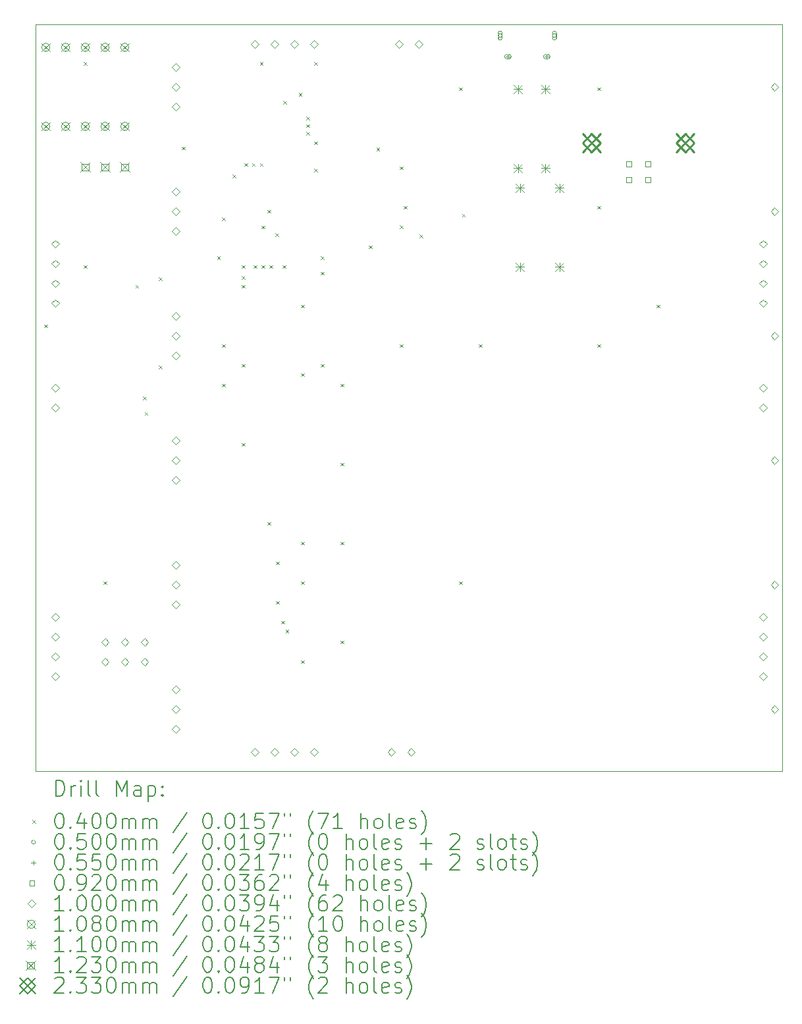
<source format=gbr>
%TF.GenerationSoftware,KiCad,Pcbnew,7.0.9*%
%TF.CreationDate,2024-03-13T01:01:44-05:00*%
%TF.ProjectId,BOARD,424f4152-442e-46b6-9963-61645f706362,rev?*%
%TF.SameCoordinates,Original*%
%TF.FileFunction,Drillmap*%
%TF.FilePolarity,Positive*%
%FSLAX45Y45*%
G04 Gerber Fmt 4.5, Leading zero omitted, Abs format (unit mm)*
G04 Created by KiCad (PCBNEW 7.0.9) date 2024-03-13 01:01:44*
%MOMM*%
%LPD*%
G01*
G04 APERTURE LIST*
%ADD10C,0.100000*%
%ADD11C,0.200000*%
%ADD12C,0.108000*%
%ADD13C,0.110000*%
%ADD14C,0.123000*%
%ADD15C,0.233000*%
G04 APERTURE END LIST*
D10*
X8000000Y-4000000D02*
X17600000Y-4000000D01*
X17600000Y-13600000D01*
X8000000Y-13600000D01*
X8000000Y-4000000D01*
D11*
D10*
X8108000Y-7854000D02*
X8148000Y-7894000D01*
X8148000Y-7854000D02*
X8108000Y-7894000D01*
X8616000Y-4480000D02*
X8656000Y-4520000D01*
X8656000Y-4480000D02*
X8616000Y-4520000D01*
X8616000Y-7092000D02*
X8656000Y-7132000D01*
X8656000Y-7092000D02*
X8616000Y-7132000D01*
X8870000Y-11156000D02*
X8910000Y-11196000D01*
X8910000Y-11156000D02*
X8870000Y-11196000D01*
X9280000Y-7346000D02*
X9320000Y-7386000D01*
X9320000Y-7346000D02*
X9280000Y-7386000D01*
X9378000Y-8780000D02*
X9418000Y-8820000D01*
X9418000Y-8780000D02*
X9378000Y-8820000D01*
X9400000Y-8980000D02*
X9440000Y-9020000D01*
X9440000Y-8980000D02*
X9400000Y-9020000D01*
X9580000Y-7250000D02*
X9620000Y-7290000D01*
X9620000Y-7250000D02*
X9580000Y-7290000D01*
X9580000Y-8380000D02*
X9620000Y-8420000D01*
X9620000Y-8380000D02*
X9580000Y-8420000D01*
X9880000Y-5568000D02*
X9920000Y-5608000D01*
X9920000Y-5568000D02*
X9880000Y-5608000D01*
X10330000Y-6980000D02*
X10370000Y-7020000D01*
X10370000Y-6980000D02*
X10330000Y-7020000D01*
X10394000Y-6480000D02*
X10434000Y-6520000D01*
X10434000Y-6480000D02*
X10394000Y-6520000D01*
X10394000Y-8108000D02*
X10434000Y-8148000D01*
X10434000Y-8108000D02*
X10394000Y-8148000D01*
X10394000Y-8616000D02*
X10434000Y-8656000D01*
X10434000Y-8616000D02*
X10394000Y-8656000D01*
X10530000Y-5930000D02*
X10570000Y-5970000D01*
X10570000Y-5930000D02*
X10530000Y-5970000D01*
X10648000Y-7092000D02*
X10688000Y-7132000D01*
X10688000Y-7092000D02*
X10648000Y-7132000D01*
X10648000Y-7230000D02*
X10688000Y-7270000D01*
X10688000Y-7230000D02*
X10648000Y-7270000D01*
X10648000Y-7346000D02*
X10688000Y-7386000D01*
X10688000Y-7346000D02*
X10648000Y-7386000D01*
X10648000Y-8362000D02*
X10688000Y-8402000D01*
X10688000Y-8362000D02*
X10648000Y-8402000D01*
X10648000Y-9378000D02*
X10688000Y-9418000D01*
X10688000Y-9378000D02*
X10648000Y-9418000D01*
X10680000Y-5780000D02*
X10720000Y-5820000D01*
X10720000Y-5780000D02*
X10680000Y-5820000D01*
X10780000Y-5780000D02*
X10820000Y-5820000D01*
X10820000Y-5780000D02*
X10780000Y-5820000D01*
X10802000Y-7092000D02*
X10842000Y-7132000D01*
X10842000Y-7092000D02*
X10802000Y-7132000D01*
X10880000Y-4480000D02*
X10920000Y-4520000D01*
X10920000Y-4480000D02*
X10880000Y-4520000D01*
X10880000Y-5780000D02*
X10920000Y-5820000D01*
X10920000Y-5780000D02*
X10880000Y-5820000D01*
X10902000Y-6584000D02*
X10942000Y-6624000D01*
X10942000Y-6584000D02*
X10902000Y-6624000D01*
X10902000Y-7092000D02*
X10942000Y-7132000D01*
X10942000Y-7092000D02*
X10902000Y-7132000D01*
X10980000Y-6380000D02*
X11020000Y-6420000D01*
X11020000Y-6380000D02*
X10980000Y-6420000D01*
X10980000Y-10394000D02*
X11020000Y-10434000D01*
X11020000Y-10394000D02*
X10980000Y-10434000D01*
X11002000Y-7092000D02*
X11042000Y-7132000D01*
X11042000Y-7092000D02*
X11002000Y-7132000D01*
X11080000Y-6680000D02*
X11120000Y-6720000D01*
X11120000Y-6680000D02*
X11080000Y-6720000D01*
X11087550Y-10902000D02*
X11127550Y-10942000D01*
X11127550Y-10902000D02*
X11087550Y-10942000D01*
X11087550Y-11410000D02*
X11127550Y-11450000D01*
X11127550Y-11410000D02*
X11087550Y-11450000D01*
X11156000Y-11664000D02*
X11196000Y-11704000D01*
X11196000Y-11664000D02*
X11156000Y-11704000D01*
X11170000Y-7092000D02*
X11210000Y-7132000D01*
X11210000Y-7092000D02*
X11170000Y-7132000D01*
X11180000Y-4980000D02*
X11220000Y-5020000D01*
X11220000Y-4980000D02*
X11180000Y-5020000D01*
X11210000Y-11780000D02*
X11250000Y-11820000D01*
X11250000Y-11780000D02*
X11210000Y-11820000D01*
X11380000Y-4880000D02*
X11420000Y-4920000D01*
X11420000Y-4880000D02*
X11380000Y-4920000D01*
X11410000Y-7600000D02*
X11450000Y-7640000D01*
X11450000Y-7600000D02*
X11410000Y-7640000D01*
X11410000Y-8480000D02*
X11450000Y-8520000D01*
X11450000Y-8480000D02*
X11410000Y-8520000D01*
X11410000Y-10648000D02*
X11450000Y-10688000D01*
X11450000Y-10648000D02*
X11410000Y-10688000D01*
X11410000Y-11156000D02*
X11450000Y-11196000D01*
X11450000Y-11156000D02*
X11410000Y-11196000D01*
X11410000Y-12172000D02*
X11450000Y-12212000D01*
X11450000Y-12172000D02*
X11410000Y-12212000D01*
X11480000Y-5180000D02*
X11520000Y-5220000D01*
X11520000Y-5180000D02*
X11480000Y-5220000D01*
X11480000Y-5280000D02*
X11520000Y-5320000D01*
X11520000Y-5280000D02*
X11480000Y-5320000D01*
X11480000Y-5380000D02*
X11520000Y-5420000D01*
X11520000Y-5380000D02*
X11480000Y-5420000D01*
X11580000Y-4480000D02*
X11620000Y-4520000D01*
X11620000Y-4480000D02*
X11580000Y-4520000D01*
X11580000Y-5500000D02*
X11620000Y-5540000D01*
X11620000Y-5500000D02*
X11580000Y-5540000D01*
X11580000Y-5850000D02*
X11620000Y-5890000D01*
X11620000Y-5850000D02*
X11580000Y-5890000D01*
X11664000Y-6980000D02*
X11704000Y-7020000D01*
X11704000Y-6980000D02*
X11664000Y-7020000D01*
X11664000Y-8362000D02*
X11704000Y-8402000D01*
X11704000Y-8362000D02*
X11664000Y-8402000D01*
X11666680Y-7177220D02*
X11706680Y-7217220D01*
X11706680Y-7177220D02*
X11666680Y-7217220D01*
X11918000Y-8616000D02*
X11958000Y-8656000D01*
X11958000Y-8616000D02*
X11918000Y-8656000D01*
X11918000Y-9632000D02*
X11958000Y-9672000D01*
X11958000Y-9632000D02*
X11918000Y-9672000D01*
X11918000Y-10648000D02*
X11958000Y-10688000D01*
X11958000Y-10648000D02*
X11918000Y-10688000D01*
X11918000Y-11918000D02*
X11958000Y-11958000D01*
X11958000Y-11918000D02*
X11918000Y-11958000D01*
X12280000Y-6838000D02*
X12320000Y-6878000D01*
X12320000Y-6838000D02*
X12280000Y-6878000D01*
X12380000Y-5580000D02*
X12420000Y-5620000D01*
X12420000Y-5580000D02*
X12380000Y-5620000D01*
X12680000Y-5822000D02*
X12720000Y-5862000D01*
X12720000Y-5822000D02*
X12680000Y-5862000D01*
X12680000Y-6580000D02*
X12720000Y-6620000D01*
X12720000Y-6580000D02*
X12680000Y-6620000D01*
X12680000Y-8108000D02*
X12720000Y-8148000D01*
X12720000Y-8108000D02*
X12680000Y-8148000D01*
X12730000Y-6330000D02*
X12770000Y-6370000D01*
X12770000Y-6330000D02*
X12730000Y-6370000D01*
X12934000Y-6700000D02*
X12974000Y-6740000D01*
X12974000Y-6700000D02*
X12934000Y-6740000D01*
X13442000Y-4806000D02*
X13482000Y-4846000D01*
X13482000Y-4806000D02*
X13442000Y-4846000D01*
X13442000Y-11156000D02*
X13482000Y-11196000D01*
X13482000Y-11156000D02*
X13442000Y-11196000D01*
X13480000Y-6430000D02*
X13520000Y-6470000D01*
X13520000Y-6430000D02*
X13480000Y-6470000D01*
X13696000Y-8108000D02*
X13736000Y-8148000D01*
X13736000Y-8108000D02*
X13696000Y-8148000D01*
X15220000Y-4806000D02*
X15260000Y-4846000D01*
X15260000Y-4806000D02*
X15220000Y-4846000D01*
X15220000Y-6330000D02*
X15260000Y-6370000D01*
X15260000Y-6330000D02*
X15220000Y-6370000D01*
X15220000Y-8108000D02*
X15260000Y-8148000D01*
X15260000Y-8108000D02*
X15220000Y-8148000D01*
X15982000Y-7600000D02*
X16022000Y-7640000D01*
X16022000Y-7600000D02*
X15982000Y-7640000D01*
X13995000Y-4140000D02*
G75*
G03*
X13995000Y-4140000I-25000J0D01*
G01*
X13945000Y-4107500D02*
X13945000Y-4172500D01*
X13945000Y-4172500D02*
G75*
G03*
X13995000Y-4172500I25000J0D01*
G01*
X13995000Y-4172500D02*
X13995000Y-4107500D01*
X13995000Y-4107500D02*
G75*
G03*
X13945000Y-4107500I-25000J0D01*
G01*
X14695000Y-4140000D02*
G75*
G03*
X14695000Y-4140000I-25000J0D01*
G01*
X14645000Y-4107500D02*
X14645000Y-4172500D01*
X14645000Y-4172500D02*
G75*
G03*
X14695000Y-4172500I25000J0D01*
G01*
X14695000Y-4172500D02*
X14695000Y-4107500D01*
X14695000Y-4107500D02*
G75*
G03*
X14645000Y-4107500I-25000J0D01*
G01*
X14070000Y-4382500D02*
X14070000Y-4437500D01*
X14042500Y-4410000D02*
X14097500Y-4410000D01*
X14055000Y-4437500D02*
X14085000Y-4437500D01*
X14085000Y-4437500D02*
G75*
G03*
X14085000Y-4382500I0J27500D01*
G01*
X14085000Y-4382500D02*
X14055000Y-4382500D01*
X14055000Y-4382500D02*
G75*
G03*
X14055000Y-4437500I0J-27500D01*
G01*
X14570000Y-4382500D02*
X14570000Y-4437500D01*
X14542500Y-4410000D02*
X14597500Y-4410000D01*
X14555000Y-4437500D02*
X14585000Y-4437500D01*
X14585000Y-4437500D02*
G75*
G03*
X14585000Y-4382500I0J27500D01*
G01*
X14585000Y-4382500D02*
X14555000Y-4382500D01*
X14555000Y-4382500D02*
G75*
G03*
X14555000Y-4437500I0J-27500D01*
G01*
X15655527Y-5824277D02*
X15655527Y-5759223D01*
X15590473Y-5759223D01*
X15590473Y-5824277D01*
X15655527Y-5824277D01*
X15655527Y-6024277D02*
X15655527Y-5959223D01*
X15590473Y-5959223D01*
X15590473Y-6024277D01*
X15655527Y-6024277D01*
X15905527Y-5824277D02*
X15905527Y-5759223D01*
X15840473Y-5759223D01*
X15840473Y-5824277D01*
X15905527Y-5824277D01*
X15905527Y-6024277D02*
X15905527Y-5959223D01*
X15840473Y-5959223D01*
X15840473Y-6024277D01*
X15905527Y-6024277D01*
X8250000Y-6869000D02*
X8300000Y-6819000D01*
X8250000Y-6769000D01*
X8200000Y-6819000D01*
X8250000Y-6869000D01*
X8250000Y-7123000D02*
X8300000Y-7073000D01*
X8250000Y-7023000D01*
X8200000Y-7073000D01*
X8250000Y-7123000D01*
X8250000Y-7377000D02*
X8300000Y-7327000D01*
X8250000Y-7277000D01*
X8200000Y-7327000D01*
X8250000Y-7377000D01*
X8250000Y-7631000D02*
X8300000Y-7581000D01*
X8250000Y-7531000D01*
X8200000Y-7581000D01*
X8250000Y-7631000D01*
X8250000Y-8722500D02*
X8300000Y-8672500D01*
X8250000Y-8622500D01*
X8200000Y-8672500D01*
X8250000Y-8722500D01*
X8250000Y-8976500D02*
X8300000Y-8926500D01*
X8250000Y-8876500D01*
X8200000Y-8926500D01*
X8250000Y-8976500D01*
X8250000Y-11669000D02*
X8300000Y-11619000D01*
X8250000Y-11569000D01*
X8200000Y-11619000D01*
X8250000Y-11669000D01*
X8250000Y-11923000D02*
X8300000Y-11873000D01*
X8250000Y-11823000D01*
X8200000Y-11873000D01*
X8250000Y-11923000D01*
X8250000Y-12177000D02*
X8300000Y-12127000D01*
X8250000Y-12077000D01*
X8200000Y-12127000D01*
X8250000Y-12177000D01*
X8250000Y-12431000D02*
X8300000Y-12381000D01*
X8250000Y-12331000D01*
X8200000Y-12381000D01*
X8250000Y-12431000D01*
X8890000Y-11988000D02*
X8940000Y-11938000D01*
X8890000Y-11888000D01*
X8840000Y-11938000D01*
X8890000Y-11988000D01*
X8890000Y-12242000D02*
X8940000Y-12192000D01*
X8890000Y-12142000D01*
X8840000Y-12192000D01*
X8890000Y-12242000D01*
X9144000Y-11988000D02*
X9194000Y-11938000D01*
X9144000Y-11888000D01*
X9094000Y-11938000D01*
X9144000Y-11988000D01*
X9144000Y-12242000D02*
X9194000Y-12192000D01*
X9144000Y-12142000D01*
X9094000Y-12192000D01*
X9144000Y-12242000D01*
X9398000Y-11988000D02*
X9448000Y-11938000D01*
X9398000Y-11888000D01*
X9348000Y-11938000D01*
X9398000Y-11988000D01*
X9398000Y-12242000D02*
X9448000Y-12192000D01*
X9398000Y-12142000D01*
X9348000Y-12192000D01*
X9398000Y-12242000D01*
X9800000Y-4596000D02*
X9850000Y-4546000D01*
X9800000Y-4496000D01*
X9750000Y-4546000D01*
X9800000Y-4596000D01*
X9800000Y-4850000D02*
X9850000Y-4800000D01*
X9800000Y-4750000D01*
X9750000Y-4800000D01*
X9800000Y-4850000D01*
X9800000Y-5104000D02*
X9850000Y-5054000D01*
X9800000Y-5004000D01*
X9750000Y-5054000D01*
X9800000Y-5104000D01*
X9800000Y-6196000D02*
X9850000Y-6146000D01*
X9800000Y-6096000D01*
X9750000Y-6146000D01*
X9800000Y-6196000D01*
X9800000Y-6450000D02*
X9850000Y-6400000D01*
X9800000Y-6350000D01*
X9750000Y-6400000D01*
X9800000Y-6450000D01*
X9800000Y-6704000D02*
X9850000Y-6654000D01*
X9800000Y-6604000D01*
X9750000Y-6654000D01*
X9800000Y-6704000D01*
X9800000Y-7796000D02*
X9850000Y-7746000D01*
X9800000Y-7696000D01*
X9750000Y-7746000D01*
X9800000Y-7796000D01*
X9800000Y-8050000D02*
X9850000Y-8000000D01*
X9800000Y-7950000D01*
X9750000Y-8000000D01*
X9800000Y-8050000D01*
X9800000Y-8304000D02*
X9850000Y-8254000D01*
X9800000Y-8204000D01*
X9750000Y-8254000D01*
X9800000Y-8304000D01*
X9800000Y-9396000D02*
X9850000Y-9346000D01*
X9800000Y-9296000D01*
X9750000Y-9346000D01*
X9800000Y-9396000D01*
X9800000Y-9650000D02*
X9850000Y-9600000D01*
X9800000Y-9550000D01*
X9750000Y-9600000D01*
X9800000Y-9650000D01*
X9800000Y-9904000D02*
X9850000Y-9854000D01*
X9800000Y-9804000D01*
X9750000Y-9854000D01*
X9800000Y-9904000D01*
X9800000Y-10996000D02*
X9850000Y-10946000D01*
X9800000Y-10896000D01*
X9750000Y-10946000D01*
X9800000Y-10996000D01*
X9800000Y-11250000D02*
X9850000Y-11200000D01*
X9800000Y-11150000D01*
X9750000Y-11200000D01*
X9800000Y-11250000D01*
X9800000Y-11504000D02*
X9850000Y-11454000D01*
X9800000Y-11404000D01*
X9750000Y-11454000D01*
X9800000Y-11504000D01*
X9800000Y-12596000D02*
X9850000Y-12546000D01*
X9800000Y-12496000D01*
X9750000Y-12546000D01*
X9800000Y-12596000D01*
X9800000Y-12850000D02*
X9850000Y-12800000D01*
X9800000Y-12750000D01*
X9750000Y-12800000D01*
X9800000Y-12850000D01*
X9800000Y-13104000D02*
X9850000Y-13054000D01*
X9800000Y-13004000D01*
X9750000Y-13054000D01*
X9800000Y-13104000D01*
X10819000Y-4300000D02*
X10869000Y-4250000D01*
X10819000Y-4200000D01*
X10769000Y-4250000D01*
X10819000Y-4300000D01*
X10819000Y-13400000D02*
X10869000Y-13350000D01*
X10819000Y-13300000D01*
X10769000Y-13350000D01*
X10819000Y-13400000D01*
X11073000Y-4300000D02*
X11123000Y-4250000D01*
X11073000Y-4200000D01*
X11023000Y-4250000D01*
X11073000Y-4300000D01*
X11073000Y-13400000D02*
X11123000Y-13350000D01*
X11073000Y-13300000D01*
X11023000Y-13350000D01*
X11073000Y-13400000D01*
X11327000Y-4300000D02*
X11377000Y-4250000D01*
X11327000Y-4200000D01*
X11277000Y-4250000D01*
X11327000Y-4300000D01*
X11327000Y-13400000D02*
X11377000Y-13350000D01*
X11327000Y-13300000D01*
X11277000Y-13350000D01*
X11327000Y-13400000D01*
X11581000Y-4300000D02*
X11631000Y-4250000D01*
X11581000Y-4200000D01*
X11531000Y-4250000D01*
X11581000Y-4300000D01*
X11581000Y-13400000D02*
X11631000Y-13350000D01*
X11581000Y-13300000D01*
X11531000Y-13350000D01*
X11581000Y-13400000D01*
X12572500Y-13400000D02*
X12622500Y-13350000D01*
X12572500Y-13300000D01*
X12522500Y-13350000D01*
X12572500Y-13400000D01*
X12672500Y-4300000D02*
X12722500Y-4250000D01*
X12672500Y-4200000D01*
X12622500Y-4250000D01*
X12672500Y-4300000D01*
X12826500Y-13400000D02*
X12876500Y-13350000D01*
X12826500Y-13300000D01*
X12776500Y-13350000D01*
X12826500Y-13400000D01*
X12926500Y-4300000D02*
X12976500Y-4250000D01*
X12926500Y-4200000D01*
X12876500Y-4250000D01*
X12926500Y-4300000D01*
X17350000Y-6869000D02*
X17400000Y-6819000D01*
X17350000Y-6769000D01*
X17300000Y-6819000D01*
X17350000Y-6869000D01*
X17350000Y-7123000D02*
X17400000Y-7073000D01*
X17350000Y-7023000D01*
X17300000Y-7073000D01*
X17350000Y-7123000D01*
X17350000Y-7377000D02*
X17400000Y-7327000D01*
X17350000Y-7277000D01*
X17300000Y-7327000D01*
X17350000Y-7377000D01*
X17350000Y-7631000D02*
X17400000Y-7581000D01*
X17350000Y-7531000D01*
X17300000Y-7581000D01*
X17350000Y-7631000D01*
X17350000Y-8722500D02*
X17400000Y-8672500D01*
X17350000Y-8622500D01*
X17300000Y-8672500D01*
X17350000Y-8722500D01*
X17350000Y-8976500D02*
X17400000Y-8926500D01*
X17350000Y-8876500D01*
X17300000Y-8926500D01*
X17350000Y-8976500D01*
X17350000Y-11669000D02*
X17400000Y-11619000D01*
X17350000Y-11569000D01*
X17300000Y-11619000D01*
X17350000Y-11669000D01*
X17350000Y-11923000D02*
X17400000Y-11873000D01*
X17350000Y-11823000D01*
X17300000Y-11873000D01*
X17350000Y-11923000D01*
X17350000Y-12177000D02*
X17400000Y-12127000D01*
X17350000Y-12077000D01*
X17300000Y-12127000D01*
X17350000Y-12177000D01*
X17350000Y-12431000D02*
X17400000Y-12381000D01*
X17350000Y-12331000D01*
X17300000Y-12381000D01*
X17350000Y-12431000D01*
X17500000Y-4850000D02*
X17550000Y-4800000D01*
X17500000Y-4750000D01*
X17450000Y-4800000D01*
X17500000Y-4850000D01*
X17500000Y-6450000D02*
X17550000Y-6400000D01*
X17500000Y-6350000D01*
X17450000Y-6400000D01*
X17500000Y-6450000D01*
X17500000Y-8050000D02*
X17550000Y-8000000D01*
X17500000Y-7950000D01*
X17450000Y-8000000D01*
X17500000Y-8050000D01*
X17500000Y-9650000D02*
X17550000Y-9600000D01*
X17500000Y-9550000D01*
X17450000Y-9600000D01*
X17500000Y-9650000D01*
X17500000Y-11250000D02*
X17550000Y-11200000D01*
X17500000Y-11150000D01*
X17450000Y-11200000D01*
X17500000Y-11250000D01*
X17500000Y-12850000D02*
X17550000Y-12800000D01*
X17500000Y-12750000D01*
X17450000Y-12800000D01*
X17500000Y-12850000D01*
D12*
X8074000Y-4238000D02*
X8182000Y-4346000D01*
X8182000Y-4238000D02*
X8074000Y-4346000D01*
X8182000Y-4292000D02*
G75*
G03*
X8182000Y-4292000I-54000J0D01*
G01*
X8074000Y-5254000D02*
X8182000Y-5362000D01*
X8182000Y-5254000D02*
X8074000Y-5362000D01*
X8182000Y-5308000D02*
G75*
G03*
X8182000Y-5308000I-54000J0D01*
G01*
X8328000Y-4238000D02*
X8436000Y-4346000D01*
X8436000Y-4238000D02*
X8328000Y-4346000D01*
X8436000Y-4292000D02*
G75*
G03*
X8436000Y-4292000I-54000J0D01*
G01*
X8328000Y-5254000D02*
X8436000Y-5362000D01*
X8436000Y-5254000D02*
X8328000Y-5362000D01*
X8436000Y-5308000D02*
G75*
G03*
X8436000Y-5308000I-54000J0D01*
G01*
X8582000Y-4238000D02*
X8690000Y-4346000D01*
X8690000Y-4238000D02*
X8582000Y-4346000D01*
X8690000Y-4292000D02*
G75*
G03*
X8690000Y-4292000I-54000J0D01*
G01*
X8582000Y-5254000D02*
X8690000Y-5362000D01*
X8690000Y-5254000D02*
X8582000Y-5362000D01*
X8690000Y-5308000D02*
G75*
G03*
X8690000Y-5308000I-54000J0D01*
G01*
X8836000Y-4238000D02*
X8944000Y-4346000D01*
X8944000Y-4238000D02*
X8836000Y-4346000D01*
X8944000Y-4292000D02*
G75*
G03*
X8944000Y-4292000I-54000J0D01*
G01*
X8836000Y-5254000D02*
X8944000Y-5362000D01*
X8944000Y-5254000D02*
X8836000Y-5362000D01*
X8944000Y-5308000D02*
G75*
G03*
X8944000Y-5308000I-54000J0D01*
G01*
X9090000Y-4238000D02*
X9198000Y-4346000D01*
X9198000Y-4238000D02*
X9090000Y-4346000D01*
X9198000Y-4292000D02*
G75*
G03*
X9198000Y-4292000I-54000J0D01*
G01*
X9090000Y-5254000D02*
X9198000Y-5362000D01*
X9198000Y-5254000D02*
X9090000Y-5362000D01*
X9198000Y-5308000D02*
G75*
G03*
X9198000Y-5308000I-54000J0D01*
G01*
D13*
X14145000Y-4771000D02*
X14255000Y-4881000D01*
X14255000Y-4771000D02*
X14145000Y-4881000D01*
X14200000Y-4771000D02*
X14200000Y-4881000D01*
X14145000Y-4826000D02*
X14255000Y-4826000D01*
X14145000Y-5787000D02*
X14255000Y-5897000D01*
X14255000Y-5787000D02*
X14145000Y-5897000D01*
X14200000Y-5787000D02*
X14200000Y-5897000D01*
X14145000Y-5842000D02*
X14255000Y-5842000D01*
X14169000Y-6041000D02*
X14279000Y-6151000D01*
X14279000Y-6041000D02*
X14169000Y-6151000D01*
X14224000Y-6041000D02*
X14224000Y-6151000D01*
X14169000Y-6096000D02*
X14279000Y-6096000D01*
X14169000Y-7057000D02*
X14279000Y-7167000D01*
X14279000Y-7057000D02*
X14169000Y-7167000D01*
X14224000Y-7057000D02*
X14224000Y-7167000D01*
X14169000Y-7112000D02*
X14279000Y-7112000D01*
X14495000Y-4771000D02*
X14605000Y-4881000D01*
X14605000Y-4771000D02*
X14495000Y-4881000D01*
X14550000Y-4771000D02*
X14550000Y-4881000D01*
X14495000Y-4826000D02*
X14605000Y-4826000D01*
X14495000Y-5787000D02*
X14605000Y-5897000D01*
X14605000Y-5787000D02*
X14495000Y-5897000D01*
X14550000Y-5787000D02*
X14550000Y-5897000D01*
X14495000Y-5842000D02*
X14605000Y-5842000D01*
X14677000Y-6041000D02*
X14787000Y-6151000D01*
X14787000Y-6041000D02*
X14677000Y-6151000D01*
X14732000Y-6041000D02*
X14732000Y-6151000D01*
X14677000Y-6096000D02*
X14787000Y-6096000D01*
X14677000Y-7057000D02*
X14787000Y-7167000D01*
X14787000Y-7057000D02*
X14677000Y-7167000D01*
X14732000Y-7057000D02*
X14732000Y-7167000D01*
X14677000Y-7112000D02*
X14787000Y-7112000D01*
D14*
X8574500Y-5769500D02*
X8697500Y-5892500D01*
X8697500Y-5769500D02*
X8574500Y-5892500D01*
X8679488Y-5874487D02*
X8679488Y-5787512D01*
X8592513Y-5787512D01*
X8592513Y-5874487D01*
X8679488Y-5874487D01*
X8828500Y-5769500D02*
X8951500Y-5892500D01*
X8951500Y-5769500D02*
X8828500Y-5892500D01*
X8933488Y-5874487D02*
X8933488Y-5787512D01*
X8846513Y-5787512D01*
X8846513Y-5874487D01*
X8933488Y-5874487D01*
X9082500Y-5769500D02*
X9205500Y-5892500D01*
X9205500Y-5769500D02*
X9082500Y-5892500D01*
X9187488Y-5874487D02*
X9187488Y-5787512D01*
X9100513Y-5787512D01*
X9100513Y-5874487D01*
X9187488Y-5874487D01*
D15*
X15029500Y-5404250D02*
X15262500Y-5637250D01*
X15262500Y-5404250D02*
X15029500Y-5637250D01*
X15146000Y-5637250D02*
X15262500Y-5520750D01*
X15146000Y-5404250D01*
X15029500Y-5520750D01*
X15146000Y-5637250D01*
X16233500Y-5404250D02*
X16466500Y-5637250D01*
X16466500Y-5404250D02*
X16233500Y-5637250D01*
X16350000Y-5637250D02*
X16466500Y-5520750D01*
X16350000Y-5404250D01*
X16233500Y-5520750D01*
X16350000Y-5637250D01*
D11*
X8255777Y-13916484D02*
X8255777Y-13716484D01*
X8255777Y-13716484D02*
X8303396Y-13716484D01*
X8303396Y-13716484D02*
X8331967Y-13726008D01*
X8331967Y-13726008D02*
X8351015Y-13745055D01*
X8351015Y-13745055D02*
X8360539Y-13764103D01*
X8360539Y-13764103D02*
X8370062Y-13802198D01*
X8370062Y-13802198D02*
X8370062Y-13830769D01*
X8370062Y-13830769D02*
X8360539Y-13868865D01*
X8360539Y-13868865D02*
X8351015Y-13887912D01*
X8351015Y-13887912D02*
X8331967Y-13906960D01*
X8331967Y-13906960D02*
X8303396Y-13916484D01*
X8303396Y-13916484D02*
X8255777Y-13916484D01*
X8455777Y-13916484D02*
X8455777Y-13783150D01*
X8455777Y-13821246D02*
X8465301Y-13802198D01*
X8465301Y-13802198D02*
X8474824Y-13792674D01*
X8474824Y-13792674D02*
X8493872Y-13783150D01*
X8493872Y-13783150D02*
X8512920Y-13783150D01*
X8579586Y-13916484D02*
X8579586Y-13783150D01*
X8579586Y-13716484D02*
X8570063Y-13726008D01*
X8570063Y-13726008D02*
X8579586Y-13735531D01*
X8579586Y-13735531D02*
X8589110Y-13726008D01*
X8589110Y-13726008D02*
X8579586Y-13716484D01*
X8579586Y-13716484D02*
X8579586Y-13735531D01*
X8703396Y-13916484D02*
X8684348Y-13906960D01*
X8684348Y-13906960D02*
X8674824Y-13887912D01*
X8674824Y-13887912D02*
X8674824Y-13716484D01*
X8808158Y-13916484D02*
X8789110Y-13906960D01*
X8789110Y-13906960D02*
X8779586Y-13887912D01*
X8779586Y-13887912D02*
X8779586Y-13716484D01*
X9036729Y-13916484D02*
X9036729Y-13716484D01*
X9036729Y-13716484D02*
X9103396Y-13859341D01*
X9103396Y-13859341D02*
X9170063Y-13716484D01*
X9170063Y-13716484D02*
X9170063Y-13916484D01*
X9351015Y-13916484D02*
X9351015Y-13811722D01*
X9351015Y-13811722D02*
X9341491Y-13792674D01*
X9341491Y-13792674D02*
X9322444Y-13783150D01*
X9322444Y-13783150D02*
X9284348Y-13783150D01*
X9284348Y-13783150D02*
X9265301Y-13792674D01*
X9351015Y-13906960D02*
X9331967Y-13916484D01*
X9331967Y-13916484D02*
X9284348Y-13916484D01*
X9284348Y-13916484D02*
X9265301Y-13906960D01*
X9265301Y-13906960D02*
X9255777Y-13887912D01*
X9255777Y-13887912D02*
X9255777Y-13868865D01*
X9255777Y-13868865D02*
X9265301Y-13849817D01*
X9265301Y-13849817D02*
X9284348Y-13840293D01*
X9284348Y-13840293D02*
X9331967Y-13840293D01*
X9331967Y-13840293D02*
X9351015Y-13830769D01*
X9446253Y-13783150D02*
X9446253Y-13983150D01*
X9446253Y-13792674D02*
X9465301Y-13783150D01*
X9465301Y-13783150D02*
X9503396Y-13783150D01*
X9503396Y-13783150D02*
X9522444Y-13792674D01*
X9522444Y-13792674D02*
X9531967Y-13802198D01*
X9531967Y-13802198D02*
X9541491Y-13821246D01*
X9541491Y-13821246D02*
X9541491Y-13878388D01*
X9541491Y-13878388D02*
X9531967Y-13897436D01*
X9531967Y-13897436D02*
X9522444Y-13906960D01*
X9522444Y-13906960D02*
X9503396Y-13916484D01*
X9503396Y-13916484D02*
X9465301Y-13916484D01*
X9465301Y-13916484D02*
X9446253Y-13906960D01*
X9627205Y-13897436D02*
X9636729Y-13906960D01*
X9636729Y-13906960D02*
X9627205Y-13916484D01*
X9627205Y-13916484D02*
X9617682Y-13906960D01*
X9617682Y-13906960D02*
X9627205Y-13897436D01*
X9627205Y-13897436D02*
X9627205Y-13916484D01*
X9627205Y-13792674D02*
X9636729Y-13802198D01*
X9636729Y-13802198D02*
X9627205Y-13811722D01*
X9627205Y-13811722D02*
X9617682Y-13802198D01*
X9617682Y-13802198D02*
X9627205Y-13792674D01*
X9627205Y-13792674D02*
X9627205Y-13811722D01*
D10*
X7955000Y-14225000D02*
X7995000Y-14265000D01*
X7995000Y-14225000D02*
X7955000Y-14265000D01*
D11*
X8293872Y-14136484D02*
X8312920Y-14136484D01*
X8312920Y-14136484D02*
X8331967Y-14146008D01*
X8331967Y-14146008D02*
X8341491Y-14155531D01*
X8341491Y-14155531D02*
X8351015Y-14174579D01*
X8351015Y-14174579D02*
X8360539Y-14212674D01*
X8360539Y-14212674D02*
X8360539Y-14260293D01*
X8360539Y-14260293D02*
X8351015Y-14298388D01*
X8351015Y-14298388D02*
X8341491Y-14317436D01*
X8341491Y-14317436D02*
X8331967Y-14326960D01*
X8331967Y-14326960D02*
X8312920Y-14336484D01*
X8312920Y-14336484D02*
X8293872Y-14336484D01*
X8293872Y-14336484D02*
X8274824Y-14326960D01*
X8274824Y-14326960D02*
X8265301Y-14317436D01*
X8265301Y-14317436D02*
X8255777Y-14298388D01*
X8255777Y-14298388D02*
X8246253Y-14260293D01*
X8246253Y-14260293D02*
X8246253Y-14212674D01*
X8246253Y-14212674D02*
X8255777Y-14174579D01*
X8255777Y-14174579D02*
X8265301Y-14155531D01*
X8265301Y-14155531D02*
X8274824Y-14146008D01*
X8274824Y-14146008D02*
X8293872Y-14136484D01*
X8446253Y-14317436D02*
X8455777Y-14326960D01*
X8455777Y-14326960D02*
X8446253Y-14336484D01*
X8446253Y-14336484D02*
X8436729Y-14326960D01*
X8436729Y-14326960D02*
X8446253Y-14317436D01*
X8446253Y-14317436D02*
X8446253Y-14336484D01*
X8627205Y-14203150D02*
X8627205Y-14336484D01*
X8579586Y-14126960D02*
X8531967Y-14269817D01*
X8531967Y-14269817D02*
X8655777Y-14269817D01*
X8770063Y-14136484D02*
X8789110Y-14136484D01*
X8789110Y-14136484D02*
X8808158Y-14146008D01*
X8808158Y-14146008D02*
X8817682Y-14155531D01*
X8817682Y-14155531D02*
X8827205Y-14174579D01*
X8827205Y-14174579D02*
X8836729Y-14212674D01*
X8836729Y-14212674D02*
X8836729Y-14260293D01*
X8836729Y-14260293D02*
X8827205Y-14298388D01*
X8827205Y-14298388D02*
X8817682Y-14317436D01*
X8817682Y-14317436D02*
X8808158Y-14326960D01*
X8808158Y-14326960D02*
X8789110Y-14336484D01*
X8789110Y-14336484D02*
X8770063Y-14336484D01*
X8770063Y-14336484D02*
X8751015Y-14326960D01*
X8751015Y-14326960D02*
X8741491Y-14317436D01*
X8741491Y-14317436D02*
X8731967Y-14298388D01*
X8731967Y-14298388D02*
X8722444Y-14260293D01*
X8722444Y-14260293D02*
X8722444Y-14212674D01*
X8722444Y-14212674D02*
X8731967Y-14174579D01*
X8731967Y-14174579D02*
X8741491Y-14155531D01*
X8741491Y-14155531D02*
X8751015Y-14146008D01*
X8751015Y-14146008D02*
X8770063Y-14136484D01*
X8960539Y-14136484D02*
X8979586Y-14136484D01*
X8979586Y-14136484D02*
X8998634Y-14146008D01*
X8998634Y-14146008D02*
X9008158Y-14155531D01*
X9008158Y-14155531D02*
X9017682Y-14174579D01*
X9017682Y-14174579D02*
X9027205Y-14212674D01*
X9027205Y-14212674D02*
X9027205Y-14260293D01*
X9027205Y-14260293D02*
X9017682Y-14298388D01*
X9017682Y-14298388D02*
X9008158Y-14317436D01*
X9008158Y-14317436D02*
X8998634Y-14326960D01*
X8998634Y-14326960D02*
X8979586Y-14336484D01*
X8979586Y-14336484D02*
X8960539Y-14336484D01*
X8960539Y-14336484D02*
X8941491Y-14326960D01*
X8941491Y-14326960D02*
X8931967Y-14317436D01*
X8931967Y-14317436D02*
X8922444Y-14298388D01*
X8922444Y-14298388D02*
X8912920Y-14260293D01*
X8912920Y-14260293D02*
X8912920Y-14212674D01*
X8912920Y-14212674D02*
X8922444Y-14174579D01*
X8922444Y-14174579D02*
X8931967Y-14155531D01*
X8931967Y-14155531D02*
X8941491Y-14146008D01*
X8941491Y-14146008D02*
X8960539Y-14136484D01*
X9112920Y-14336484D02*
X9112920Y-14203150D01*
X9112920Y-14222198D02*
X9122444Y-14212674D01*
X9122444Y-14212674D02*
X9141491Y-14203150D01*
X9141491Y-14203150D02*
X9170063Y-14203150D01*
X9170063Y-14203150D02*
X9189110Y-14212674D01*
X9189110Y-14212674D02*
X9198634Y-14231722D01*
X9198634Y-14231722D02*
X9198634Y-14336484D01*
X9198634Y-14231722D02*
X9208158Y-14212674D01*
X9208158Y-14212674D02*
X9227205Y-14203150D01*
X9227205Y-14203150D02*
X9255777Y-14203150D01*
X9255777Y-14203150D02*
X9274825Y-14212674D01*
X9274825Y-14212674D02*
X9284348Y-14231722D01*
X9284348Y-14231722D02*
X9284348Y-14336484D01*
X9379586Y-14336484D02*
X9379586Y-14203150D01*
X9379586Y-14222198D02*
X9389110Y-14212674D01*
X9389110Y-14212674D02*
X9408158Y-14203150D01*
X9408158Y-14203150D02*
X9436729Y-14203150D01*
X9436729Y-14203150D02*
X9455777Y-14212674D01*
X9455777Y-14212674D02*
X9465301Y-14231722D01*
X9465301Y-14231722D02*
X9465301Y-14336484D01*
X9465301Y-14231722D02*
X9474825Y-14212674D01*
X9474825Y-14212674D02*
X9493872Y-14203150D01*
X9493872Y-14203150D02*
X9522444Y-14203150D01*
X9522444Y-14203150D02*
X9541491Y-14212674D01*
X9541491Y-14212674D02*
X9551015Y-14231722D01*
X9551015Y-14231722D02*
X9551015Y-14336484D01*
X9941491Y-14126960D02*
X9770063Y-14384103D01*
X10198634Y-14136484D02*
X10217682Y-14136484D01*
X10217682Y-14136484D02*
X10236729Y-14146008D01*
X10236729Y-14146008D02*
X10246253Y-14155531D01*
X10246253Y-14155531D02*
X10255777Y-14174579D01*
X10255777Y-14174579D02*
X10265301Y-14212674D01*
X10265301Y-14212674D02*
X10265301Y-14260293D01*
X10265301Y-14260293D02*
X10255777Y-14298388D01*
X10255777Y-14298388D02*
X10246253Y-14317436D01*
X10246253Y-14317436D02*
X10236729Y-14326960D01*
X10236729Y-14326960D02*
X10217682Y-14336484D01*
X10217682Y-14336484D02*
X10198634Y-14336484D01*
X10198634Y-14336484D02*
X10179587Y-14326960D01*
X10179587Y-14326960D02*
X10170063Y-14317436D01*
X10170063Y-14317436D02*
X10160539Y-14298388D01*
X10160539Y-14298388D02*
X10151015Y-14260293D01*
X10151015Y-14260293D02*
X10151015Y-14212674D01*
X10151015Y-14212674D02*
X10160539Y-14174579D01*
X10160539Y-14174579D02*
X10170063Y-14155531D01*
X10170063Y-14155531D02*
X10179587Y-14146008D01*
X10179587Y-14146008D02*
X10198634Y-14136484D01*
X10351015Y-14317436D02*
X10360539Y-14326960D01*
X10360539Y-14326960D02*
X10351015Y-14336484D01*
X10351015Y-14336484D02*
X10341491Y-14326960D01*
X10341491Y-14326960D02*
X10351015Y-14317436D01*
X10351015Y-14317436D02*
X10351015Y-14336484D01*
X10484348Y-14136484D02*
X10503396Y-14136484D01*
X10503396Y-14136484D02*
X10522444Y-14146008D01*
X10522444Y-14146008D02*
X10531968Y-14155531D01*
X10531968Y-14155531D02*
X10541491Y-14174579D01*
X10541491Y-14174579D02*
X10551015Y-14212674D01*
X10551015Y-14212674D02*
X10551015Y-14260293D01*
X10551015Y-14260293D02*
X10541491Y-14298388D01*
X10541491Y-14298388D02*
X10531968Y-14317436D01*
X10531968Y-14317436D02*
X10522444Y-14326960D01*
X10522444Y-14326960D02*
X10503396Y-14336484D01*
X10503396Y-14336484D02*
X10484348Y-14336484D01*
X10484348Y-14336484D02*
X10465301Y-14326960D01*
X10465301Y-14326960D02*
X10455777Y-14317436D01*
X10455777Y-14317436D02*
X10446253Y-14298388D01*
X10446253Y-14298388D02*
X10436729Y-14260293D01*
X10436729Y-14260293D02*
X10436729Y-14212674D01*
X10436729Y-14212674D02*
X10446253Y-14174579D01*
X10446253Y-14174579D02*
X10455777Y-14155531D01*
X10455777Y-14155531D02*
X10465301Y-14146008D01*
X10465301Y-14146008D02*
X10484348Y-14136484D01*
X10741491Y-14336484D02*
X10627206Y-14336484D01*
X10684348Y-14336484D02*
X10684348Y-14136484D01*
X10684348Y-14136484D02*
X10665301Y-14165055D01*
X10665301Y-14165055D02*
X10646253Y-14184103D01*
X10646253Y-14184103D02*
X10627206Y-14193627D01*
X10922444Y-14136484D02*
X10827206Y-14136484D01*
X10827206Y-14136484D02*
X10817682Y-14231722D01*
X10817682Y-14231722D02*
X10827206Y-14222198D01*
X10827206Y-14222198D02*
X10846253Y-14212674D01*
X10846253Y-14212674D02*
X10893872Y-14212674D01*
X10893872Y-14212674D02*
X10912920Y-14222198D01*
X10912920Y-14222198D02*
X10922444Y-14231722D01*
X10922444Y-14231722D02*
X10931968Y-14250769D01*
X10931968Y-14250769D02*
X10931968Y-14298388D01*
X10931968Y-14298388D02*
X10922444Y-14317436D01*
X10922444Y-14317436D02*
X10912920Y-14326960D01*
X10912920Y-14326960D02*
X10893872Y-14336484D01*
X10893872Y-14336484D02*
X10846253Y-14336484D01*
X10846253Y-14336484D02*
X10827206Y-14326960D01*
X10827206Y-14326960D02*
X10817682Y-14317436D01*
X10998634Y-14136484D02*
X11131968Y-14136484D01*
X11131968Y-14136484D02*
X11046253Y-14336484D01*
X11198634Y-14136484D02*
X11198634Y-14174579D01*
X11274825Y-14136484D02*
X11274825Y-14174579D01*
X11570063Y-14412674D02*
X11560539Y-14403150D01*
X11560539Y-14403150D02*
X11541491Y-14374579D01*
X11541491Y-14374579D02*
X11531968Y-14355531D01*
X11531968Y-14355531D02*
X11522444Y-14326960D01*
X11522444Y-14326960D02*
X11512920Y-14279341D01*
X11512920Y-14279341D02*
X11512920Y-14241246D01*
X11512920Y-14241246D02*
X11522444Y-14193627D01*
X11522444Y-14193627D02*
X11531968Y-14165055D01*
X11531968Y-14165055D02*
X11541491Y-14146008D01*
X11541491Y-14146008D02*
X11560539Y-14117436D01*
X11560539Y-14117436D02*
X11570063Y-14107912D01*
X11627206Y-14136484D02*
X11760539Y-14136484D01*
X11760539Y-14136484D02*
X11674825Y-14336484D01*
X11941491Y-14336484D02*
X11827206Y-14336484D01*
X11884348Y-14336484D02*
X11884348Y-14136484D01*
X11884348Y-14136484D02*
X11865301Y-14165055D01*
X11865301Y-14165055D02*
X11846253Y-14184103D01*
X11846253Y-14184103D02*
X11827206Y-14193627D01*
X12179587Y-14336484D02*
X12179587Y-14136484D01*
X12265301Y-14336484D02*
X12265301Y-14231722D01*
X12265301Y-14231722D02*
X12255777Y-14212674D01*
X12255777Y-14212674D02*
X12236730Y-14203150D01*
X12236730Y-14203150D02*
X12208158Y-14203150D01*
X12208158Y-14203150D02*
X12189110Y-14212674D01*
X12189110Y-14212674D02*
X12179587Y-14222198D01*
X12389110Y-14336484D02*
X12370063Y-14326960D01*
X12370063Y-14326960D02*
X12360539Y-14317436D01*
X12360539Y-14317436D02*
X12351015Y-14298388D01*
X12351015Y-14298388D02*
X12351015Y-14241246D01*
X12351015Y-14241246D02*
X12360539Y-14222198D01*
X12360539Y-14222198D02*
X12370063Y-14212674D01*
X12370063Y-14212674D02*
X12389110Y-14203150D01*
X12389110Y-14203150D02*
X12417682Y-14203150D01*
X12417682Y-14203150D02*
X12436730Y-14212674D01*
X12436730Y-14212674D02*
X12446253Y-14222198D01*
X12446253Y-14222198D02*
X12455777Y-14241246D01*
X12455777Y-14241246D02*
X12455777Y-14298388D01*
X12455777Y-14298388D02*
X12446253Y-14317436D01*
X12446253Y-14317436D02*
X12436730Y-14326960D01*
X12436730Y-14326960D02*
X12417682Y-14336484D01*
X12417682Y-14336484D02*
X12389110Y-14336484D01*
X12570063Y-14336484D02*
X12551015Y-14326960D01*
X12551015Y-14326960D02*
X12541491Y-14307912D01*
X12541491Y-14307912D02*
X12541491Y-14136484D01*
X12722444Y-14326960D02*
X12703396Y-14336484D01*
X12703396Y-14336484D02*
X12665301Y-14336484D01*
X12665301Y-14336484D02*
X12646253Y-14326960D01*
X12646253Y-14326960D02*
X12636730Y-14307912D01*
X12636730Y-14307912D02*
X12636730Y-14231722D01*
X12636730Y-14231722D02*
X12646253Y-14212674D01*
X12646253Y-14212674D02*
X12665301Y-14203150D01*
X12665301Y-14203150D02*
X12703396Y-14203150D01*
X12703396Y-14203150D02*
X12722444Y-14212674D01*
X12722444Y-14212674D02*
X12731968Y-14231722D01*
X12731968Y-14231722D02*
X12731968Y-14250769D01*
X12731968Y-14250769D02*
X12636730Y-14269817D01*
X12808158Y-14326960D02*
X12827206Y-14336484D01*
X12827206Y-14336484D02*
X12865301Y-14336484D01*
X12865301Y-14336484D02*
X12884349Y-14326960D01*
X12884349Y-14326960D02*
X12893872Y-14307912D01*
X12893872Y-14307912D02*
X12893872Y-14298388D01*
X12893872Y-14298388D02*
X12884349Y-14279341D01*
X12884349Y-14279341D02*
X12865301Y-14269817D01*
X12865301Y-14269817D02*
X12836730Y-14269817D01*
X12836730Y-14269817D02*
X12817682Y-14260293D01*
X12817682Y-14260293D02*
X12808158Y-14241246D01*
X12808158Y-14241246D02*
X12808158Y-14231722D01*
X12808158Y-14231722D02*
X12817682Y-14212674D01*
X12817682Y-14212674D02*
X12836730Y-14203150D01*
X12836730Y-14203150D02*
X12865301Y-14203150D01*
X12865301Y-14203150D02*
X12884349Y-14212674D01*
X12960539Y-14412674D02*
X12970063Y-14403150D01*
X12970063Y-14403150D02*
X12989111Y-14374579D01*
X12989111Y-14374579D02*
X12998634Y-14355531D01*
X12998634Y-14355531D02*
X13008158Y-14326960D01*
X13008158Y-14326960D02*
X13017682Y-14279341D01*
X13017682Y-14279341D02*
X13017682Y-14241246D01*
X13017682Y-14241246D02*
X13008158Y-14193627D01*
X13008158Y-14193627D02*
X12998634Y-14165055D01*
X12998634Y-14165055D02*
X12989111Y-14146008D01*
X12989111Y-14146008D02*
X12970063Y-14117436D01*
X12970063Y-14117436D02*
X12960539Y-14107912D01*
D10*
X7995000Y-14509000D02*
G75*
G03*
X7995000Y-14509000I-25000J0D01*
G01*
D11*
X8293872Y-14400484D02*
X8312920Y-14400484D01*
X8312920Y-14400484D02*
X8331967Y-14410008D01*
X8331967Y-14410008D02*
X8341491Y-14419531D01*
X8341491Y-14419531D02*
X8351015Y-14438579D01*
X8351015Y-14438579D02*
X8360539Y-14476674D01*
X8360539Y-14476674D02*
X8360539Y-14524293D01*
X8360539Y-14524293D02*
X8351015Y-14562388D01*
X8351015Y-14562388D02*
X8341491Y-14581436D01*
X8341491Y-14581436D02*
X8331967Y-14590960D01*
X8331967Y-14590960D02*
X8312920Y-14600484D01*
X8312920Y-14600484D02*
X8293872Y-14600484D01*
X8293872Y-14600484D02*
X8274824Y-14590960D01*
X8274824Y-14590960D02*
X8265301Y-14581436D01*
X8265301Y-14581436D02*
X8255777Y-14562388D01*
X8255777Y-14562388D02*
X8246253Y-14524293D01*
X8246253Y-14524293D02*
X8246253Y-14476674D01*
X8246253Y-14476674D02*
X8255777Y-14438579D01*
X8255777Y-14438579D02*
X8265301Y-14419531D01*
X8265301Y-14419531D02*
X8274824Y-14410008D01*
X8274824Y-14410008D02*
X8293872Y-14400484D01*
X8446253Y-14581436D02*
X8455777Y-14590960D01*
X8455777Y-14590960D02*
X8446253Y-14600484D01*
X8446253Y-14600484D02*
X8436729Y-14590960D01*
X8436729Y-14590960D02*
X8446253Y-14581436D01*
X8446253Y-14581436D02*
X8446253Y-14600484D01*
X8636729Y-14400484D02*
X8541491Y-14400484D01*
X8541491Y-14400484D02*
X8531967Y-14495722D01*
X8531967Y-14495722D02*
X8541491Y-14486198D01*
X8541491Y-14486198D02*
X8560539Y-14476674D01*
X8560539Y-14476674D02*
X8608158Y-14476674D01*
X8608158Y-14476674D02*
X8627205Y-14486198D01*
X8627205Y-14486198D02*
X8636729Y-14495722D01*
X8636729Y-14495722D02*
X8646253Y-14514769D01*
X8646253Y-14514769D02*
X8646253Y-14562388D01*
X8646253Y-14562388D02*
X8636729Y-14581436D01*
X8636729Y-14581436D02*
X8627205Y-14590960D01*
X8627205Y-14590960D02*
X8608158Y-14600484D01*
X8608158Y-14600484D02*
X8560539Y-14600484D01*
X8560539Y-14600484D02*
X8541491Y-14590960D01*
X8541491Y-14590960D02*
X8531967Y-14581436D01*
X8770063Y-14400484D02*
X8789110Y-14400484D01*
X8789110Y-14400484D02*
X8808158Y-14410008D01*
X8808158Y-14410008D02*
X8817682Y-14419531D01*
X8817682Y-14419531D02*
X8827205Y-14438579D01*
X8827205Y-14438579D02*
X8836729Y-14476674D01*
X8836729Y-14476674D02*
X8836729Y-14524293D01*
X8836729Y-14524293D02*
X8827205Y-14562388D01*
X8827205Y-14562388D02*
X8817682Y-14581436D01*
X8817682Y-14581436D02*
X8808158Y-14590960D01*
X8808158Y-14590960D02*
X8789110Y-14600484D01*
X8789110Y-14600484D02*
X8770063Y-14600484D01*
X8770063Y-14600484D02*
X8751015Y-14590960D01*
X8751015Y-14590960D02*
X8741491Y-14581436D01*
X8741491Y-14581436D02*
X8731967Y-14562388D01*
X8731967Y-14562388D02*
X8722444Y-14524293D01*
X8722444Y-14524293D02*
X8722444Y-14476674D01*
X8722444Y-14476674D02*
X8731967Y-14438579D01*
X8731967Y-14438579D02*
X8741491Y-14419531D01*
X8741491Y-14419531D02*
X8751015Y-14410008D01*
X8751015Y-14410008D02*
X8770063Y-14400484D01*
X8960539Y-14400484D02*
X8979586Y-14400484D01*
X8979586Y-14400484D02*
X8998634Y-14410008D01*
X8998634Y-14410008D02*
X9008158Y-14419531D01*
X9008158Y-14419531D02*
X9017682Y-14438579D01*
X9017682Y-14438579D02*
X9027205Y-14476674D01*
X9027205Y-14476674D02*
X9027205Y-14524293D01*
X9027205Y-14524293D02*
X9017682Y-14562388D01*
X9017682Y-14562388D02*
X9008158Y-14581436D01*
X9008158Y-14581436D02*
X8998634Y-14590960D01*
X8998634Y-14590960D02*
X8979586Y-14600484D01*
X8979586Y-14600484D02*
X8960539Y-14600484D01*
X8960539Y-14600484D02*
X8941491Y-14590960D01*
X8941491Y-14590960D02*
X8931967Y-14581436D01*
X8931967Y-14581436D02*
X8922444Y-14562388D01*
X8922444Y-14562388D02*
X8912920Y-14524293D01*
X8912920Y-14524293D02*
X8912920Y-14476674D01*
X8912920Y-14476674D02*
X8922444Y-14438579D01*
X8922444Y-14438579D02*
X8931967Y-14419531D01*
X8931967Y-14419531D02*
X8941491Y-14410008D01*
X8941491Y-14410008D02*
X8960539Y-14400484D01*
X9112920Y-14600484D02*
X9112920Y-14467150D01*
X9112920Y-14486198D02*
X9122444Y-14476674D01*
X9122444Y-14476674D02*
X9141491Y-14467150D01*
X9141491Y-14467150D02*
X9170063Y-14467150D01*
X9170063Y-14467150D02*
X9189110Y-14476674D01*
X9189110Y-14476674D02*
X9198634Y-14495722D01*
X9198634Y-14495722D02*
X9198634Y-14600484D01*
X9198634Y-14495722D02*
X9208158Y-14476674D01*
X9208158Y-14476674D02*
X9227205Y-14467150D01*
X9227205Y-14467150D02*
X9255777Y-14467150D01*
X9255777Y-14467150D02*
X9274825Y-14476674D01*
X9274825Y-14476674D02*
X9284348Y-14495722D01*
X9284348Y-14495722D02*
X9284348Y-14600484D01*
X9379586Y-14600484D02*
X9379586Y-14467150D01*
X9379586Y-14486198D02*
X9389110Y-14476674D01*
X9389110Y-14476674D02*
X9408158Y-14467150D01*
X9408158Y-14467150D02*
X9436729Y-14467150D01*
X9436729Y-14467150D02*
X9455777Y-14476674D01*
X9455777Y-14476674D02*
X9465301Y-14495722D01*
X9465301Y-14495722D02*
X9465301Y-14600484D01*
X9465301Y-14495722D02*
X9474825Y-14476674D01*
X9474825Y-14476674D02*
X9493872Y-14467150D01*
X9493872Y-14467150D02*
X9522444Y-14467150D01*
X9522444Y-14467150D02*
X9541491Y-14476674D01*
X9541491Y-14476674D02*
X9551015Y-14495722D01*
X9551015Y-14495722D02*
X9551015Y-14600484D01*
X9941491Y-14390960D02*
X9770063Y-14648103D01*
X10198634Y-14400484D02*
X10217682Y-14400484D01*
X10217682Y-14400484D02*
X10236729Y-14410008D01*
X10236729Y-14410008D02*
X10246253Y-14419531D01*
X10246253Y-14419531D02*
X10255777Y-14438579D01*
X10255777Y-14438579D02*
X10265301Y-14476674D01*
X10265301Y-14476674D02*
X10265301Y-14524293D01*
X10265301Y-14524293D02*
X10255777Y-14562388D01*
X10255777Y-14562388D02*
X10246253Y-14581436D01*
X10246253Y-14581436D02*
X10236729Y-14590960D01*
X10236729Y-14590960D02*
X10217682Y-14600484D01*
X10217682Y-14600484D02*
X10198634Y-14600484D01*
X10198634Y-14600484D02*
X10179587Y-14590960D01*
X10179587Y-14590960D02*
X10170063Y-14581436D01*
X10170063Y-14581436D02*
X10160539Y-14562388D01*
X10160539Y-14562388D02*
X10151015Y-14524293D01*
X10151015Y-14524293D02*
X10151015Y-14476674D01*
X10151015Y-14476674D02*
X10160539Y-14438579D01*
X10160539Y-14438579D02*
X10170063Y-14419531D01*
X10170063Y-14419531D02*
X10179587Y-14410008D01*
X10179587Y-14410008D02*
X10198634Y-14400484D01*
X10351015Y-14581436D02*
X10360539Y-14590960D01*
X10360539Y-14590960D02*
X10351015Y-14600484D01*
X10351015Y-14600484D02*
X10341491Y-14590960D01*
X10341491Y-14590960D02*
X10351015Y-14581436D01*
X10351015Y-14581436D02*
X10351015Y-14600484D01*
X10484348Y-14400484D02*
X10503396Y-14400484D01*
X10503396Y-14400484D02*
X10522444Y-14410008D01*
X10522444Y-14410008D02*
X10531968Y-14419531D01*
X10531968Y-14419531D02*
X10541491Y-14438579D01*
X10541491Y-14438579D02*
X10551015Y-14476674D01*
X10551015Y-14476674D02*
X10551015Y-14524293D01*
X10551015Y-14524293D02*
X10541491Y-14562388D01*
X10541491Y-14562388D02*
X10531968Y-14581436D01*
X10531968Y-14581436D02*
X10522444Y-14590960D01*
X10522444Y-14590960D02*
X10503396Y-14600484D01*
X10503396Y-14600484D02*
X10484348Y-14600484D01*
X10484348Y-14600484D02*
X10465301Y-14590960D01*
X10465301Y-14590960D02*
X10455777Y-14581436D01*
X10455777Y-14581436D02*
X10446253Y-14562388D01*
X10446253Y-14562388D02*
X10436729Y-14524293D01*
X10436729Y-14524293D02*
X10436729Y-14476674D01*
X10436729Y-14476674D02*
X10446253Y-14438579D01*
X10446253Y-14438579D02*
X10455777Y-14419531D01*
X10455777Y-14419531D02*
X10465301Y-14410008D01*
X10465301Y-14410008D02*
X10484348Y-14400484D01*
X10741491Y-14600484D02*
X10627206Y-14600484D01*
X10684348Y-14600484D02*
X10684348Y-14400484D01*
X10684348Y-14400484D02*
X10665301Y-14429055D01*
X10665301Y-14429055D02*
X10646253Y-14448103D01*
X10646253Y-14448103D02*
X10627206Y-14457627D01*
X10836729Y-14600484D02*
X10874825Y-14600484D01*
X10874825Y-14600484D02*
X10893872Y-14590960D01*
X10893872Y-14590960D02*
X10903396Y-14581436D01*
X10903396Y-14581436D02*
X10922444Y-14552865D01*
X10922444Y-14552865D02*
X10931968Y-14514769D01*
X10931968Y-14514769D02*
X10931968Y-14438579D01*
X10931968Y-14438579D02*
X10922444Y-14419531D01*
X10922444Y-14419531D02*
X10912920Y-14410008D01*
X10912920Y-14410008D02*
X10893872Y-14400484D01*
X10893872Y-14400484D02*
X10855777Y-14400484D01*
X10855777Y-14400484D02*
X10836729Y-14410008D01*
X10836729Y-14410008D02*
X10827206Y-14419531D01*
X10827206Y-14419531D02*
X10817682Y-14438579D01*
X10817682Y-14438579D02*
X10817682Y-14486198D01*
X10817682Y-14486198D02*
X10827206Y-14505246D01*
X10827206Y-14505246D02*
X10836729Y-14514769D01*
X10836729Y-14514769D02*
X10855777Y-14524293D01*
X10855777Y-14524293D02*
X10893872Y-14524293D01*
X10893872Y-14524293D02*
X10912920Y-14514769D01*
X10912920Y-14514769D02*
X10922444Y-14505246D01*
X10922444Y-14505246D02*
X10931968Y-14486198D01*
X10998634Y-14400484D02*
X11131968Y-14400484D01*
X11131968Y-14400484D02*
X11046253Y-14600484D01*
X11198634Y-14400484D02*
X11198634Y-14438579D01*
X11274825Y-14400484D02*
X11274825Y-14438579D01*
X11570063Y-14676674D02*
X11560539Y-14667150D01*
X11560539Y-14667150D02*
X11541491Y-14638579D01*
X11541491Y-14638579D02*
X11531968Y-14619531D01*
X11531968Y-14619531D02*
X11522444Y-14590960D01*
X11522444Y-14590960D02*
X11512920Y-14543341D01*
X11512920Y-14543341D02*
X11512920Y-14505246D01*
X11512920Y-14505246D02*
X11522444Y-14457627D01*
X11522444Y-14457627D02*
X11531968Y-14429055D01*
X11531968Y-14429055D02*
X11541491Y-14410008D01*
X11541491Y-14410008D02*
X11560539Y-14381436D01*
X11560539Y-14381436D02*
X11570063Y-14371912D01*
X11684348Y-14400484D02*
X11703396Y-14400484D01*
X11703396Y-14400484D02*
X11722444Y-14410008D01*
X11722444Y-14410008D02*
X11731968Y-14419531D01*
X11731968Y-14419531D02*
X11741491Y-14438579D01*
X11741491Y-14438579D02*
X11751015Y-14476674D01*
X11751015Y-14476674D02*
X11751015Y-14524293D01*
X11751015Y-14524293D02*
X11741491Y-14562388D01*
X11741491Y-14562388D02*
X11731968Y-14581436D01*
X11731968Y-14581436D02*
X11722444Y-14590960D01*
X11722444Y-14590960D02*
X11703396Y-14600484D01*
X11703396Y-14600484D02*
X11684348Y-14600484D01*
X11684348Y-14600484D02*
X11665301Y-14590960D01*
X11665301Y-14590960D02*
X11655777Y-14581436D01*
X11655777Y-14581436D02*
X11646253Y-14562388D01*
X11646253Y-14562388D02*
X11636729Y-14524293D01*
X11636729Y-14524293D02*
X11636729Y-14476674D01*
X11636729Y-14476674D02*
X11646253Y-14438579D01*
X11646253Y-14438579D02*
X11655777Y-14419531D01*
X11655777Y-14419531D02*
X11665301Y-14410008D01*
X11665301Y-14410008D02*
X11684348Y-14400484D01*
X11989110Y-14600484D02*
X11989110Y-14400484D01*
X12074825Y-14600484D02*
X12074825Y-14495722D01*
X12074825Y-14495722D02*
X12065301Y-14476674D01*
X12065301Y-14476674D02*
X12046253Y-14467150D01*
X12046253Y-14467150D02*
X12017682Y-14467150D01*
X12017682Y-14467150D02*
X11998634Y-14476674D01*
X11998634Y-14476674D02*
X11989110Y-14486198D01*
X12198634Y-14600484D02*
X12179587Y-14590960D01*
X12179587Y-14590960D02*
X12170063Y-14581436D01*
X12170063Y-14581436D02*
X12160539Y-14562388D01*
X12160539Y-14562388D02*
X12160539Y-14505246D01*
X12160539Y-14505246D02*
X12170063Y-14486198D01*
X12170063Y-14486198D02*
X12179587Y-14476674D01*
X12179587Y-14476674D02*
X12198634Y-14467150D01*
X12198634Y-14467150D02*
X12227206Y-14467150D01*
X12227206Y-14467150D02*
X12246253Y-14476674D01*
X12246253Y-14476674D02*
X12255777Y-14486198D01*
X12255777Y-14486198D02*
X12265301Y-14505246D01*
X12265301Y-14505246D02*
X12265301Y-14562388D01*
X12265301Y-14562388D02*
X12255777Y-14581436D01*
X12255777Y-14581436D02*
X12246253Y-14590960D01*
X12246253Y-14590960D02*
X12227206Y-14600484D01*
X12227206Y-14600484D02*
X12198634Y-14600484D01*
X12379587Y-14600484D02*
X12360539Y-14590960D01*
X12360539Y-14590960D02*
X12351015Y-14571912D01*
X12351015Y-14571912D02*
X12351015Y-14400484D01*
X12531968Y-14590960D02*
X12512920Y-14600484D01*
X12512920Y-14600484D02*
X12474825Y-14600484D01*
X12474825Y-14600484D02*
X12455777Y-14590960D01*
X12455777Y-14590960D02*
X12446253Y-14571912D01*
X12446253Y-14571912D02*
X12446253Y-14495722D01*
X12446253Y-14495722D02*
X12455777Y-14476674D01*
X12455777Y-14476674D02*
X12474825Y-14467150D01*
X12474825Y-14467150D02*
X12512920Y-14467150D01*
X12512920Y-14467150D02*
X12531968Y-14476674D01*
X12531968Y-14476674D02*
X12541491Y-14495722D01*
X12541491Y-14495722D02*
X12541491Y-14514769D01*
X12541491Y-14514769D02*
X12446253Y-14533817D01*
X12617682Y-14590960D02*
X12636730Y-14600484D01*
X12636730Y-14600484D02*
X12674825Y-14600484D01*
X12674825Y-14600484D02*
X12693872Y-14590960D01*
X12693872Y-14590960D02*
X12703396Y-14571912D01*
X12703396Y-14571912D02*
X12703396Y-14562388D01*
X12703396Y-14562388D02*
X12693872Y-14543341D01*
X12693872Y-14543341D02*
X12674825Y-14533817D01*
X12674825Y-14533817D02*
X12646253Y-14533817D01*
X12646253Y-14533817D02*
X12627206Y-14524293D01*
X12627206Y-14524293D02*
X12617682Y-14505246D01*
X12617682Y-14505246D02*
X12617682Y-14495722D01*
X12617682Y-14495722D02*
X12627206Y-14476674D01*
X12627206Y-14476674D02*
X12646253Y-14467150D01*
X12646253Y-14467150D02*
X12674825Y-14467150D01*
X12674825Y-14467150D02*
X12693872Y-14476674D01*
X12941492Y-14524293D02*
X13093873Y-14524293D01*
X13017682Y-14600484D02*
X13017682Y-14448103D01*
X13331968Y-14419531D02*
X13341492Y-14410008D01*
X13341492Y-14410008D02*
X13360539Y-14400484D01*
X13360539Y-14400484D02*
X13408158Y-14400484D01*
X13408158Y-14400484D02*
X13427206Y-14410008D01*
X13427206Y-14410008D02*
X13436730Y-14419531D01*
X13436730Y-14419531D02*
X13446253Y-14438579D01*
X13446253Y-14438579D02*
X13446253Y-14457627D01*
X13446253Y-14457627D02*
X13436730Y-14486198D01*
X13436730Y-14486198D02*
X13322444Y-14600484D01*
X13322444Y-14600484D02*
X13446253Y-14600484D01*
X13674825Y-14590960D02*
X13693873Y-14600484D01*
X13693873Y-14600484D02*
X13731968Y-14600484D01*
X13731968Y-14600484D02*
X13751015Y-14590960D01*
X13751015Y-14590960D02*
X13760539Y-14571912D01*
X13760539Y-14571912D02*
X13760539Y-14562388D01*
X13760539Y-14562388D02*
X13751015Y-14543341D01*
X13751015Y-14543341D02*
X13731968Y-14533817D01*
X13731968Y-14533817D02*
X13703396Y-14533817D01*
X13703396Y-14533817D02*
X13684349Y-14524293D01*
X13684349Y-14524293D02*
X13674825Y-14505246D01*
X13674825Y-14505246D02*
X13674825Y-14495722D01*
X13674825Y-14495722D02*
X13684349Y-14476674D01*
X13684349Y-14476674D02*
X13703396Y-14467150D01*
X13703396Y-14467150D02*
X13731968Y-14467150D01*
X13731968Y-14467150D02*
X13751015Y-14476674D01*
X13874825Y-14600484D02*
X13855777Y-14590960D01*
X13855777Y-14590960D02*
X13846254Y-14571912D01*
X13846254Y-14571912D02*
X13846254Y-14400484D01*
X13979587Y-14600484D02*
X13960539Y-14590960D01*
X13960539Y-14590960D02*
X13951015Y-14581436D01*
X13951015Y-14581436D02*
X13941492Y-14562388D01*
X13941492Y-14562388D02*
X13941492Y-14505246D01*
X13941492Y-14505246D02*
X13951015Y-14486198D01*
X13951015Y-14486198D02*
X13960539Y-14476674D01*
X13960539Y-14476674D02*
X13979587Y-14467150D01*
X13979587Y-14467150D02*
X14008158Y-14467150D01*
X14008158Y-14467150D02*
X14027206Y-14476674D01*
X14027206Y-14476674D02*
X14036730Y-14486198D01*
X14036730Y-14486198D02*
X14046254Y-14505246D01*
X14046254Y-14505246D02*
X14046254Y-14562388D01*
X14046254Y-14562388D02*
X14036730Y-14581436D01*
X14036730Y-14581436D02*
X14027206Y-14590960D01*
X14027206Y-14590960D02*
X14008158Y-14600484D01*
X14008158Y-14600484D02*
X13979587Y-14600484D01*
X14103396Y-14467150D02*
X14179587Y-14467150D01*
X14131968Y-14400484D02*
X14131968Y-14571912D01*
X14131968Y-14571912D02*
X14141492Y-14590960D01*
X14141492Y-14590960D02*
X14160539Y-14600484D01*
X14160539Y-14600484D02*
X14179587Y-14600484D01*
X14236730Y-14590960D02*
X14255777Y-14600484D01*
X14255777Y-14600484D02*
X14293873Y-14600484D01*
X14293873Y-14600484D02*
X14312920Y-14590960D01*
X14312920Y-14590960D02*
X14322444Y-14571912D01*
X14322444Y-14571912D02*
X14322444Y-14562388D01*
X14322444Y-14562388D02*
X14312920Y-14543341D01*
X14312920Y-14543341D02*
X14293873Y-14533817D01*
X14293873Y-14533817D02*
X14265301Y-14533817D01*
X14265301Y-14533817D02*
X14246254Y-14524293D01*
X14246254Y-14524293D02*
X14236730Y-14505246D01*
X14236730Y-14505246D02*
X14236730Y-14495722D01*
X14236730Y-14495722D02*
X14246254Y-14476674D01*
X14246254Y-14476674D02*
X14265301Y-14467150D01*
X14265301Y-14467150D02*
X14293873Y-14467150D01*
X14293873Y-14467150D02*
X14312920Y-14476674D01*
X14389111Y-14676674D02*
X14398635Y-14667150D01*
X14398635Y-14667150D02*
X14417682Y-14638579D01*
X14417682Y-14638579D02*
X14427206Y-14619531D01*
X14427206Y-14619531D02*
X14436730Y-14590960D01*
X14436730Y-14590960D02*
X14446254Y-14543341D01*
X14446254Y-14543341D02*
X14446254Y-14505246D01*
X14446254Y-14505246D02*
X14436730Y-14457627D01*
X14436730Y-14457627D02*
X14427206Y-14429055D01*
X14427206Y-14429055D02*
X14417682Y-14410008D01*
X14417682Y-14410008D02*
X14398635Y-14381436D01*
X14398635Y-14381436D02*
X14389111Y-14371912D01*
D10*
X7967500Y-14745500D02*
X7967500Y-14800500D01*
X7940000Y-14773000D02*
X7995000Y-14773000D01*
D11*
X8293872Y-14664484D02*
X8312920Y-14664484D01*
X8312920Y-14664484D02*
X8331967Y-14674008D01*
X8331967Y-14674008D02*
X8341491Y-14683531D01*
X8341491Y-14683531D02*
X8351015Y-14702579D01*
X8351015Y-14702579D02*
X8360539Y-14740674D01*
X8360539Y-14740674D02*
X8360539Y-14788293D01*
X8360539Y-14788293D02*
X8351015Y-14826388D01*
X8351015Y-14826388D02*
X8341491Y-14845436D01*
X8341491Y-14845436D02*
X8331967Y-14854960D01*
X8331967Y-14854960D02*
X8312920Y-14864484D01*
X8312920Y-14864484D02*
X8293872Y-14864484D01*
X8293872Y-14864484D02*
X8274824Y-14854960D01*
X8274824Y-14854960D02*
X8265301Y-14845436D01*
X8265301Y-14845436D02*
X8255777Y-14826388D01*
X8255777Y-14826388D02*
X8246253Y-14788293D01*
X8246253Y-14788293D02*
X8246253Y-14740674D01*
X8246253Y-14740674D02*
X8255777Y-14702579D01*
X8255777Y-14702579D02*
X8265301Y-14683531D01*
X8265301Y-14683531D02*
X8274824Y-14674008D01*
X8274824Y-14674008D02*
X8293872Y-14664484D01*
X8446253Y-14845436D02*
X8455777Y-14854960D01*
X8455777Y-14854960D02*
X8446253Y-14864484D01*
X8446253Y-14864484D02*
X8436729Y-14854960D01*
X8436729Y-14854960D02*
X8446253Y-14845436D01*
X8446253Y-14845436D02*
X8446253Y-14864484D01*
X8636729Y-14664484D02*
X8541491Y-14664484D01*
X8541491Y-14664484D02*
X8531967Y-14759722D01*
X8531967Y-14759722D02*
X8541491Y-14750198D01*
X8541491Y-14750198D02*
X8560539Y-14740674D01*
X8560539Y-14740674D02*
X8608158Y-14740674D01*
X8608158Y-14740674D02*
X8627205Y-14750198D01*
X8627205Y-14750198D02*
X8636729Y-14759722D01*
X8636729Y-14759722D02*
X8646253Y-14778769D01*
X8646253Y-14778769D02*
X8646253Y-14826388D01*
X8646253Y-14826388D02*
X8636729Y-14845436D01*
X8636729Y-14845436D02*
X8627205Y-14854960D01*
X8627205Y-14854960D02*
X8608158Y-14864484D01*
X8608158Y-14864484D02*
X8560539Y-14864484D01*
X8560539Y-14864484D02*
X8541491Y-14854960D01*
X8541491Y-14854960D02*
X8531967Y-14845436D01*
X8827205Y-14664484D02*
X8731967Y-14664484D01*
X8731967Y-14664484D02*
X8722444Y-14759722D01*
X8722444Y-14759722D02*
X8731967Y-14750198D01*
X8731967Y-14750198D02*
X8751015Y-14740674D01*
X8751015Y-14740674D02*
X8798634Y-14740674D01*
X8798634Y-14740674D02*
X8817682Y-14750198D01*
X8817682Y-14750198D02*
X8827205Y-14759722D01*
X8827205Y-14759722D02*
X8836729Y-14778769D01*
X8836729Y-14778769D02*
X8836729Y-14826388D01*
X8836729Y-14826388D02*
X8827205Y-14845436D01*
X8827205Y-14845436D02*
X8817682Y-14854960D01*
X8817682Y-14854960D02*
X8798634Y-14864484D01*
X8798634Y-14864484D02*
X8751015Y-14864484D01*
X8751015Y-14864484D02*
X8731967Y-14854960D01*
X8731967Y-14854960D02*
X8722444Y-14845436D01*
X8960539Y-14664484D02*
X8979586Y-14664484D01*
X8979586Y-14664484D02*
X8998634Y-14674008D01*
X8998634Y-14674008D02*
X9008158Y-14683531D01*
X9008158Y-14683531D02*
X9017682Y-14702579D01*
X9017682Y-14702579D02*
X9027205Y-14740674D01*
X9027205Y-14740674D02*
X9027205Y-14788293D01*
X9027205Y-14788293D02*
X9017682Y-14826388D01*
X9017682Y-14826388D02*
X9008158Y-14845436D01*
X9008158Y-14845436D02*
X8998634Y-14854960D01*
X8998634Y-14854960D02*
X8979586Y-14864484D01*
X8979586Y-14864484D02*
X8960539Y-14864484D01*
X8960539Y-14864484D02*
X8941491Y-14854960D01*
X8941491Y-14854960D02*
X8931967Y-14845436D01*
X8931967Y-14845436D02*
X8922444Y-14826388D01*
X8922444Y-14826388D02*
X8912920Y-14788293D01*
X8912920Y-14788293D02*
X8912920Y-14740674D01*
X8912920Y-14740674D02*
X8922444Y-14702579D01*
X8922444Y-14702579D02*
X8931967Y-14683531D01*
X8931967Y-14683531D02*
X8941491Y-14674008D01*
X8941491Y-14674008D02*
X8960539Y-14664484D01*
X9112920Y-14864484D02*
X9112920Y-14731150D01*
X9112920Y-14750198D02*
X9122444Y-14740674D01*
X9122444Y-14740674D02*
X9141491Y-14731150D01*
X9141491Y-14731150D02*
X9170063Y-14731150D01*
X9170063Y-14731150D02*
X9189110Y-14740674D01*
X9189110Y-14740674D02*
X9198634Y-14759722D01*
X9198634Y-14759722D02*
X9198634Y-14864484D01*
X9198634Y-14759722D02*
X9208158Y-14740674D01*
X9208158Y-14740674D02*
X9227205Y-14731150D01*
X9227205Y-14731150D02*
X9255777Y-14731150D01*
X9255777Y-14731150D02*
X9274825Y-14740674D01*
X9274825Y-14740674D02*
X9284348Y-14759722D01*
X9284348Y-14759722D02*
X9284348Y-14864484D01*
X9379586Y-14864484D02*
X9379586Y-14731150D01*
X9379586Y-14750198D02*
X9389110Y-14740674D01*
X9389110Y-14740674D02*
X9408158Y-14731150D01*
X9408158Y-14731150D02*
X9436729Y-14731150D01*
X9436729Y-14731150D02*
X9455777Y-14740674D01*
X9455777Y-14740674D02*
X9465301Y-14759722D01*
X9465301Y-14759722D02*
X9465301Y-14864484D01*
X9465301Y-14759722D02*
X9474825Y-14740674D01*
X9474825Y-14740674D02*
X9493872Y-14731150D01*
X9493872Y-14731150D02*
X9522444Y-14731150D01*
X9522444Y-14731150D02*
X9541491Y-14740674D01*
X9541491Y-14740674D02*
X9551015Y-14759722D01*
X9551015Y-14759722D02*
X9551015Y-14864484D01*
X9941491Y-14654960D02*
X9770063Y-14912103D01*
X10198634Y-14664484D02*
X10217682Y-14664484D01*
X10217682Y-14664484D02*
X10236729Y-14674008D01*
X10236729Y-14674008D02*
X10246253Y-14683531D01*
X10246253Y-14683531D02*
X10255777Y-14702579D01*
X10255777Y-14702579D02*
X10265301Y-14740674D01*
X10265301Y-14740674D02*
X10265301Y-14788293D01*
X10265301Y-14788293D02*
X10255777Y-14826388D01*
X10255777Y-14826388D02*
X10246253Y-14845436D01*
X10246253Y-14845436D02*
X10236729Y-14854960D01*
X10236729Y-14854960D02*
X10217682Y-14864484D01*
X10217682Y-14864484D02*
X10198634Y-14864484D01*
X10198634Y-14864484D02*
X10179587Y-14854960D01*
X10179587Y-14854960D02*
X10170063Y-14845436D01*
X10170063Y-14845436D02*
X10160539Y-14826388D01*
X10160539Y-14826388D02*
X10151015Y-14788293D01*
X10151015Y-14788293D02*
X10151015Y-14740674D01*
X10151015Y-14740674D02*
X10160539Y-14702579D01*
X10160539Y-14702579D02*
X10170063Y-14683531D01*
X10170063Y-14683531D02*
X10179587Y-14674008D01*
X10179587Y-14674008D02*
X10198634Y-14664484D01*
X10351015Y-14845436D02*
X10360539Y-14854960D01*
X10360539Y-14854960D02*
X10351015Y-14864484D01*
X10351015Y-14864484D02*
X10341491Y-14854960D01*
X10341491Y-14854960D02*
X10351015Y-14845436D01*
X10351015Y-14845436D02*
X10351015Y-14864484D01*
X10484348Y-14664484D02*
X10503396Y-14664484D01*
X10503396Y-14664484D02*
X10522444Y-14674008D01*
X10522444Y-14674008D02*
X10531968Y-14683531D01*
X10531968Y-14683531D02*
X10541491Y-14702579D01*
X10541491Y-14702579D02*
X10551015Y-14740674D01*
X10551015Y-14740674D02*
X10551015Y-14788293D01*
X10551015Y-14788293D02*
X10541491Y-14826388D01*
X10541491Y-14826388D02*
X10531968Y-14845436D01*
X10531968Y-14845436D02*
X10522444Y-14854960D01*
X10522444Y-14854960D02*
X10503396Y-14864484D01*
X10503396Y-14864484D02*
X10484348Y-14864484D01*
X10484348Y-14864484D02*
X10465301Y-14854960D01*
X10465301Y-14854960D02*
X10455777Y-14845436D01*
X10455777Y-14845436D02*
X10446253Y-14826388D01*
X10446253Y-14826388D02*
X10436729Y-14788293D01*
X10436729Y-14788293D02*
X10436729Y-14740674D01*
X10436729Y-14740674D02*
X10446253Y-14702579D01*
X10446253Y-14702579D02*
X10455777Y-14683531D01*
X10455777Y-14683531D02*
X10465301Y-14674008D01*
X10465301Y-14674008D02*
X10484348Y-14664484D01*
X10627206Y-14683531D02*
X10636729Y-14674008D01*
X10636729Y-14674008D02*
X10655777Y-14664484D01*
X10655777Y-14664484D02*
X10703396Y-14664484D01*
X10703396Y-14664484D02*
X10722444Y-14674008D01*
X10722444Y-14674008D02*
X10731968Y-14683531D01*
X10731968Y-14683531D02*
X10741491Y-14702579D01*
X10741491Y-14702579D02*
X10741491Y-14721627D01*
X10741491Y-14721627D02*
X10731968Y-14750198D01*
X10731968Y-14750198D02*
X10617682Y-14864484D01*
X10617682Y-14864484D02*
X10741491Y-14864484D01*
X10931968Y-14864484D02*
X10817682Y-14864484D01*
X10874825Y-14864484D02*
X10874825Y-14664484D01*
X10874825Y-14664484D02*
X10855777Y-14693055D01*
X10855777Y-14693055D02*
X10836729Y-14712103D01*
X10836729Y-14712103D02*
X10817682Y-14721627D01*
X10998634Y-14664484D02*
X11131968Y-14664484D01*
X11131968Y-14664484D02*
X11046253Y-14864484D01*
X11198634Y-14664484D02*
X11198634Y-14702579D01*
X11274825Y-14664484D02*
X11274825Y-14702579D01*
X11570063Y-14940674D02*
X11560539Y-14931150D01*
X11560539Y-14931150D02*
X11541491Y-14902579D01*
X11541491Y-14902579D02*
X11531968Y-14883531D01*
X11531968Y-14883531D02*
X11522444Y-14854960D01*
X11522444Y-14854960D02*
X11512920Y-14807341D01*
X11512920Y-14807341D02*
X11512920Y-14769246D01*
X11512920Y-14769246D02*
X11522444Y-14721627D01*
X11522444Y-14721627D02*
X11531968Y-14693055D01*
X11531968Y-14693055D02*
X11541491Y-14674008D01*
X11541491Y-14674008D02*
X11560539Y-14645436D01*
X11560539Y-14645436D02*
X11570063Y-14635912D01*
X11684348Y-14664484D02*
X11703396Y-14664484D01*
X11703396Y-14664484D02*
X11722444Y-14674008D01*
X11722444Y-14674008D02*
X11731968Y-14683531D01*
X11731968Y-14683531D02*
X11741491Y-14702579D01*
X11741491Y-14702579D02*
X11751015Y-14740674D01*
X11751015Y-14740674D02*
X11751015Y-14788293D01*
X11751015Y-14788293D02*
X11741491Y-14826388D01*
X11741491Y-14826388D02*
X11731968Y-14845436D01*
X11731968Y-14845436D02*
X11722444Y-14854960D01*
X11722444Y-14854960D02*
X11703396Y-14864484D01*
X11703396Y-14864484D02*
X11684348Y-14864484D01*
X11684348Y-14864484D02*
X11665301Y-14854960D01*
X11665301Y-14854960D02*
X11655777Y-14845436D01*
X11655777Y-14845436D02*
X11646253Y-14826388D01*
X11646253Y-14826388D02*
X11636729Y-14788293D01*
X11636729Y-14788293D02*
X11636729Y-14740674D01*
X11636729Y-14740674D02*
X11646253Y-14702579D01*
X11646253Y-14702579D02*
X11655777Y-14683531D01*
X11655777Y-14683531D02*
X11665301Y-14674008D01*
X11665301Y-14674008D02*
X11684348Y-14664484D01*
X11989110Y-14864484D02*
X11989110Y-14664484D01*
X12074825Y-14864484D02*
X12074825Y-14759722D01*
X12074825Y-14759722D02*
X12065301Y-14740674D01*
X12065301Y-14740674D02*
X12046253Y-14731150D01*
X12046253Y-14731150D02*
X12017682Y-14731150D01*
X12017682Y-14731150D02*
X11998634Y-14740674D01*
X11998634Y-14740674D02*
X11989110Y-14750198D01*
X12198634Y-14864484D02*
X12179587Y-14854960D01*
X12179587Y-14854960D02*
X12170063Y-14845436D01*
X12170063Y-14845436D02*
X12160539Y-14826388D01*
X12160539Y-14826388D02*
X12160539Y-14769246D01*
X12160539Y-14769246D02*
X12170063Y-14750198D01*
X12170063Y-14750198D02*
X12179587Y-14740674D01*
X12179587Y-14740674D02*
X12198634Y-14731150D01*
X12198634Y-14731150D02*
X12227206Y-14731150D01*
X12227206Y-14731150D02*
X12246253Y-14740674D01*
X12246253Y-14740674D02*
X12255777Y-14750198D01*
X12255777Y-14750198D02*
X12265301Y-14769246D01*
X12265301Y-14769246D02*
X12265301Y-14826388D01*
X12265301Y-14826388D02*
X12255777Y-14845436D01*
X12255777Y-14845436D02*
X12246253Y-14854960D01*
X12246253Y-14854960D02*
X12227206Y-14864484D01*
X12227206Y-14864484D02*
X12198634Y-14864484D01*
X12379587Y-14864484D02*
X12360539Y-14854960D01*
X12360539Y-14854960D02*
X12351015Y-14835912D01*
X12351015Y-14835912D02*
X12351015Y-14664484D01*
X12531968Y-14854960D02*
X12512920Y-14864484D01*
X12512920Y-14864484D02*
X12474825Y-14864484D01*
X12474825Y-14864484D02*
X12455777Y-14854960D01*
X12455777Y-14854960D02*
X12446253Y-14835912D01*
X12446253Y-14835912D02*
X12446253Y-14759722D01*
X12446253Y-14759722D02*
X12455777Y-14740674D01*
X12455777Y-14740674D02*
X12474825Y-14731150D01*
X12474825Y-14731150D02*
X12512920Y-14731150D01*
X12512920Y-14731150D02*
X12531968Y-14740674D01*
X12531968Y-14740674D02*
X12541491Y-14759722D01*
X12541491Y-14759722D02*
X12541491Y-14778769D01*
X12541491Y-14778769D02*
X12446253Y-14797817D01*
X12617682Y-14854960D02*
X12636730Y-14864484D01*
X12636730Y-14864484D02*
X12674825Y-14864484D01*
X12674825Y-14864484D02*
X12693872Y-14854960D01*
X12693872Y-14854960D02*
X12703396Y-14835912D01*
X12703396Y-14835912D02*
X12703396Y-14826388D01*
X12703396Y-14826388D02*
X12693872Y-14807341D01*
X12693872Y-14807341D02*
X12674825Y-14797817D01*
X12674825Y-14797817D02*
X12646253Y-14797817D01*
X12646253Y-14797817D02*
X12627206Y-14788293D01*
X12627206Y-14788293D02*
X12617682Y-14769246D01*
X12617682Y-14769246D02*
X12617682Y-14759722D01*
X12617682Y-14759722D02*
X12627206Y-14740674D01*
X12627206Y-14740674D02*
X12646253Y-14731150D01*
X12646253Y-14731150D02*
X12674825Y-14731150D01*
X12674825Y-14731150D02*
X12693872Y-14740674D01*
X12941492Y-14788293D02*
X13093873Y-14788293D01*
X13017682Y-14864484D02*
X13017682Y-14712103D01*
X13331968Y-14683531D02*
X13341492Y-14674008D01*
X13341492Y-14674008D02*
X13360539Y-14664484D01*
X13360539Y-14664484D02*
X13408158Y-14664484D01*
X13408158Y-14664484D02*
X13427206Y-14674008D01*
X13427206Y-14674008D02*
X13436730Y-14683531D01*
X13436730Y-14683531D02*
X13446253Y-14702579D01*
X13446253Y-14702579D02*
X13446253Y-14721627D01*
X13446253Y-14721627D02*
X13436730Y-14750198D01*
X13436730Y-14750198D02*
X13322444Y-14864484D01*
X13322444Y-14864484D02*
X13446253Y-14864484D01*
X13674825Y-14854960D02*
X13693873Y-14864484D01*
X13693873Y-14864484D02*
X13731968Y-14864484D01*
X13731968Y-14864484D02*
X13751015Y-14854960D01*
X13751015Y-14854960D02*
X13760539Y-14835912D01*
X13760539Y-14835912D02*
X13760539Y-14826388D01*
X13760539Y-14826388D02*
X13751015Y-14807341D01*
X13751015Y-14807341D02*
X13731968Y-14797817D01*
X13731968Y-14797817D02*
X13703396Y-14797817D01*
X13703396Y-14797817D02*
X13684349Y-14788293D01*
X13684349Y-14788293D02*
X13674825Y-14769246D01*
X13674825Y-14769246D02*
X13674825Y-14759722D01*
X13674825Y-14759722D02*
X13684349Y-14740674D01*
X13684349Y-14740674D02*
X13703396Y-14731150D01*
X13703396Y-14731150D02*
X13731968Y-14731150D01*
X13731968Y-14731150D02*
X13751015Y-14740674D01*
X13874825Y-14864484D02*
X13855777Y-14854960D01*
X13855777Y-14854960D02*
X13846254Y-14835912D01*
X13846254Y-14835912D02*
X13846254Y-14664484D01*
X13979587Y-14864484D02*
X13960539Y-14854960D01*
X13960539Y-14854960D02*
X13951015Y-14845436D01*
X13951015Y-14845436D02*
X13941492Y-14826388D01*
X13941492Y-14826388D02*
X13941492Y-14769246D01*
X13941492Y-14769246D02*
X13951015Y-14750198D01*
X13951015Y-14750198D02*
X13960539Y-14740674D01*
X13960539Y-14740674D02*
X13979587Y-14731150D01*
X13979587Y-14731150D02*
X14008158Y-14731150D01*
X14008158Y-14731150D02*
X14027206Y-14740674D01*
X14027206Y-14740674D02*
X14036730Y-14750198D01*
X14036730Y-14750198D02*
X14046254Y-14769246D01*
X14046254Y-14769246D02*
X14046254Y-14826388D01*
X14046254Y-14826388D02*
X14036730Y-14845436D01*
X14036730Y-14845436D02*
X14027206Y-14854960D01*
X14027206Y-14854960D02*
X14008158Y-14864484D01*
X14008158Y-14864484D02*
X13979587Y-14864484D01*
X14103396Y-14731150D02*
X14179587Y-14731150D01*
X14131968Y-14664484D02*
X14131968Y-14835912D01*
X14131968Y-14835912D02*
X14141492Y-14854960D01*
X14141492Y-14854960D02*
X14160539Y-14864484D01*
X14160539Y-14864484D02*
X14179587Y-14864484D01*
X14236730Y-14854960D02*
X14255777Y-14864484D01*
X14255777Y-14864484D02*
X14293873Y-14864484D01*
X14293873Y-14864484D02*
X14312920Y-14854960D01*
X14312920Y-14854960D02*
X14322444Y-14835912D01*
X14322444Y-14835912D02*
X14322444Y-14826388D01*
X14322444Y-14826388D02*
X14312920Y-14807341D01*
X14312920Y-14807341D02*
X14293873Y-14797817D01*
X14293873Y-14797817D02*
X14265301Y-14797817D01*
X14265301Y-14797817D02*
X14246254Y-14788293D01*
X14246254Y-14788293D02*
X14236730Y-14769246D01*
X14236730Y-14769246D02*
X14236730Y-14759722D01*
X14236730Y-14759722D02*
X14246254Y-14740674D01*
X14246254Y-14740674D02*
X14265301Y-14731150D01*
X14265301Y-14731150D02*
X14293873Y-14731150D01*
X14293873Y-14731150D02*
X14312920Y-14740674D01*
X14389111Y-14940674D02*
X14398635Y-14931150D01*
X14398635Y-14931150D02*
X14417682Y-14902579D01*
X14417682Y-14902579D02*
X14427206Y-14883531D01*
X14427206Y-14883531D02*
X14436730Y-14854960D01*
X14436730Y-14854960D02*
X14446254Y-14807341D01*
X14446254Y-14807341D02*
X14446254Y-14769246D01*
X14446254Y-14769246D02*
X14436730Y-14721627D01*
X14436730Y-14721627D02*
X14427206Y-14693055D01*
X14427206Y-14693055D02*
X14417682Y-14674008D01*
X14417682Y-14674008D02*
X14398635Y-14645436D01*
X14398635Y-14645436D02*
X14389111Y-14635912D01*
D10*
X7981527Y-15069527D02*
X7981527Y-15004473D01*
X7916473Y-15004473D01*
X7916473Y-15069527D01*
X7981527Y-15069527D01*
D11*
X8293872Y-14928484D02*
X8312920Y-14928484D01*
X8312920Y-14928484D02*
X8331967Y-14938008D01*
X8331967Y-14938008D02*
X8341491Y-14947531D01*
X8341491Y-14947531D02*
X8351015Y-14966579D01*
X8351015Y-14966579D02*
X8360539Y-15004674D01*
X8360539Y-15004674D02*
X8360539Y-15052293D01*
X8360539Y-15052293D02*
X8351015Y-15090388D01*
X8351015Y-15090388D02*
X8341491Y-15109436D01*
X8341491Y-15109436D02*
X8331967Y-15118960D01*
X8331967Y-15118960D02*
X8312920Y-15128484D01*
X8312920Y-15128484D02*
X8293872Y-15128484D01*
X8293872Y-15128484D02*
X8274824Y-15118960D01*
X8274824Y-15118960D02*
X8265301Y-15109436D01*
X8265301Y-15109436D02*
X8255777Y-15090388D01*
X8255777Y-15090388D02*
X8246253Y-15052293D01*
X8246253Y-15052293D02*
X8246253Y-15004674D01*
X8246253Y-15004674D02*
X8255777Y-14966579D01*
X8255777Y-14966579D02*
X8265301Y-14947531D01*
X8265301Y-14947531D02*
X8274824Y-14938008D01*
X8274824Y-14938008D02*
X8293872Y-14928484D01*
X8446253Y-15109436D02*
X8455777Y-15118960D01*
X8455777Y-15118960D02*
X8446253Y-15128484D01*
X8446253Y-15128484D02*
X8436729Y-15118960D01*
X8436729Y-15118960D02*
X8446253Y-15109436D01*
X8446253Y-15109436D02*
X8446253Y-15128484D01*
X8551015Y-15128484D02*
X8589110Y-15128484D01*
X8589110Y-15128484D02*
X8608158Y-15118960D01*
X8608158Y-15118960D02*
X8617682Y-15109436D01*
X8617682Y-15109436D02*
X8636729Y-15080865D01*
X8636729Y-15080865D02*
X8646253Y-15042769D01*
X8646253Y-15042769D02*
X8646253Y-14966579D01*
X8646253Y-14966579D02*
X8636729Y-14947531D01*
X8636729Y-14947531D02*
X8627205Y-14938008D01*
X8627205Y-14938008D02*
X8608158Y-14928484D01*
X8608158Y-14928484D02*
X8570063Y-14928484D01*
X8570063Y-14928484D02*
X8551015Y-14938008D01*
X8551015Y-14938008D02*
X8541491Y-14947531D01*
X8541491Y-14947531D02*
X8531967Y-14966579D01*
X8531967Y-14966579D02*
X8531967Y-15014198D01*
X8531967Y-15014198D02*
X8541491Y-15033246D01*
X8541491Y-15033246D02*
X8551015Y-15042769D01*
X8551015Y-15042769D02*
X8570063Y-15052293D01*
X8570063Y-15052293D02*
X8608158Y-15052293D01*
X8608158Y-15052293D02*
X8627205Y-15042769D01*
X8627205Y-15042769D02*
X8636729Y-15033246D01*
X8636729Y-15033246D02*
X8646253Y-15014198D01*
X8722444Y-14947531D02*
X8731967Y-14938008D01*
X8731967Y-14938008D02*
X8751015Y-14928484D01*
X8751015Y-14928484D02*
X8798634Y-14928484D01*
X8798634Y-14928484D02*
X8817682Y-14938008D01*
X8817682Y-14938008D02*
X8827205Y-14947531D01*
X8827205Y-14947531D02*
X8836729Y-14966579D01*
X8836729Y-14966579D02*
X8836729Y-14985627D01*
X8836729Y-14985627D02*
X8827205Y-15014198D01*
X8827205Y-15014198D02*
X8712920Y-15128484D01*
X8712920Y-15128484D02*
X8836729Y-15128484D01*
X8960539Y-14928484D02*
X8979586Y-14928484D01*
X8979586Y-14928484D02*
X8998634Y-14938008D01*
X8998634Y-14938008D02*
X9008158Y-14947531D01*
X9008158Y-14947531D02*
X9017682Y-14966579D01*
X9017682Y-14966579D02*
X9027205Y-15004674D01*
X9027205Y-15004674D02*
X9027205Y-15052293D01*
X9027205Y-15052293D02*
X9017682Y-15090388D01*
X9017682Y-15090388D02*
X9008158Y-15109436D01*
X9008158Y-15109436D02*
X8998634Y-15118960D01*
X8998634Y-15118960D02*
X8979586Y-15128484D01*
X8979586Y-15128484D02*
X8960539Y-15128484D01*
X8960539Y-15128484D02*
X8941491Y-15118960D01*
X8941491Y-15118960D02*
X8931967Y-15109436D01*
X8931967Y-15109436D02*
X8922444Y-15090388D01*
X8922444Y-15090388D02*
X8912920Y-15052293D01*
X8912920Y-15052293D02*
X8912920Y-15004674D01*
X8912920Y-15004674D02*
X8922444Y-14966579D01*
X8922444Y-14966579D02*
X8931967Y-14947531D01*
X8931967Y-14947531D02*
X8941491Y-14938008D01*
X8941491Y-14938008D02*
X8960539Y-14928484D01*
X9112920Y-15128484D02*
X9112920Y-14995150D01*
X9112920Y-15014198D02*
X9122444Y-15004674D01*
X9122444Y-15004674D02*
X9141491Y-14995150D01*
X9141491Y-14995150D02*
X9170063Y-14995150D01*
X9170063Y-14995150D02*
X9189110Y-15004674D01*
X9189110Y-15004674D02*
X9198634Y-15023722D01*
X9198634Y-15023722D02*
X9198634Y-15128484D01*
X9198634Y-15023722D02*
X9208158Y-15004674D01*
X9208158Y-15004674D02*
X9227205Y-14995150D01*
X9227205Y-14995150D02*
X9255777Y-14995150D01*
X9255777Y-14995150D02*
X9274825Y-15004674D01*
X9274825Y-15004674D02*
X9284348Y-15023722D01*
X9284348Y-15023722D02*
X9284348Y-15128484D01*
X9379586Y-15128484D02*
X9379586Y-14995150D01*
X9379586Y-15014198D02*
X9389110Y-15004674D01*
X9389110Y-15004674D02*
X9408158Y-14995150D01*
X9408158Y-14995150D02*
X9436729Y-14995150D01*
X9436729Y-14995150D02*
X9455777Y-15004674D01*
X9455777Y-15004674D02*
X9465301Y-15023722D01*
X9465301Y-15023722D02*
X9465301Y-15128484D01*
X9465301Y-15023722D02*
X9474825Y-15004674D01*
X9474825Y-15004674D02*
X9493872Y-14995150D01*
X9493872Y-14995150D02*
X9522444Y-14995150D01*
X9522444Y-14995150D02*
X9541491Y-15004674D01*
X9541491Y-15004674D02*
X9551015Y-15023722D01*
X9551015Y-15023722D02*
X9551015Y-15128484D01*
X9941491Y-14918960D02*
X9770063Y-15176103D01*
X10198634Y-14928484D02*
X10217682Y-14928484D01*
X10217682Y-14928484D02*
X10236729Y-14938008D01*
X10236729Y-14938008D02*
X10246253Y-14947531D01*
X10246253Y-14947531D02*
X10255777Y-14966579D01*
X10255777Y-14966579D02*
X10265301Y-15004674D01*
X10265301Y-15004674D02*
X10265301Y-15052293D01*
X10265301Y-15052293D02*
X10255777Y-15090388D01*
X10255777Y-15090388D02*
X10246253Y-15109436D01*
X10246253Y-15109436D02*
X10236729Y-15118960D01*
X10236729Y-15118960D02*
X10217682Y-15128484D01*
X10217682Y-15128484D02*
X10198634Y-15128484D01*
X10198634Y-15128484D02*
X10179587Y-15118960D01*
X10179587Y-15118960D02*
X10170063Y-15109436D01*
X10170063Y-15109436D02*
X10160539Y-15090388D01*
X10160539Y-15090388D02*
X10151015Y-15052293D01*
X10151015Y-15052293D02*
X10151015Y-15004674D01*
X10151015Y-15004674D02*
X10160539Y-14966579D01*
X10160539Y-14966579D02*
X10170063Y-14947531D01*
X10170063Y-14947531D02*
X10179587Y-14938008D01*
X10179587Y-14938008D02*
X10198634Y-14928484D01*
X10351015Y-15109436D02*
X10360539Y-15118960D01*
X10360539Y-15118960D02*
X10351015Y-15128484D01*
X10351015Y-15128484D02*
X10341491Y-15118960D01*
X10341491Y-15118960D02*
X10351015Y-15109436D01*
X10351015Y-15109436D02*
X10351015Y-15128484D01*
X10484348Y-14928484D02*
X10503396Y-14928484D01*
X10503396Y-14928484D02*
X10522444Y-14938008D01*
X10522444Y-14938008D02*
X10531968Y-14947531D01*
X10531968Y-14947531D02*
X10541491Y-14966579D01*
X10541491Y-14966579D02*
X10551015Y-15004674D01*
X10551015Y-15004674D02*
X10551015Y-15052293D01*
X10551015Y-15052293D02*
X10541491Y-15090388D01*
X10541491Y-15090388D02*
X10531968Y-15109436D01*
X10531968Y-15109436D02*
X10522444Y-15118960D01*
X10522444Y-15118960D02*
X10503396Y-15128484D01*
X10503396Y-15128484D02*
X10484348Y-15128484D01*
X10484348Y-15128484D02*
X10465301Y-15118960D01*
X10465301Y-15118960D02*
X10455777Y-15109436D01*
X10455777Y-15109436D02*
X10446253Y-15090388D01*
X10446253Y-15090388D02*
X10436729Y-15052293D01*
X10436729Y-15052293D02*
X10436729Y-15004674D01*
X10436729Y-15004674D02*
X10446253Y-14966579D01*
X10446253Y-14966579D02*
X10455777Y-14947531D01*
X10455777Y-14947531D02*
X10465301Y-14938008D01*
X10465301Y-14938008D02*
X10484348Y-14928484D01*
X10617682Y-14928484D02*
X10741491Y-14928484D01*
X10741491Y-14928484D02*
X10674825Y-15004674D01*
X10674825Y-15004674D02*
X10703396Y-15004674D01*
X10703396Y-15004674D02*
X10722444Y-15014198D01*
X10722444Y-15014198D02*
X10731968Y-15023722D01*
X10731968Y-15023722D02*
X10741491Y-15042769D01*
X10741491Y-15042769D02*
X10741491Y-15090388D01*
X10741491Y-15090388D02*
X10731968Y-15109436D01*
X10731968Y-15109436D02*
X10722444Y-15118960D01*
X10722444Y-15118960D02*
X10703396Y-15128484D01*
X10703396Y-15128484D02*
X10646253Y-15128484D01*
X10646253Y-15128484D02*
X10627206Y-15118960D01*
X10627206Y-15118960D02*
X10617682Y-15109436D01*
X10912920Y-14928484D02*
X10874825Y-14928484D01*
X10874825Y-14928484D02*
X10855777Y-14938008D01*
X10855777Y-14938008D02*
X10846253Y-14947531D01*
X10846253Y-14947531D02*
X10827206Y-14976103D01*
X10827206Y-14976103D02*
X10817682Y-15014198D01*
X10817682Y-15014198D02*
X10817682Y-15090388D01*
X10817682Y-15090388D02*
X10827206Y-15109436D01*
X10827206Y-15109436D02*
X10836729Y-15118960D01*
X10836729Y-15118960D02*
X10855777Y-15128484D01*
X10855777Y-15128484D02*
X10893872Y-15128484D01*
X10893872Y-15128484D02*
X10912920Y-15118960D01*
X10912920Y-15118960D02*
X10922444Y-15109436D01*
X10922444Y-15109436D02*
X10931968Y-15090388D01*
X10931968Y-15090388D02*
X10931968Y-15042769D01*
X10931968Y-15042769D02*
X10922444Y-15023722D01*
X10922444Y-15023722D02*
X10912920Y-15014198D01*
X10912920Y-15014198D02*
X10893872Y-15004674D01*
X10893872Y-15004674D02*
X10855777Y-15004674D01*
X10855777Y-15004674D02*
X10836729Y-15014198D01*
X10836729Y-15014198D02*
X10827206Y-15023722D01*
X10827206Y-15023722D02*
X10817682Y-15042769D01*
X11008158Y-14947531D02*
X11017682Y-14938008D01*
X11017682Y-14938008D02*
X11036729Y-14928484D01*
X11036729Y-14928484D02*
X11084349Y-14928484D01*
X11084349Y-14928484D02*
X11103396Y-14938008D01*
X11103396Y-14938008D02*
X11112920Y-14947531D01*
X11112920Y-14947531D02*
X11122444Y-14966579D01*
X11122444Y-14966579D02*
X11122444Y-14985627D01*
X11122444Y-14985627D02*
X11112920Y-15014198D01*
X11112920Y-15014198D02*
X10998634Y-15128484D01*
X10998634Y-15128484D02*
X11122444Y-15128484D01*
X11198634Y-14928484D02*
X11198634Y-14966579D01*
X11274825Y-14928484D02*
X11274825Y-14966579D01*
X11570063Y-15204674D02*
X11560539Y-15195150D01*
X11560539Y-15195150D02*
X11541491Y-15166579D01*
X11541491Y-15166579D02*
X11531968Y-15147531D01*
X11531968Y-15147531D02*
X11522444Y-15118960D01*
X11522444Y-15118960D02*
X11512920Y-15071341D01*
X11512920Y-15071341D02*
X11512920Y-15033246D01*
X11512920Y-15033246D02*
X11522444Y-14985627D01*
X11522444Y-14985627D02*
X11531968Y-14957055D01*
X11531968Y-14957055D02*
X11541491Y-14938008D01*
X11541491Y-14938008D02*
X11560539Y-14909436D01*
X11560539Y-14909436D02*
X11570063Y-14899912D01*
X11731968Y-14995150D02*
X11731968Y-15128484D01*
X11684348Y-14918960D02*
X11636729Y-15061817D01*
X11636729Y-15061817D02*
X11760539Y-15061817D01*
X11989110Y-15128484D02*
X11989110Y-14928484D01*
X12074825Y-15128484D02*
X12074825Y-15023722D01*
X12074825Y-15023722D02*
X12065301Y-15004674D01*
X12065301Y-15004674D02*
X12046253Y-14995150D01*
X12046253Y-14995150D02*
X12017682Y-14995150D01*
X12017682Y-14995150D02*
X11998634Y-15004674D01*
X11998634Y-15004674D02*
X11989110Y-15014198D01*
X12198634Y-15128484D02*
X12179587Y-15118960D01*
X12179587Y-15118960D02*
X12170063Y-15109436D01*
X12170063Y-15109436D02*
X12160539Y-15090388D01*
X12160539Y-15090388D02*
X12160539Y-15033246D01*
X12160539Y-15033246D02*
X12170063Y-15014198D01*
X12170063Y-15014198D02*
X12179587Y-15004674D01*
X12179587Y-15004674D02*
X12198634Y-14995150D01*
X12198634Y-14995150D02*
X12227206Y-14995150D01*
X12227206Y-14995150D02*
X12246253Y-15004674D01*
X12246253Y-15004674D02*
X12255777Y-15014198D01*
X12255777Y-15014198D02*
X12265301Y-15033246D01*
X12265301Y-15033246D02*
X12265301Y-15090388D01*
X12265301Y-15090388D02*
X12255777Y-15109436D01*
X12255777Y-15109436D02*
X12246253Y-15118960D01*
X12246253Y-15118960D02*
X12227206Y-15128484D01*
X12227206Y-15128484D02*
X12198634Y-15128484D01*
X12379587Y-15128484D02*
X12360539Y-15118960D01*
X12360539Y-15118960D02*
X12351015Y-15099912D01*
X12351015Y-15099912D02*
X12351015Y-14928484D01*
X12531968Y-15118960D02*
X12512920Y-15128484D01*
X12512920Y-15128484D02*
X12474825Y-15128484D01*
X12474825Y-15128484D02*
X12455777Y-15118960D01*
X12455777Y-15118960D02*
X12446253Y-15099912D01*
X12446253Y-15099912D02*
X12446253Y-15023722D01*
X12446253Y-15023722D02*
X12455777Y-15004674D01*
X12455777Y-15004674D02*
X12474825Y-14995150D01*
X12474825Y-14995150D02*
X12512920Y-14995150D01*
X12512920Y-14995150D02*
X12531968Y-15004674D01*
X12531968Y-15004674D02*
X12541491Y-15023722D01*
X12541491Y-15023722D02*
X12541491Y-15042769D01*
X12541491Y-15042769D02*
X12446253Y-15061817D01*
X12617682Y-15118960D02*
X12636730Y-15128484D01*
X12636730Y-15128484D02*
X12674825Y-15128484D01*
X12674825Y-15128484D02*
X12693872Y-15118960D01*
X12693872Y-15118960D02*
X12703396Y-15099912D01*
X12703396Y-15099912D02*
X12703396Y-15090388D01*
X12703396Y-15090388D02*
X12693872Y-15071341D01*
X12693872Y-15071341D02*
X12674825Y-15061817D01*
X12674825Y-15061817D02*
X12646253Y-15061817D01*
X12646253Y-15061817D02*
X12627206Y-15052293D01*
X12627206Y-15052293D02*
X12617682Y-15033246D01*
X12617682Y-15033246D02*
X12617682Y-15023722D01*
X12617682Y-15023722D02*
X12627206Y-15004674D01*
X12627206Y-15004674D02*
X12646253Y-14995150D01*
X12646253Y-14995150D02*
X12674825Y-14995150D01*
X12674825Y-14995150D02*
X12693872Y-15004674D01*
X12770063Y-15204674D02*
X12779587Y-15195150D01*
X12779587Y-15195150D02*
X12798634Y-15166579D01*
X12798634Y-15166579D02*
X12808158Y-15147531D01*
X12808158Y-15147531D02*
X12817682Y-15118960D01*
X12817682Y-15118960D02*
X12827206Y-15071341D01*
X12827206Y-15071341D02*
X12827206Y-15033246D01*
X12827206Y-15033246D02*
X12817682Y-14985627D01*
X12817682Y-14985627D02*
X12808158Y-14957055D01*
X12808158Y-14957055D02*
X12798634Y-14938008D01*
X12798634Y-14938008D02*
X12779587Y-14909436D01*
X12779587Y-14909436D02*
X12770063Y-14899912D01*
D10*
X7945000Y-15351000D02*
X7995000Y-15301000D01*
X7945000Y-15251000D01*
X7895000Y-15301000D01*
X7945000Y-15351000D01*
D11*
X8360539Y-15392484D02*
X8246253Y-15392484D01*
X8303396Y-15392484D02*
X8303396Y-15192484D01*
X8303396Y-15192484D02*
X8284348Y-15221055D01*
X8284348Y-15221055D02*
X8265301Y-15240103D01*
X8265301Y-15240103D02*
X8246253Y-15249627D01*
X8446253Y-15373436D02*
X8455777Y-15382960D01*
X8455777Y-15382960D02*
X8446253Y-15392484D01*
X8446253Y-15392484D02*
X8436729Y-15382960D01*
X8436729Y-15382960D02*
X8446253Y-15373436D01*
X8446253Y-15373436D02*
X8446253Y-15392484D01*
X8579586Y-15192484D02*
X8598634Y-15192484D01*
X8598634Y-15192484D02*
X8617682Y-15202008D01*
X8617682Y-15202008D02*
X8627205Y-15211531D01*
X8627205Y-15211531D02*
X8636729Y-15230579D01*
X8636729Y-15230579D02*
X8646253Y-15268674D01*
X8646253Y-15268674D02*
X8646253Y-15316293D01*
X8646253Y-15316293D02*
X8636729Y-15354388D01*
X8636729Y-15354388D02*
X8627205Y-15373436D01*
X8627205Y-15373436D02*
X8617682Y-15382960D01*
X8617682Y-15382960D02*
X8598634Y-15392484D01*
X8598634Y-15392484D02*
X8579586Y-15392484D01*
X8579586Y-15392484D02*
X8560539Y-15382960D01*
X8560539Y-15382960D02*
X8551015Y-15373436D01*
X8551015Y-15373436D02*
X8541491Y-15354388D01*
X8541491Y-15354388D02*
X8531967Y-15316293D01*
X8531967Y-15316293D02*
X8531967Y-15268674D01*
X8531967Y-15268674D02*
X8541491Y-15230579D01*
X8541491Y-15230579D02*
X8551015Y-15211531D01*
X8551015Y-15211531D02*
X8560539Y-15202008D01*
X8560539Y-15202008D02*
X8579586Y-15192484D01*
X8770063Y-15192484D02*
X8789110Y-15192484D01*
X8789110Y-15192484D02*
X8808158Y-15202008D01*
X8808158Y-15202008D02*
X8817682Y-15211531D01*
X8817682Y-15211531D02*
X8827205Y-15230579D01*
X8827205Y-15230579D02*
X8836729Y-15268674D01*
X8836729Y-15268674D02*
X8836729Y-15316293D01*
X8836729Y-15316293D02*
X8827205Y-15354388D01*
X8827205Y-15354388D02*
X8817682Y-15373436D01*
X8817682Y-15373436D02*
X8808158Y-15382960D01*
X8808158Y-15382960D02*
X8789110Y-15392484D01*
X8789110Y-15392484D02*
X8770063Y-15392484D01*
X8770063Y-15392484D02*
X8751015Y-15382960D01*
X8751015Y-15382960D02*
X8741491Y-15373436D01*
X8741491Y-15373436D02*
X8731967Y-15354388D01*
X8731967Y-15354388D02*
X8722444Y-15316293D01*
X8722444Y-15316293D02*
X8722444Y-15268674D01*
X8722444Y-15268674D02*
X8731967Y-15230579D01*
X8731967Y-15230579D02*
X8741491Y-15211531D01*
X8741491Y-15211531D02*
X8751015Y-15202008D01*
X8751015Y-15202008D02*
X8770063Y-15192484D01*
X8960539Y-15192484D02*
X8979586Y-15192484D01*
X8979586Y-15192484D02*
X8998634Y-15202008D01*
X8998634Y-15202008D02*
X9008158Y-15211531D01*
X9008158Y-15211531D02*
X9017682Y-15230579D01*
X9017682Y-15230579D02*
X9027205Y-15268674D01*
X9027205Y-15268674D02*
X9027205Y-15316293D01*
X9027205Y-15316293D02*
X9017682Y-15354388D01*
X9017682Y-15354388D02*
X9008158Y-15373436D01*
X9008158Y-15373436D02*
X8998634Y-15382960D01*
X8998634Y-15382960D02*
X8979586Y-15392484D01*
X8979586Y-15392484D02*
X8960539Y-15392484D01*
X8960539Y-15392484D02*
X8941491Y-15382960D01*
X8941491Y-15382960D02*
X8931967Y-15373436D01*
X8931967Y-15373436D02*
X8922444Y-15354388D01*
X8922444Y-15354388D02*
X8912920Y-15316293D01*
X8912920Y-15316293D02*
X8912920Y-15268674D01*
X8912920Y-15268674D02*
X8922444Y-15230579D01*
X8922444Y-15230579D02*
X8931967Y-15211531D01*
X8931967Y-15211531D02*
X8941491Y-15202008D01*
X8941491Y-15202008D02*
X8960539Y-15192484D01*
X9112920Y-15392484D02*
X9112920Y-15259150D01*
X9112920Y-15278198D02*
X9122444Y-15268674D01*
X9122444Y-15268674D02*
X9141491Y-15259150D01*
X9141491Y-15259150D02*
X9170063Y-15259150D01*
X9170063Y-15259150D02*
X9189110Y-15268674D01*
X9189110Y-15268674D02*
X9198634Y-15287722D01*
X9198634Y-15287722D02*
X9198634Y-15392484D01*
X9198634Y-15287722D02*
X9208158Y-15268674D01*
X9208158Y-15268674D02*
X9227205Y-15259150D01*
X9227205Y-15259150D02*
X9255777Y-15259150D01*
X9255777Y-15259150D02*
X9274825Y-15268674D01*
X9274825Y-15268674D02*
X9284348Y-15287722D01*
X9284348Y-15287722D02*
X9284348Y-15392484D01*
X9379586Y-15392484D02*
X9379586Y-15259150D01*
X9379586Y-15278198D02*
X9389110Y-15268674D01*
X9389110Y-15268674D02*
X9408158Y-15259150D01*
X9408158Y-15259150D02*
X9436729Y-15259150D01*
X9436729Y-15259150D02*
X9455777Y-15268674D01*
X9455777Y-15268674D02*
X9465301Y-15287722D01*
X9465301Y-15287722D02*
X9465301Y-15392484D01*
X9465301Y-15287722D02*
X9474825Y-15268674D01*
X9474825Y-15268674D02*
X9493872Y-15259150D01*
X9493872Y-15259150D02*
X9522444Y-15259150D01*
X9522444Y-15259150D02*
X9541491Y-15268674D01*
X9541491Y-15268674D02*
X9551015Y-15287722D01*
X9551015Y-15287722D02*
X9551015Y-15392484D01*
X9941491Y-15182960D02*
X9770063Y-15440103D01*
X10198634Y-15192484D02*
X10217682Y-15192484D01*
X10217682Y-15192484D02*
X10236729Y-15202008D01*
X10236729Y-15202008D02*
X10246253Y-15211531D01*
X10246253Y-15211531D02*
X10255777Y-15230579D01*
X10255777Y-15230579D02*
X10265301Y-15268674D01*
X10265301Y-15268674D02*
X10265301Y-15316293D01*
X10265301Y-15316293D02*
X10255777Y-15354388D01*
X10255777Y-15354388D02*
X10246253Y-15373436D01*
X10246253Y-15373436D02*
X10236729Y-15382960D01*
X10236729Y-15382960D02*
X10217682Y-15392484D01*
X10217682Y-15392484D02*
X10198634Y-15392484D01*
X10198634Y-15392484D02*
X10179587Y-15382960D01*
X10179587Y-15382960D02*
X10170063Y-15373436D01*
X10170063Y-15373436D02*
X10160539Y-15354388D01*
X10160539Y-15354388D02*
X10151015Y-15316293D01*
X10151015Y-15316293D02*
X10151015Y-15268674D01*
X10151015Y-15268674D02*
X10160539Y-15230579D01*
X10160539Y-15230579D02*
X10170063Y-15211531D01*
X10170063Y-15211531D02*
X10179587Y-15202008D01*
X10179587Y-15202008D02*
X10198634Y-15192484D01*
X10351015Y-15373436D02*
X10360539Y-15382960D01*
X10360539Y-15382960D02*
X10351015Y-15392484D01*
X10351015Y-15392484D02*
X10341491Y-15382960D01*
X10341491Y-15382960D02*
X10351015Y-15373436D01*
X10351015Y-15373436D02*
X10351015Y-15392484D01*
X10484348Y-15192484D02*
X10503396Y-15192484D01*
X10503396Y-15192484D02*
X10522444Y-15202008D01*
X10522444Y-15202008D02*
X10531968Y-15211531D01*
X10531968Y-15211531D02*
X10541491Y-15230579D01*
X10541491Y-15230579D02*
X10551015Y-15268674D01*
X10551015Y-15268674D02*
X10551015Y-15316293D01*
X10551015Y-15316293D02*
X10541491Y-15354388D01*
X10541491Y-15354388D02*
X10531968Y-15373436D01*
X10531968Y-15373436D02*
X10522444Y-15382960D01*
X10522444Y-15382960D02*
X10503396Y-15392484D01*
X10503396Y-15392484D02*
X10484348Y-15392484D01*
X10484348Y-15392484D02*
X10465301Y-15382960D01*
X10465301Y-15382960D02*
X10455777Y-15373436D01*
X10455777Y-15373436D02*
X10446253Y-15354388D01*
X10446253Y-15354388D02*
X10436729Y-15316293D01*
X10436729Y-15316293D02*
X10436729Y-15268674D01*
X10436729Y-15268674D02*
X10446253Y-15230579D01*
X10446253Y-15230579D02*
X10455777Y-15211531D01*
X10455777Y-15211531D02*
X10465301Y-15202008D01*
X10465301Y-15202008D02*
X10484348Y-15192484D01*
X10617682Y-15192484D02*
X10741491Y-15192484D01*
X10741491Y-15192484D02*
X10674825Y-15268674D01*
X10674825Y-15268674D02*
X10703396Y-15268674D01*
X10703396Y-15268674D02*
X10722444Y-15278198D01*
X10722444Y-15278198D02*
X10731968Y-15287722D01*
X10731968Y-15287722D02*
X10741491Y-15306769D01*
X10741491Y-15306769D02*
X10741491Y-15354388D01*
X10741491Y-15354388D02*
X10731968Y-15373436D01*
X10731968Y-15373436D02*
X10722444Y-15382960D01*
X10722444Y-15382960D02*
X10703396Y-15392484D01*
X10703396Y-15392484D02*
X10646253Y-15392484D01*
X10646253Y-15392484D02*
X10627206Y-15382960D01*
X10627206Y-15382960D02*
X10617682Y-15373436D01*
X10836729Y-15392484D02*
X10874825Y-15392484D01*
X10874825Y-15392484D02*
X10893872Y-15382960D01*
X10893872Y-15382960D02*
X10903396Y-15373436D01*
X10903396Y-15373436D02*
X10922444Y-15344865D01*
X10922444Y-15344865D02*
X10931968Y-15306769D01*
X10931968Y-15306769D02*
X10931968Y-15230579D01*
X10931968Y-15230579D02*
X10922444Y-15211531D01*
X10922444Y-15211531D02*
X10912920Y-15202008D01*
X10912920Y-15202008D02*
X10893872Y-15192484D01*
X10893872Y-15192484D02*
X10855777Y-15192484D01*
X10855777Y-15192484D02*
X10836729Y-15202008D01*
X10836729Y-15202008D02*
X10827206Y-15211531D01*
X10827206Y-15211531D02*
X10817682Y-15230579D01*
X10817682Y-15230579D02*
X10817682Y-15278198D01*
X10817682Y-15278198D02*
X10827206Y-15297246D01*
X10827206Y-15297246D02*
X10836729Y-15306769D01*
X10836729Y-15306769D02*
X10855777Y-15316293D01*
X10855777Y-15316293D02*
X10893872Y-15316293D01*
X10893872Y-15316293D02*
X10912920Y-15306769D01*
X10912920Y-15306769D02*
X10922444Y-15297246D01*
X10922444Y-15297246D02*
X10931968Y-15278198D01*
X11103396Y-15259150D02*
X11103396Y-15392484D01*
X11055777Y-15182960D02*
X11008158Y-15325817D01*
X11008158Y-15325817D02*
X11131968Y-15325817D01*
X11198634Y-15192484D02*
X11198634Y-15230579D01*
X11274825Y-15192484D02*
X11274825Y-15230579D01*
X11570063Y-15468674D02*
X11560539Y-15459150D01*
X11560539Y-15459150D02*
X11541491Y-15430579D01*
X11541491Y-15430579D02*
X11531968Y-15411531D01*
X11531968Y-15411531D02*
X11522444Y-15382960D01*
X11522444Y-15382960D02*
X11512920Y-15335341D01*
X11512920Y-15335341D02*
X11512920Y-15297246D01*
X11512920Y-15297246D02*
X11522444Y-15249627D01*
X11522444Y-15249627D02*
X11531968Y-15221055D01*
X11531968Y-15221055D02*
X11541491Y-15202008D01*
X11541491Y-15202008D02*
X11560539Y-15173436D01*
X11560539Y-15173436D02*
X11570063Y-15163912D01*
X11731968Y-15192484D02*
X11693872Y-15192484D01*
X11693872Y-15192484D02*
X11674825Y-15202008D01*
X11674825Y-15202008D02*
X11665301Y-15211531D01*
X11665301Y-15211531D02*
X11646253Y-15240103D01*
X11646253Y-15240103D02*
X11636729Y-15278198D01*
X11636729Y-15278198D02*
X11636729Y-15354388D01*
X11636729Y-15354388D02*
X11646253Y-15373436D01*
X11646253Y-15373436D02*
X11655777Y-15382960D01*
X11655777Y-15382960D02*
X11674825Y-15392484D01*
X11674825Y-15392484D02*
X11712920Y-15392484D01*
X11712920Y-15392484D02*
X11731968Y-15382960D01*
X11731968Y-15382960D02*
X11741491Y-15373436D01*
X11741491Y-15373436D02*
X11751015Y-15354388D01*
X11751015Y-15354388D02*
X11751015Y-15306769D01*
X11751015Y-15306769D02*
X11741491Y-15287722D01*
X11741491Y-15287722D02*
X11731968Y-15278198D01*
X11731968Y-15278198D02*
X11712920Y-15268674D01*
X11712920Y-15268674D02*
X11674825Y-15268674D01*
X11674825Y-15268674D02*
X11655777Y-15278198D01*
X11655777Y-15278198D02*
X11646253Y-15287722D01*
X11646253Y-15287722D02*
X11636729Y-15306769D01*
X11827206Y-15211531D02*
X11836729Y-15202008D01*
X11836729Y-15202008D02*
X11855777Y-15192484D01*
X11855777Y-15192484D02*
X11903396Y-15192484D01*
X11903396Y-15192484D02*
X11922444Y-15202008D01*
X11922444Y-15202008D02*
X11931968Y-15211531D01*
X11931968Y-15211531D02*
X11941491Y-15230579D01*
X11941491Y-15230579D02*
X11941491Y-15249627D01*
X11941491Y-15249627D02*
X11931968Y-15278198D01*
X11931968Y-15278198D02*
X11817682Y-15392484D01*
X11817682Y-15392484D02*
X11941491Y-15392484D01*
X12179587Y-15392484D02*
X12179587Y-15192484D01*
X12265301Y-15392484D02*
X12265301Y-15287722D01*
X12265301Y-15287722D02*
X12255777Y-15268674D01*
X12255777Y-15268674D02*
X12236730Y-15259150D01*
X12236730Y-15259150D02*
X12208158Y-15259150D01*
X12208158Y-15259150D02*
X12189110Y-15268674D01*
X12189110Y-15268674D02*
X12179587Y-15278198D01*
X12389110Y-15392484D02*
X12370063Y-15382960D01*
X12370063Y-15382960D02*
X12360539Y-15373436D01*
X12360539Y-15373436D02*
X12351015Y-15354388D01*
X12351015Y-15354388D02*
X12351015Y-15297246D01*
X12351015Y-15297246D02*
X12360539Y-15278198D01*
X12360539Y-15278198D02*
X12370063Y-15268674D01*
X12370063Y-15268674D02*
X12389110Y-15259150D01*
X12389110Y-15259150D02*
X12417682Y-15259150D01*
X12417682Y-15259150D02*
X12436730Y-15268674D01*
X12436730Y-15268674D02*
X12446253Y-15278198D01*
X12446253Y-15278198D02*
X12455777Y-15297246D01*
X12455777Y-15297246D02*
X12455777Y-15354388D01*
X12455777Y-15354388D02*
X12446253Y-15373436D01*
X12446253Y-15373436D02*
X12436730Y-15382960D01*
X12436730Y-15382960D02*
X12417682Y-15392484D01*
X12417682Y-15392484D02*
X12389110Y-15392484D01*
X12570063Y-15392484D02*
X12551015Y-15382960D01*
X12551015Y-15382960D02*
X12541491Y-15363912D01*
X12541491Y-15363912D02*
X12541491Y-15192484D01*
X12722444Y-15382960D02*
X12703396Y-15392484D01*
X12703396Y-15392484D02*
X12665301Y-15392484D01*
X12665301Y-15392484D02*
X12646253Y-15382960D01*
X12646253Y-15382960D02*
X12636730Y-15363912D01*
X12636730Y-15363912D02*
X12636730Y-15287722D01*
X12636730Y-15287722D02*
X12646253Y-15268674D01*
X12646253Y-15268674D02*
X12665301Y-15259150D01*
X12665301Y-15259150D02*
X12703396Y-15259150D01*
X12703396Y-15259150D02*
X12722444Y-15268674D01*
X12722444Y-15268674D02*
X12731968Y-15287722D01*
X12731968Y-15287722D02*
X12731968Y-15306769D01*
X12731968Y-15306769D02*
X12636730Y-15325817D01*
X12808158Y-15382960D02*
X12827206Y-15392484D01*
X12827206Y-15392484D02*
X12865301Y-15392484D01*
X12865301Y-15392484D02*
X12884349Y-15382960D01*
X12884349Y-15382960D02*
X12893872Y-15363912D01*
X12893872Y-15363912D02*
X12893872Y-15354388D01*
X12893872Y-15354388D02*
X12884349Y-15335341D01*
X12884349Y-15335341D02*
X12865301Y-15325817D01*
X12865301Y-15325817D02*
X12836730Y-15325817D01*
X12836730Y-15325817D02*
X12817682Y-15316293D01*
X12817682Y-15316293D02*
X12808158Y-15297246D01*
X12808158Y-15297246D02*
X12808158Y-15287722D01*
X12808158Y-15287722D02*
X12817682Y-15268674D01*
X12817682Y-15268674D02*
X12836730Y-15259150D01*
X12836730Y-15259150D02*
X12865301Y-15259150D01*
X12865301Y-15259150D02*
X12884349Y-15268674D01*
X12960539Y-15468674D02*
X12970063Y-15459150D01*
X12970063Y-15459150D02*
X12989111Y-15430579D01*
X12989111Y-15430579D02*
X12998634Y-15411531D01*
X12998634Y-15411531D02*
X13008158Y-15382960D01*
X13008158Y-15382960D02*
X13017682Y-15335341D01*
X13017682Y-15335341D02*
X13017682Y-15297246D01*
X13017682Y-15297246D02*
X13008158Y-15249627D01*
X13008158Y-15249627D02*
X12998634Y-15221055D01*
X12998634Y-15221055D02*
X12989111Y-15202008D01*
X12989111Y-15202008D02*
X12970063Y-15173436D01*
X12970063Y-15173436D02*
X12960539Y-15163912D01*
D12*
X7887000Y-15511000D02*
X7995000Y-15619000D01*
X7995000Y-15511000D02*
X7887000Y-15619000D01*
X7995000Y-15565000D02*
G75*
G03*
X7995000Y-15565000I-54000J0D01*
G01*
D11*
X8360539Y-15656484D02*
X8246253Y-15656484D01*
X8303396Y-15656484D02*
X8303396Y-15456484D01*
X8303396Y-15456484D02*
X8284348Y-15485055D01*
X8284348Y-15485055D02*
X8265301Y-15504103D01*
X8265301Y-15504103D02*
X8246253Y-15513627D01*
X8446253Y-15637436D02*
X8455777Y-15646960D01*
X8455777Y-15646960D02*
X8446253Y-15656484D01*
X8446253Y-15656484D02*
X8436729Y-15646960D01*
X8436729Y-15646960D02*
X8446253Y-15637436D01*
X8446253Y-15637436D02*
X8446253Y-15656484D01*
X8579586Y-15456484D02*
X8598634Y-15456484D01*
X8598634Y-15456484D02*
X8617682Y-15466008D01*
X8617682Y-15466008D02*
X8627205Y-15475531D01*
X8627205Y-15475531D02*
X8636729Y-15494579D01*
X8636729Y-15494579D02*
X8646253Y-15532674D01*
X8646253Y-15532674D02*
X8646253Y-15580293D01*
X8646253Y-15580293D02*
X8636729Y-15618388D01*
X8636729Y-15618388D02*
X8627205Y-15637436D01*
X8627205Y-15637436D02*
X8617682Y-15646960D01*
X8617682Y-15646960D02*
X8598634Y-15656484D01*
X8598634Y-15656484D02*
X8579586Y-15656484D01*
X8579586Y-15656484D02*
X8560539Y-15646960D01*
X8560539Y-15646960D02*
X8551015Y-15637436D01*
X8551015Y-15637436D02*
X8541491Y-15618388D01*
X8541491Y-15618388D02*
X8531967Y-15580293D01*
X8531967Y-15580293D02*
X8531967Y-15532674D01*
X8531967Y-15532674D02*
X8541491Y-15494579D01*
X8541491Y-15494579D02*
X8551015Y-15475531D01*
X8551015Y-15475531D02*
X8560539Y-15466008D01*
X8560539Y-15466008D02*
X8579586Y-15456484D01*
X8760539Y-15542198D02*
X8741491Y-15532674D01*
X8741491Y-15532674D02*
X8731967Y-15523150D01*
X8731967Y-15523150D02*
X8722444Y-15504103D01*
X8722444Y-15504103D02*
X8722444Y-15494579D01*
X8722444Y-15494579D02*
X8731967Y-15475531D01*
X8731967Y-15475531D02*
X8741491Y-15466008D01*
X8741491Y-15466008D02*
X8760539Y-15456484D01*
X8760539Y-15456484D02*
X8798634Y-15456484D01*
X8798634Y-15456484D02*
X8817682Y-15466008D01*
X8817682Y-15466008D02*
X8827205Y-15475531D01*
X8827205Y-15475531D02*
X8836729Y-15494579D01*
X8836729Y-15494579D02*
X8836729Y-15504103D01*
X8836729Y-15504103D02*
X8827205Y-15523150D01*
X8827205Y-15523150D02*
X8817682Y-15532674D01*
X8817682Y-15532674D02*
X8798634Y-15542198D01*
X8798634Y-15542198D02*
X8760539Y-15542198D01*
X8760539Y-15542198D02*
X8741491Y-15551722D01*
X8741491Y-15551722D02*
X8731967Y-15561246D01*
X8731967Y-15561246D02*
X8722444Y-15580293D01*
X8722444Y-15580293D02*
X8722444Y-15618388D01*
X8722444Y-15618388D02*
X8731967Y-15637436D01*
X8731967Y-15637436D02*
X8741491Y-15646960D01*
X8741491Y-15646960D02*
X8760539Y-15656484D01*
X8760539Y-15656484D02*
X8798634Y-15656484D01*
X8798634Y-15656484D02*
X8817682Y-15646960D01*
X8817682Y-15646960D02*
X8827205Y-15637436D01*
X8827205Y-15637436D02*
X8836729Y-15618388D01*
X8836729Y-15618388D02*
X8836729Y-15580293D01*
X8836729Y-15580293D02*
X8827205Y-15561246D01*
X8827205Y-15561246D02*
X8817682Y-15551722D01*
X8817682Y-15551722D02*
X8798634Y-15542198D01*
X8960539Y-15456484D02*
X8979586Y-15456484D01*
X8979586Y-15456484D02*
X8998634Y-15466008D01*
X8998634Y-15466008D02*
X9008158Y-15475531D01*
X9008158Y-15475531D02*
X9017682Y-15494579D01*
X9017682Y-15494579D02*
X9027205Y-15532674D01*
X9027205Y-15532674D02*
X9027205Y-15580293D01*
X9027205Y-15580293D02*
X9017682Y-15618388D01*
X9017682Y-15618388D02*
X9008158Y-15637436D01*
X9008158Y-15637436D02*
X8998634Y-15646960D01*
X8998634Y-15646960D02*
X8979586Y-15656484D01*
X8979586Y-15656484D02*
X8960539Y-15656484D01*
X8960539Y-15656484D02*
X8941491Y-15646960D01*
X8941491Y-15646960D02*
X8931967Y-15637436D01*
X8931967Y-15637436D02*
X8922444Y-15618388D01*
X8922444Y-15618388D02*
X8912920Y-15580293D01*
X8912920Y-15580293D02*
X8912920Y-15532674D01*
X8912920Y-15532674D02*
X8922444Y-15494579D01*
X8922444Y-15494579D02*
X8931967Y-15475531D01*
X8931967Y-15475531D02*
X8941491Y-15466008D01*
X8941491Y-15466008D02*
X8960539Y-15456484D01*
X9112920Y-15656484D02*
X9112920Y-15523150D01*
X9112920Y-15542198D02*
X9122444Y-15532674D01*
X9122444Y-15532674D02*
X9141491Y-15523150D01*
X9141491Y-15523150D02*
X9170063Y-15523150D01*
X9170063Y-15523150D02*
X9189110Y-15532674D01*
X9189110Y-15532674D02*
X9198634Y-15551722D01*
X9198634Y-15551722D02*
X9198634Y-15656484D01*
X9198634Y-15551722D02*
X9208158Y-15532674D01*
X9208158Y-15532674D02*
X9227205Y-15523150D01*
X9227205Y-15523150D02*
X9255777Y-15523150D01*
X9255777Y-15523150D02*
X9274825Y-15532674D01*
X9274825Y-15532674D02*
X9284348Y-15551722D01*
X9284348Y-15551722D02*
X9284348Y-15656484D01*
X9379586Y-15656484D02*
X9379586Y-15523150D01*
X9379586Y-15542198D02*
X9389110Y-15532674D01*
X9389110Y-15532674D02*
X9408158Y-15523150D01*
X9408158Y-15523150D02*
X9436729Y-15523150D01*
X9436729Y-15523150D02*
X9455777Y-15532674D01*
X9455777Y-15532674D02*
X9465301Y-15551722D01*
X9465301Y-15551722D02*
X9465301Y-15656484D01*
X9465301Y-15551722D02*
X9474825Y-15532674D01*
X9474825Y-15532674D02*
X9493872Y-15523150D01*
X9493872Y-15523150D02*
X9522444Y-15523150D01*
X9522444Y-15523150D02*
X9541491Y-15532674D01*
X9541491Y-15532674D02*
X9551015Y-15551722D01*
X9551015Y-15551722D02*
X9551015Y-15656484D01*
X9941491Y-15446960D02*
X9770063Y-15704103D01*
X10198634Y-15456484D02*
X10217682Y-15456484D01*
X10217682Y-15456484D02*
X10236729Y-15466008D01*
X10236729Y-15466008D02*
X10246253Y-15475531D01*
X10246253Y-15475531D02*
X10255777Y-15494579D01*
X10255777Y-15494579D02*
X10265301Y-15532674D01*
X10265301Y-15532674D02*
X10265301Y-15580293D01*
X10265301Y-15580293D02*
X10255777Y-15618388D01*
X10255777Y-15618388D02*
X10246253Y-15637436D01*
X10246253Y-15637436D02*
X10236729Y-15646960D01*
X10236729Y-15646960D02*
X10217682Y-15656484D01*
X10217682Y-15656484D02*
X10198634Y-15656484D01*
X10198634Y-15656484D02*
X10179587Y-15646960D01*
X10179587Y-15646960D02*
X10170063Y-15637436D01*
X10170063Y-15637436D02*
X10160539Y-15618388D01*
X10160539Y-15618388D02*
X10151015Y-15580293D01*
X10151015Y-15580293D02*
X10151015Y-15532674D01*
X10151015Y-15532674D02*
X10160539Y-15494579D01*
X10160539Y-15494579D02*
X10170063Y-15475531D01*
X10170063Y-15475531D02*
X10179587Y-15466008D01*
X10179587Y-15466008D02*
X10198634Y-15456484D01*
X10351015Y-15637436D02*
X10360539Y-15646960D01*
X10360539Y-15646960D02*
X10351015Y-15656484D01*
X10351015Y-15656484D02*
X10341491Y-15646960D01*
X10341491Y-15646960D02*
X10351015Y-15637436D01*
X10351015Y-15637436D02*
X10351015Y-15656484D01*
X10484348Y-15456484D02*
X10503396Y-15456484D01*
X10503396Y-15456484D02*
X10522444Y-15466008D01*
X10522444Y-15466008D02*
X10531968Y-15475531D01*
X10531968Y-15475531D02*
X10541491Y-15494579D01*
X10541491Y-15494579D02*
X10551015Y-15532674D01*
X10551015Y-15532674D02*
X10551015Y-15580293D01*
X10551015Y-15580293D02*
X10541491Y-15618388D01*
X10541491Y-15618388D02*
X10531968Y-15637436D01*
X10531968Y-15637436D02*
X10522444Y-15646960D01*
X10522444Y-15646960D02*
X10503396Y-15656484D01*
X10503396Y-15656484D02*
X10484348Y-15656484D01*
X10484348Y-15656484D02*
X10465301Y-15646960D01*
X10465301Y-15646960D02*
X10455777Y-15637436D01*
X10455777Y-15637436D02*
X10446253Y-15618388D01*
X10446253Y-15618388D02*
X10436729Y-15580293D01*
X10436729Y-15580293D02*
X10436729Y-15532674D01*
X10436729Y-15532674D02*
X10446253Y-15494579D01*
X10446253Y-15494579D02*
X10455777Y-15475531D01*
X10455777Y-15475531D02*
X10465301Y-15466008D01*
X10465301Y-15466008D02*
X10484348Y-15456484D01*
X10722444Y-15523150D02*
X10722444Y-15656484D01*
X10674825Y-15446960D02*
X10627206Y-15589817D01*
X10627206Y-15589817D02*
X10751015Y-15589817D01*
X10817682Y-15475531D02*
X10827206Y-15466008D01*
X10827206Y-15466008D02*
X10846253Y-15456484D01*
X10846253Y-15456484D02*
X10893872Y-15456484D01*
X10893872Y-15456484D02*
X10912920Y-15466008D01*
X10912920Y-15466008D02*
X10922444Y-15475531D01*
X10922444Y-15475531D02*
X10931968Y-15494579D01*
X10931968Y-15494579D02*
X10931968Y-15513627D01*
X10931968Y-15513627D02*
X10922444Y-15542198D01*
X10922444Y-15542198D02*
X10808158Y-15656484D01*
X10808158Y-15656484D02*
X10931968Y-15656484D01*
X11112920Y-15456484D02*
X11017682Y-15456484D01*
X11017682Y-15456484D02*
X11008158Y-15551722D01*
X11008158Y-15551722D02*
X11017682Y-15542198D01*
X11017682Y-15542198D02*
X11036729Y-15532674D01*
X11036729Y-15532674D02*
X11084349Y-15532674D01*
X11084349Y-15532674D02*
X11103396Y-15542198D01*
X11103396Y-15542198D02*
X11112920Y-15551722D01*
X11112920Y-15551722D02*
X11122444Y-15570769D01*
X11122444Y-15570769D02*
X11122444Y-15618388D01*
X11122444Y-15618388D02*
X11112920Y-15637436D01*
X11112920Y-15637436D02*
X11103396Y-15646960D01*
X11103396Y-15646960D02*
X11084349Y-15656484D01*
X11084349Y-15656484D02*
X11036729Y-15656484D01*
X11036729Y-15656484D02*
X11017682Y-15646960D01*
X11017682Y-15646960D02*
X11008158Y-15637436D01*
X11198634Y-15456484D02*
X11198634Y-15494579D01*
X11274825Y-15456484D02*
X11274825Y-15494579D01*
X11570063Y-15732674D02*
X11560539Y-15723150D01*
X11560539Y-15723150D02*
X11541491Y-15694579D01*
X11541491Y-15694579D02*
X11531968Y-15675531D01*
X11531968Y-15675531D02*
X11522444Y-15646960D01*
X11522444Y-15646960D02*
X11512920Y-15599341D01*
X11512920Y-15599341D02*
X11512920Y-15561246D01*
X11512920Y-15561246D02*
X11522444Y-15513627D01*
X11522444Y-15513627D02*
X11531968Y-15485055D01*
X11531968Y-15485055D02*
X11541491Y-15466008D01*
X11541491Y-15466008D02*
X11560539Y-15437436D01*
X11560539Y-15437436D02*
X11570063Y-15427912D01*
X11751015Y-15656484D02*
X11636729Y-15656484D01*
X11693872Y-15656484D02*
X11693872Y-15456484D01*
X11693872Y-15456484D02*
X11674825Y-15485055D01*
X11674825Y-15485055D02*
X11655777Y-15504103D01*
X11655777Y-15504103D02*
X11636729Y-15513627D01*
X11874825Y-15456484D02*
X11893872Y-15456484D01*
X11893872Y-15456484D02*
X11912920Y-15466008D01*
X11912920Y-15466008D02*
X11922444Y-15475531D01*
X11922444Y-15475531D02*
X11931968Y-15494579D01*
X11931968Y-15494579D02*
X11941491Y-15532674D01*
X11941491Y-15532674D02*
X11941491Y-15580293D01*
X11941491Y-15580293D02*
X11931968Y-15618388D01*
X11931968Y-15618388D02*
X11922444Y-15637436D01*
X11922444Y-15637436D02*
X11912920Y-15646960D01*
X11912920Y-15646960D02*
X11893872Y-15656484D01*
X11893872Y-15656484D02*
X11874825Y-15656484D01*
X11874825Y-15656484D02*
X11855777Y-15646960D01*
X11855777Y-15646960D02*
X11846253Y-15637436D01*
X11846253Y-15637436D02*
X11836729Y-15618388D01*
X11836729Y-15618388D02*
X11827206Y-15580293D01*
X11827206Y-15580293D02*
X11827206Y-15532674D01*
X11827206Y-15532674D02*
X11836729Y-15494579D01*
X11836729Y-15494579D02*
X11846253Y-15475531D01*
X11846253Y-15475531D02*
X11855777Y-15466008D01*
X11855777Y-15466008D02*
X11874825Y-15456484D01*
X12179587Y-15656484D02*
X12179587Y-15456484D01*
X12265301Y-15656484D02*
X12265301Y-15551722D01*
X12265301Y-15551722D02*
X12255777Y-15532674D01*
X12255777Y-15532674D02*
X12236730Y-15523150D01*
X12236730Y-15523150D02*
X12208158Y-15523150D01*
X12208158Y-15523150D02*
X12189110Y-15532674D01*
X12189110Y-15532674D02*
X12179587Y-15542198D01*
X12389110Y-15656484D02*
X12370063Y-15646960D01*
X12370063Y-15646960D02*
X12360539Y-15637436D01*
X12360539Y-15637436D02*
X12351015Y-15618388D01*
X12351015Y-15618388D02*
X12351015Y-15561246D01*
X12351015Y-15561246D02*
X12360539Y-15542198D01*
X12360539Y-15542198D02*
X12370063Y-15532674D01*
X12370063Y-15532674D02*
X12389110Y-15523150D01*
X12389110Y-15523150D02*
X12417682Y-15523150D01*
X12417682Y-15523150D02*
X12436730Y-15532674D01*
X12436730Y-15532674D02*
X12446253Y-15542198D01*
X12446253Y-15542198D02*
X12455777Y-15561246D01*
X12455777Y-15561246D02*
X12455777Y-15618388D01*
X12455777Y-15618388D02*
X12446253Y-15637436D01*
X12446253Y-15637436D02*
X12436730Y-15646960D01*
X12436730Y-15646960D02*
X12417682Y-15656484D01*
X12417682Y-15656484D02*
X12389110Y-15656484D01*
X12570063Y-15656484D02*
X12551015Y-15646960D01*
X12551015Y-15646960D02*
X12541491Y-15627912D01*
X12541491Y-15627912D02*
X12541491Y-15456484D01*
X12722444Y-15646960D02*
X12703396Y-15656484D01*
X12703396Y-15656484D02*
X12665301Y-15656484D01*
X12665301Y-15656484D02*
X12646253Y-15646960D01*
X12646253Y-15646960D02*
X12636730Y-15627912D01*
X12636730Y-15627912D02*
X12636730Y-15551722D01*
X12636730Y-15551722D02*
X12646253Y-15532674D01*
X12646253Y-15532674D02*
X12665301Y-15523150D01*
X12665301Y-15523150D02*
X12703396Y-15523150D01*
X12703396Y-15523150D02*
X12722444Y-15532674D01*
X12722444Y-15532674D02*
X12731968Y-15551722D01*
X12731968Y-15551722D02*
X12731968Y-15570769D01*
X12731968Y-15570769D02*
X12636730Y-15589817D01*
X12808158Y-15646960D02*
X12827206Y-15656484D01*
X12827206Y-15656484D02*
X12865301Y-15656484D01*
X12865301Y-15656484D02*
X12884349Y-15646960D01*
X12884349Y-15646960D02*
X12893872Y-15627912D01*
X12893872Y-15627912D02*
X12893872Y-15618388D01*
X12893872Y-15618388D02*
X12884349Y-15599341D01*
X12884349Y-15599341D02*
X12865301Y-15589817D01*
X12865301Y-15589817D02*
X12836730Y-15589817D01*
X12836730Y-15589817D02*
X12817682Y-15580293D01*
X12817682Y-15580293D02*
X12808158Y-15561246D01*
X12808158Y-15561246D02*
X12808158Y-15551722D01*
X12808158Y-15551722D02*
X12817682Y-15532674D01*
X12817682Y-15532674D02*
X12836730Y-15523150D01*
X12836730Y-15523150D02*
X12865301Y-15523150D01*
X12865301Y-15523150D02*
X12884349Y-15532674D01*
X12960539Y-15732674D02*
X12970063Y-15723150D01*
X12970063Y-15723150D02*
X12989111Y-15694579D01*
X12989111Y-15694579D02*
X12998634Y-15675531D01*
X12998634Y-15675531D02*
X13008158Y-15646960D01*
X13008158Y-15646960D02*
X13017682Y-15599341D01*
X13017682Y-15599341D02*
X13017682Y-15561246D01*
X13017682Y-15561246D02*
X13008158Y-15513627D01*
X13008158Y-15513627D02*
X12998634Y-15485055D01*
X12998634Y-15485055D02*
X12989111Y-15466008D01*
X12989111Y-15466008D02*
X12970063Y-15437436D01*
X12970063Y-15437436D02*
X12960539Y-15427912D01*
D13*
X7885000Y-15774000D02*
X7995000Y-15884000D01*
X7995000Y-15774000D02*
X7885000Y-15884000D01*
X7940000Y-15774000D02*
X7940000Y-15884000D01*
X7885000Y-15829000D02*
X7995000Y-15829000D01*
D11*
X8360539Y-15920484D02*
X8246253Y-15920484D01*
X8303396Y-15920484D02*
X8303396Y-15720484D01*
X8303396Y-15720484D02*
X8284348Y-15749055D01*
X8284348Y-15749055D02*
X8265301Y-15768103D01*
X8265301Y-15768103D02*
X8246253Y-15777627D01*
X8446253Y-15901436D02*
X8455777Y-15910960D01*
X8455777Y-15910960D02*
X8446253Y-15920484D01*
X8446253Y-15920484D02*
X8436729Y-15910960D01*
X8436729Y-15910960D02*
X8446253Y-15901436D01*
X8446253Y-15901436D02*
X8446253Y-15920484D01*
X8646253Y-15920484D02*
X8531967Y-15920484D01*
X8589110Y-15920484D02*
X8589110Y-15720484D01*
X8589110Y-15720484D02*
X8570063Y-15749055D01*
X8570063Y-15749055D02*
X8551015Y-15768103D01*
X8551015Y-15768103D02*
X8531967Y-15777627D01*
X8770063Y-15720484D02*
X8789110Y-15720484D01*
X8789110Y-15720484D02*
X8808158Y-15730008D01*
X8808158Y-15730008D02*
X8817682Y-15739531D01*
X8817682Y-15739531D02*
X8827205Y-15758579D01*
X8827205Y-15758579D02*
X8836729Y-15796674D01*
X8836729Y-15796674D02*
X8836729Y-15844293D01*
X8836729Y-15844293D02*
X8827205Y-15882388D01*
X8827205Y-15882388D02*
X8817682Y-15901436D01*
X8817682Y-15901436D02*
X8808158Y-15910960D01*
X8808158Y-15910960D02*
X8789110Y-15920484D01*
X8789110Y-15920484D02*
X8770063Y-15920484D01*
X8770063Y-15920484D02*
X8751015Y-15910960D01*
X8751015Y-15910960D02*
X8741491Y-15901436D01*
X8741491Y-15901436D02*
X8731967Y-15882388D01*
X8731967Y-15882388D02*
X8722444Y-15844293D01*
X8722444Y-15844293D02*
X8722444Y-15796674D01*
X8722444Y-15796674D02*
X8731967Y-15758579D01*
X8731967Y-15758579D02*
X8741491Y-15739531D01*
X8741491Y-15739531D02*
X8751015Y-15730008D01*
X8751015Y-15730008D02*
X8770063Y-15720484D01*
X8960539Y-15720484D02*
X8979586Y-15720484D01*
X8979586Y-15720484D02*
X8998634Y-15730008D01*
X8998634Y-15730008D02*
X9008158Y-15739531D01*
X9008158Y-15739531D02*
X9017682Y-15758579D01*
X9017682Y-15758579D02*
X9027205Y-15796674D01*
X9027205Y-15796674D02*
X9027205Y-15844293D01*
X9027205Y-15844293D02*
X9017682Y-15882388D01*
X9017682Y-15882388D02*
X9008158Y-15901436D01*
X9008158Y-15901436D02*
X8998634Y-15910960D01*
X8998634Y-15910960D02*
X8979586Y-15920484D01*
X8979586Y-15920484D02*
X8960539Y-15920484D01*
X8960539Y-15920484D02*
X8941491Y-15910960D01*
X8941491Y-15910960D02*
X8931967Y-15901436D01*
X8931967Y-15901436D02*
X8922444Y-15882388D01*
X8922444Y-15882388D02*
X8912920Y-15844293D01*
X8912920Y-15844293D02*
X8912920Y-15796674D01*
X8912920Y-15796674D02*
X8922444Y-15758579D01*
X8922444Y-15758579D02*
X8931967Y-15739531D01*
X8931967Y-15739531D02*
X8941491Y-15730008D01*
X8941491Y-15730008D02*
X8960539Y-15720484D01*
X9112920Y-15920484D02*
X9112920Y-15787150D01*
X9112920Y-15806198D02*
X9122444Y-15796674D01*
X9122444Y-15796674D02*
X9141491Y-15787150D01*
X9141491Y-15787150D02*
X9170063Y-15787150D01*
X9170063Y-15787150D02*
X9189110Y-15796674D01*
X9189110Y-15796674D02*
X9198634Y-15815722D01*
X9198634Y-15815722D02*
X9198634Y-15920484D01*
X9198634Y-15815722D02*
X9208158Y-15796674D01*
X9208158Y-15796674D02*
X9227205Y-15787150D01*
X9227205Y-15787150D02*
X9255777Y-15787150D01*
X9255777Y-15787150D02*
X9274825Y-15796674D01*
X9274825Y-15796674D02*
X9284348Y-15815722D01*
X9284348Y-15815722D02*
X9284348Y-15920484D01*
X9379586Y-15920484D02*
X9379586Y-15787150D01*
X9379586Y-15806198D02*
X9389110Y-15796674D01*
X9389110Y-15796674D02*
X9408158Y-15787150D01*
X9408158Y-15787150D02*
X9436729Y-15787150D01*
X9436729Y-15787150D02*
X9455777Y-15796674D01*
X9455777Y-15796674D02*
X9465301Y-15815722D01*
X9465301Y-15815722D02*
X9465301Y-15920484D01*
X9465301Y-15815722D02*
X9474825Y-15796674D01*
X9474825Y-15796674D02*
X9493872Y-15787150D01*
X9493872Y-15787150D02*
X9522444Y-15787150D01*
X9522444Y-15787150D02*
X9541491Y-15796674D01*
X9541491Y-15796674D02*
X9551015Y-15815722D01*
X9551015Y-15815722D02*
X9551015Y-15920484D01*
X9941491Y-15710960D02*
X9770063Y-15968103D01*
X10198634Y-15720484D02*
X10217682Y-15720484D01*
X10217682Y-15720484D02*
X10236729Y-15730008D01*
X10236729Y-15730008D02*
X10246253Y-15739531D01*
X10246253Y-15739531D02*
X10255777Y-15758579D01*
X10255777Y-15758579D02*
X10265301Y-15796674D01*
X10265301Y-15796674D02*
X10265301Y-15844293D01*
X10265301Y-15844293D02*
X10255777Y-15882388D01*
X10255777Y-15882388D02*
X10246253Y-15901436D01*
X10246253Y-15901436D02*
X10236729Y-15910960D01*
X10236729Y-15910960D02*
X10217682Y-15920484D01*
X10217682Y-15920484D02*
X10198634Y-15920484D01*
X10198634Y-15920484D02*
X10179587Y-15910960D01*
X10179587Y-15910960D02*
X10170063Y-15901436D01*
X10170063Y-15901436D02*
X10160539Y-15882388D01*
X10160539Y-15882388D02*
X10151015Y-15844293D01*
X10151015Y-15844293D02*
X10151015Y-15796674D01*
X10151015Y-15796674D02*
X10160539Y-15758579D01*
X10160539Y-15758579D02*
X10170063Y-15739531D01*
X10170063Y-15739531D02*
X10179587Y-15730008D01*
X10179587Y-15730008D02*
X10198634Y-15720484D01*
X10351015Y-15901436D02*
X10360539Y-15910960D01*
X10360539Y-15910960D02*
X10351015Y-15920484D01*
X10351015Y-15920484D02*
X10341491Y-15910960D01*
X10341491Y-15910960D02*
X10351015Y-15901436D01*
X10351015Y-15901436D02*
X10351015Y-15920484D01*
X10484348Y-15720484D02*
X10503396Y-15720484D01*
X10503396Y-15720484D02*
X10522444Y-15730008D01*
X10522444Y-15730008D02*
X10531968Y-15739531D01*
X10531968Y-15739531D02*
X10541491Y-15758579D01*
X10541491Y-15758579D02*
X10551015Y-15796674D01*
X10551015Y-15796674D02*
X10551015Y-15844293D01*
X10551015Y-15844293D02*
X10541491Y-15882388D01*
X10541491Y-15882388D02*
X10531968Y-15901436D01*
X10531968Y-15901436D02*
X10522444Y-15910960D01*
X10522444Y-15910960D02*
X10503396Y-15920484D01*
X10503396Y-15920484D02*
X10484348Y-15920484D01*
X10484348Y-15920484D02*
X10465301Y-15910960D01*
X10465301Y-15910960D02*
X10455777Y-15901436D01*
X10455777Y-15901436D02*
X10446253Y-15882388D01*
X10446253Y-15882388D02*
X10436729Y-15844293D01*
X10436729Y-15844293D02*
X10436729Y-15796674D01*
X10436729Y-15796674D02*
X10446253Y-15758579D01*
X10446253Y-15758579D02*
X10455777Y-15739531D01*
X10455777Y-15739531D02*
X10465301Y-15730008D01*
X10465301Y-15730008D02*
X10484348Y-15720484D01*
X10722444Y-15787150D02*
X10722444Y-15920484D01*
X10674825Y-15710960D02*
X10627206Y-15853817D01*
X10627206Y-15853817D02*
X10751015Y-15853817D01*
X10808158Y-15720484D02*
X10931968Y-15720484D01*
X10931968Y-15720484D02*
X10865301Y-15796674D01*
X10865301Y-15796674D02*
X10893872Y-15796674D01*
X10893872Y-15796674D02*
X10912920Y-15806198D01*
X10912920Y-15806198D02*
X10922444Y-15815722D01*
X10922444Y-15815722D02*
X10931968Y-15834769D01*
X10931968Y-15834769D02*
X10931968Y-15882388D01*
X10931968Y-15882388D02*
X10922444Y-15901436D01*
X10922444Y-15901436D02*
X10912920Y-15910960D01*
X10912920Y-15910960D02*
X10893872Y-15920484D01*
X10893872Y-15920484D02*
X10836729Y-15920484D01*
X10836729Y-15920484D02*
X10817682Y-15910960D01*
X10817682Y-15910960D02*
X10808158Y-15901436D01*
X10998634Y-15720484D02*
X11122444Y-15720484D01*
X11122444Y-15720484D02*
X11055777Y-15796674D01*
X11055777Y-15796674D02*
X11084349Y-15796674D01*
X11084349Y-15796674D02*
X11103396Y-15806198D01*
X11103396Y-15806198D02*
X11112920Y-15815722D01*
X11112920Y-15815722D02*
X11122444Y-15834769D01*
X11122444Y-15834769D02*
X11122444Y-15882388D01*
X11122444Y-15882388D02*
X11112920Y-15901436D01*
X11112920Y-15901436D02*
X11103396Y-15910960D01*
X11103396Y-15910960D02*
X11084349Y-15920484D01*
X11084349Y-15920484D02*
X11027206Y-15920484D01*
X11027206Y-15920484D02*
X11008158Y-15910960D01*
X11008158Y-15910960D02*
X10998634Y-15901436D01*
X11198634Y-15720484D02*
X11198634Y-15758579D01*
X11274825Y-15720484D02*
X11274825Y-15758579D01*
X11570063Y-15996674D02*
X11560539Y-15987150D01*
X11560539Y-15987150D02*
X11541491Y-15958579D01*
X11541491Y-15958579D02*
X11531968Y-15939531D01*
X11531968Y-15939531D02*
X11522444Y-15910960D01*
X11522444Y-15910960D02*
X11512920Y-15863341D01*
X11512920Y-15863341D02*
X11512920Y-15825246D01*
X11512920Y-15825246D02*
X11522444Y-15777627D01*
X11522444Y-15777627D02*
X11531968Y-15749055D01*
X11531968Y-15749055D02*
X11541491Y-15730008D01*
X11541491Y-15730008D02*
X11560539Y-15701436D01*
X11560539Y-15701436D02*
X11570063Y-15691912D01*
X11674825Y-15806198D02*
X11655777Y-15796674D01*
X11655777Y-15796674D02*
X11646253Y-15787150D01*
X11646253Y-15787150D02*
X11636729Y-15768103D01*
X11636729Y-15768103D02*
X11636729Y-15758579D01*
X11636729Y-15758579D02*
X11646253Y-15739531D01*
X11646253Y-15739531D02*
X11655777Y-15730008D01*
X11655777Y-15730008D02*
X11674825Y-15720484D01*
X11674825Y-15720484D02*
X11712920Y-15720484D01*
X11712920Y-15720484D02*
X11731968Y-15730008D01*
X11731968Y-15730008D02*
X11741491Y-15739531D01*
X11741491Y-15739531D02*
X11751015Y-15758579D01*
X11751015Y-15758579D02*
X11751015Y-15768103D01*
X11751015Y-15768103D02*
X11741491Y-15787150D01*
X11741491Y-15787150D02*
X11731968Y-15796674D01*
X11731968Y-15796674D02*
X11712920Y-15806198D01*
X11712920Y-15806198D02*
X11674825Y-15806198D01*
X11674825Y-15806198D02*
X11655777Y-15815722D01*
X11655777Y-15815722D02*
X11646253Y-15825246D01*
X11646253Y-15825246D02*
X11636729Y-15844293D01*
X11636729Y-15844293D02*
X11636729Y-15882388D01*
X11636729Y-15882388D02*
X11646253Y-15901436D01*
X11646253Y-15901436D02*
X11655777Y-15910960D01*
X11655777Y-15910960D02*
X11674825Y-15920484D01*
X11674825Y-15920484D02*
X11712920Y-15920484D01*
X11712920Y-15920484D02*
X11731968Y-15910960D01*
X11731968Y-15910960D02*
X11741491Y-15901436D01*
X11741491Y-15901436D02*
X11751015Y-15882388D01*
X11751015Y-15882388D02*
X11751015Y-15844293D01*
X11751015Y-15844293D02*
X11741491Y-15825246D01*
X11741491Y-15825246D02*
X11731968Y-15815722D01*
X11731968Y-15815722D02*
X11712920Y-15806198D01*
X11989110Y-15920484D02*
X11989110Y-15720484D01*
X12074825Y-15920484D02*
X12074825Y-15815722D01*
X12074825Y-15815722D02*
X12065301Y-15796674D01*
X12065301Y-15796674D02*
X12046253Y-15787150D01*
X12046253Y-15787150D02*
X12017682Y-15787150D01*
X12017682Y-15787150D02*
X11998634Y-15796674D01*
X11998634Y-15796674D02*
X11989110Y-15806198D01*
X12198634Y-15920484D02*
X12179587Y-15910960D01*
X12179587Y-15910960D02*
X12170063Y-15901436D01*
X12170063Y-15901436D02*
X12160539Y-15882388D01*
X12160539Y-15882388D02*
X12160539Y-15825246D01*
X12160539Y-15825246D02*
X12170063Y-15806198D01*
X12170063Y-15806198D02*
X12179587Y-15796674D01*
X12179587Y-15796674D02*
X12198634Y-15787150D01*
X12198634Y-15787150D02*
X12227206Y-15787150D01*
X12227206Y-15787150D02*
X12246253Y-15796674D01*
X12246253Y-15796674D02*
X12255777Y-15806198D01*
X12255777Y-15806198D02*
X12265301Y-15825246D01*
X12265301Y-15825246D02*
X12265301Y-15882388D01*
X12265301Y-15882388D02*
X12255777Y-15901436D01*
X12255777Y-15901436D02*
X12246253Y-15910960D01*
X12246253Y-15910960D02*
X12227206Y-15920484D01*
X12227206Y-15920484D02*
X12198634Y-15920484D01*
X12379587Y-15920484D02*
X12360539Y-15910960D01*
X12360539Y-15910960D02*
X12351015Y-15891912D01*
X12351015Y-15891912D02*
X12351015Y-15720484D01*
X12531968Y-15910960D02*
X12512920Y-15920484D01*
X12512920Y-15920484D02*
X12474825Y-15920484D01*
X12474825Y-15920484D02*
X12455777Y-15910960D01*
X12455777Y-15910960D02*
X12446253Y-15891912D01*
X12446253Y-15891912D02*
X12446253Y-15815722D01*
X12446253Y-15815722D02*
X12455777Y-15796674D01*
X12455777Y-15796674D02*
X12474825Y-15787150D01*
X12474825Y-15787150D02*
X12512920Y-15787150D01*
X12512920Y-15787150D02*
X12531968Y-15796674D01*
X12531968Y-15796674D02*
X12541491Y-15815722D01*
X12541491Y-15815722D02*
X12541491Y-15834769D01*
X12541491Y-15834769D02*
X12446253Y-15853817D01*
X12617682Y-15910960D02*
X12636730Y-15920484D01*
X12636730Y-15920484D02*
X12674825Y-15920484D01*
X12674825Y-15920484D02*
X12693872Y-15910960D01*
X12693872Y-15910960D02*
X12703396Y-15891912D01*
X12703396Y-15891912D02*
X12703396Y-15882388D01*
X12703396Y-15882388D02*
X12693872Y-15863341D01*
X12693872Y-15863341D02*
X12674825Y-15853817D01*
X12674825Y-15853817D02*
X12646253Y-15853817D01*
X12646253Y-15853817D02*
X12627206Y-15844293D01*
X12627206Y-15844293D02*
X12617682Y-15825246D01*
X12617682Y-15825246D02*
X12617682Y-15815722D01*
X12617682Y-15815722D02*
X12627206Y-15796674D01*
X12627206Y-15796674D02*
X12646253Y-15787150D01*
X12646253Y-15787150D02*
X12674825Y-15787150D01*
X12674825Y-15787150D02*
X12693872Y-15796674D01*
X12770063Y-15996674D02*
X12779587Y-15987150D01*
X12779587Y-15987150D02*
X12798634Y-15958579D01*
X12798634Y-15958579D02*
X12808158Y-15939531D01*
X12808158Y-15939531D02*
X12817682Y-15910960D01*
X12817682Y-15910960D02*
X12827206Y-15863341D01*
X12827206Y-15863341D02*
X12827206Y-15825246D01*
X12827206Y-15825246D02*
X12817682Y-15777627D01*
X12817682Y-15777627D02*
X12808158Y-15749055D01*
X12808158Y-15749055D02*
X12798634Y-15730008D01*
X12798634Y-15730008D02*
X12779587Y-15701436D01*
X12779587Y-15701436D02*
X12770063Y-15691912D01*
D14*
X7872000Y-16031500D02*
X7995000Y-16154500D01*
X7995000Y-16031500D02*
X7872000Y-16154500D01*
X7976987Y-16136487D02*
X7976987Y-16049512D01*
X7890012Y-16049512D01*
X7890012Y-16136487D01*
X7976987Y-16136487D01*
D11*
X8360539Y-16184484D02*
X8246253Y-16184484D01*
X8303396Y-16184484D02*
X8303396Y-15984484D01*
X8303396Y-15984484D02*
X8284348Y-16013055D01*
X8284348Y-16013055D02*
X8265301Y-16032103D01*
X8265301Y-16032103D02*
X8246253Y-16041627D01*
X8446253Y-16165436D02*
X8455777Y-16174960D01*
X8455777Y-16174960D02*
X8446253Y-16184484D01*
X8446253Y-16184484D02*
X8436729Y-16174960D01*
X8436729Y-16174960D02*
X8446253Y-16165436D01*
X8446253Y-16165436D02*
X8446253Y-16184484D01*
X8531967Y-16003531D02*
X8541491Y-15994008D01*
X8541491Y-15994008D02*
X8560539Y-15984484D01*
X8560539Y-15984484D02*
X8608158Y-15984484D01*
X8608158Y-15984484D02*
X8627205Y-15994008D01*
X8627205Y-15994008D02*
X8636729Y-16003531D01*
X8636729Y-16003531D02*
X8646253Y-16022579D01*
X8646253Y-16022579D02*
X8646253Y-16041627D01*
X8646253Y-16041627D02*
X8636729Y-16070198D01*
X8636729Y-16070198D02*
X8522444Y-16184484D01*
X8522444Y-16184484D02*
X8646253Y-16184484D01*
X8712920Y-15984484D02*
X8836729Y-15984484D01*
X8836729Y-15984484D02*
X8770063Y-16060674D01*
X8770063Y-16060674D02*
X8798634Y-16060674D01*
X8798634Y-16060674D02*
X8817682Y-16070198D01*
X8817682Y-16070198D02*
X8827205Y-16079722D01*
X8827205Y-16079722D02*
X8836729Y-16098769D01*
X8836729Y-16098769D02*
X8836729Y-16146388D01*
X8836729Y-16146388D02*
X8827205Y-16165436D01*
X8827205Y-16165436D02*
X8817682Y-16174960D01*
X8817682Y-16174960D02*
X8798634Y-16184484D01*
X8798634Y-16184484D02*
X8741491Y-16184484D01*
X8741491Y-16184484D02*
X8722444Y-16174960D01*
X8722444Y-16174960D02*
X8712920Y-16165436D01*
X8960539Y-15984484D02*
X8979586Y-15984484D01*
X8979586Y-15984484D02*
X8998634Y-15994008D01*
X8998634Y-15994008D02*
X9008158Y-16003531D01*
X9008158Y-16003531D02*
X9017682Y-16022579D01*
X9017682Y-16022579D02*
X9027205Y-16060674D01*
X9027205Y-16060674D02*
X9027205Y-16108293D01*
X9027205Y-16108293D02*
X9017682Y-16146388D01*
X9017682Y-16146388D02*
X9008158Y-16165436D01*
X9008158Y-16165436D02*
X8998634Y-16174960D01*
X8998634Y-16174960D02*
X8979586Y-16184484D01*
X8979586Y-16184484D02*
X8960539Y-16184484D01*
X8960539Y-16184484D02*
X8941491Y-16174960D01*
X8941491Y-16174960D02*
X8931967Y-16165436D01*
X8931967Y-16165436D02*
X8922444Y-16146388D01*
X8922444Y-16146388D02*
X8912920Y-16108293D01*
X8912920Y-16108293D02*
X8912920Y-16060674D01*
X8912920Y-16060674D02*
X8922444Y-16022579D01*
X8922444Y-16022579D02*
X8931967Y-16003531D01*
X8931967Y-16003531D02*
X8941491Y-15994008D01*
X8941491Y-15994008D02*
X8960539Y-15984484D01*
X9112920Y-16184484D02*
X9112920Y-16051150D01*
X9112920Y-16070198D02*
X9122444Y-16060674D01*
X9122444Y-16060674D02*
X9141491Y-16051150D01*
X9141491Y-16051150D02*
X9170063Y-16051150D01*
X9170063Y-16051150D02*
X9189110Y-16060674D01*
X9189110Y-16060674D02*
X9198634Y-16079722D01*
X9198634Y-16079722D02*
X9198634Y-16184484D01*
X9198634Y-16079722D02*
X9208158Y-16060674D01*
X9208158Y-16060674D02*
X9227205Y-16051150D01*
X9227205Y-16051150D02*
X9255777Y-16051150D01*
X9255777Y-16051150D02*
X9274825Y-16060674D01*
X9274825Y-16060674D02*
X9284348Y-16079722D01*
X9284348Y-16079722D02*
X9284348Y-16184484D01*
X9379586Y-16184484D02*
X9379586Y-16051150D01*
X9379586Y-16070198D02*
X9389110Y-16060674D01*
X9389110Y-16060674D02*
X9408158Y-16051150D01*
X9408158Y-16051150D02*
X9436729Y-16051150D01*
X9436729Y-16051150D02*
X9455777Y-16060674D01*
X9455777Y-16060674D02*
X9465301Y-16079722D01*
X9465301Y-16079722D02*
X9465301Y-16184484D01*
X9465301Y-16079722D02*
X9474825Y-16060674D01*
X9474825Y-16060674D02*
X9493872Y-16051150D01*
X9493872Y-16051150D02*
X9522444Y-16051150D01*
X9522444Y-16051150D02*
X9541491Y-16060674D01*
X9541491Y-16060674D02*
X9551015Y-16079722D01*
X9551015Y-16079722D02*
X9551015Y-16184484D01*
X9941491Y-15974960D02*
X9770063Y-16232103D01*
X10198634Y-15984484D02*
X10217682Y-15984484D01*
X10217682Y-15984484D02*
X10236729Y-15994008D01*
X10236729Y-15994008D02*
X10246253Y-16003531D01*
X10246253Y-16003531D02*
X10255777Y-16022579D01*
X10255777Y-16022579D02*
X10265301Y-16060674D01*
X10265301Y-16060674D02*
X10265301Y-16108293D01*
X10265301Y-16108293D02*
X10255777Y-16146388D01*
X10255777Y-16146388D02*
X10246253Y-16165436D01*
X10246253Y-16165436D02*
X10236729Y-16174960D01*
X10236729Y-16174960D02*
X10217682Y-16184484D01*
X10217682Y-16184484D02*
X10198634Y-16184484D01*
X10198634Y-16184484D02*
X10179587Y-16174960D01*
X10179587Y-16174960D02*
X10170063Y-16165436D01*
X10170063Y-16165436D02*
X10160539Y-16146388D01*
X10160539Y-16146388D02*
X10151015Y-16108293D01*
X10151015Y-16108293D02*
X10151015Y-16060674D01*
X10151015Y-16060674D02*
X10160539Y-16022579D01*
X10160539Y-16022579D02*
X10170063Y-16003531D01*
X10170063Y-16003531D02*
X10179587Y-15994008D01*
X10179587Y-15994008D02*
X10198634Y-15984484D01*
X10351015Y-16165436D02*
X10360539Y-16174960D01*
X10360539Y-16174960D02*
X10351015Y-16184484D01*
X10351015Y-16184484D02*
X10341491Y-16174960D01*
X10341491Y-16174960D02*
X10351015Y-16165436D01*
X10351015Y-16165436D02*
X10351015Y-16184484D01*
X10484348Y-15984484D02*
X10503396Y-15984484D01*
X10503396Y-15984484D02*
X10522444Y-15994008D01*
X10522444Y-15994008D02*
X10531968Y-16003531D01*
X10531968Y-16003531D02*
X10541491Y-16022579D01*
X10541491Y-16022579D02*
X10551015Y-16060674D01*
X10551015Y-16060674D02*
X10551015Y-16108293D01*
X10551015Y-16108293D02*
X10541491Y-16146388D01*
X10541491Y-16146388D02*
X10531968Y-16165436D01*
X10531968Y-16165436D02*
X10522444Y-16174960D01*
X10522444Y-16174960D02*
X10503396Y-16184484D01*
X10503396Y-16184484D02*
X10484348Y-16184484D01*
X10484348Y-16184484D02*
X10465301Y-16174960D01*
X10465301Y-16174960D02*
X10455777Y-16165436D01*
X10455777Y-16165436D02*
X10446253Y-16146388D01*
X10446253Y-16146388D02*
X10436729Y-16108293D01*
X10436729Y-16108293D02*
X10436729Y-16060674D01*
X10436729Y-16060674D02*
X10446253Y-16022579D01*
X10446253Y-16022579D02*
X10455777Y-16003531D01*
X10455777Y-16003531D02*
X10465301Y-15994008D01*
X10465301Y-15994008D02*
X10484348Y-15984484D01*
X10722444Y-16051150D02*
X10722444Y-16184484D01*
X10674825Y-15974960D02*
X10627206Y-16117817D01*
X10627206Y-16117817D02*
X10751015Y-16117817D01*
X10855777Y-16070198D02*
X10836729Y-16060674D01*
X10836729Y-16060674D02*
X10827206Y-16051150D01*
X10827206Y-16051150D02*
X10817682Y-16032103D01*
X10817682Y-16032103D02*
X10817682Y-16022579D01*
X10817682Y-16022579D02*
X10827206Y-16003531D01*
X10827206Y-16003531D02*
X10836729Y-15994008D01*
X10836729Y-15994008D02*
X10855777Y-15984484D01*
X10855777Y-15984484D02*
X10893872Y-15984484D01*
X10893872Y-15984484D02*
X10912920Y-15994008D01*
X10912920Y-15994008D02*
X10922444Y-16003531D01*
X10922444Y-16003531D02*
X10931968Y-16022579D01*
X10931968Y-16022579D02*
X10931968Y-16032103D01*
X10931968Y-16032103D02*
X10922444Y-16051150D01*
X10922444Y-16051150D02*
X10912920Y-16060674D01*
X10912920Y-16060674D02*
X10893872Y-16070198D01*
X10893872Y-16070198D02*
X10855777Y-16070198D01*
X10855777Y-16070198D02*
X10836729Y-16079722D01*
X10836729Y-16079722D02*
X10827206Y-16089246D01*
X10827206Y-16089246D02*
X10817682Y-16108293D01*
X10817682Y-16108293D02*
X10817682Y-16146388D01*
X10817682Y-16146388D02*
X10827206Y-16165436D01*
X10827206Y-16165436D02*
X10836729Y-16174960D01*
X10836729Y-16174960D02*
X10855777Y-16184484D01*
X10855777Y-16184484D02*
X10893872Y-16184484D01*
X10893872Y-16184484D02*
X10912920Y-16174960D01*
X10912920Y-16174960D02*
X10922444Y-16165436D01*
X10922444Y-16165436D02*
X10931968Y-16146388D01*
X10931968Y-16146388D02*
X10931968Y-16108293D01*
X10931968Y-16108293D02*
X10922444Y-16089246D01*
X10922444Y-16089246D02*
X10912920Y-16079722D01*
X10912920Y-16079722D02*
X10893872Y-16070198D01*
X11103396Y-16051150D02*
X11103396Y-16184484D01*
X11055777Y-15974960D02*
X11008158Y-16117817D01*
X11008158Y-16117817D02*
X11131968Y-16117817D01*
X11198634Y-15984484D02*
X11198634Y-16022579D01*
X11274825Y-15984484D02*
X11274825Y-16022579D01*
X11570063Y-16260674D02*
X11560539Y-16251150D01*
X11560539Y-16251150D02*
X11541491Y-16222579D01*
X11541491Y-16222579D02*
X11531968Y-16203531D01*
X11531968Y-16203531D02*
X11522444Y-16174960D01*
X11522444Y-16174960D02*
X11512920Y-16127341D01*
X11512920Y-16127341D02*
X11512920Y-16089246D01*
X11512920Y-16089246D02*
X11522444Y-16041627D01*
X11522444Y-16041627D02*
X11531968Y-16013055D01*
X11531968Y-16013055D02*
X11541491Y-15994008D01*
X11541491Y-15994008D02*
X11560539Y-15965436D01*
X11560539Y-15965436D02*
X11570063Y-15955912D01*
X11627206Y-15984484D02*
X11751015Y-15984484D01*
X11751015Y-15984484D02*
X11684348Y-16060674D01*
X11684348Y-16060674D02*
X11712920Y-16060674D01*
X11712920Y-16060674D02*
X11731968Y-16070198D01*
X11731968Y-16070198D02*
X11741491Y-16079722D01*
X11741491Y-16079722D02*
X11751015Y-16098769D01*
X11751015Y-16098769D02*
X11751015Y-16146388D01*
X11751015Y-16146388D02*
X11741491Y-16165436D01*
X11741491Y-16165436D02*
X11731968Y-16174960D01*
X11731968Y-16174960D02*
X11712920Y-16184484D01*
X11712920Y-16184484D02*
X11655777Y-16184484D01*
X11655777Y-16184484D02*
X11636729Y-16174960D01*
X11636729Y-16174960D02*
X11627206Y-16165436D01*
X11989110Y-16184484D02*
X11989110Y-15984484D01*
X12074825Y-16184484D02*
X12074825Y-16079722D01*
X12074825Y-16079722D02*
X12065301Y-16060674D01*
X12065301Y-16060674D02*
X12046253Y-16051150D01*
X12046253Y-16051150D02*
X12017682Y-16051150D01*
X12017682Y-16051150D02*
X11998634Y-16060674D01*
X11998634Y-16060674D02*
X11989110Y-16070198D01*
X12198634Y-16184484D02*
X12179587Y-16174960D01*
X12179587Y-16174960D02*
X12170063Y-16165436D01*
X12170063Y-16165436D02*
X12160539Y-16146388D01*
X12160539Y-16146388D02*
X12160539Y-16089246D01*
X12160539Y-16089246D02*
X12170063Y-16070198D01*
X12170063Y-16070198D02*
X12179587Y-16060674D01*
X12179587Y-16060674D02*
X12198634Y-16051150D01*
X12198634Y-16051150D02*
X12227206Y-16051150D01*
X12227206Y-16051150D02*
X12246253Y-16060674D01*
X12246253Y-16060674D02*
X12255777Y-16070198D01*
X12255777Y-16070198D02*
X12265301Y-16089246D01*
X12265301Y-16089246D02*
X12265301Y-16146388D01*
X12265301Y-16146388D02*
X12255777Y-16165436D01*
X12255777Y-16165436D02*
X12246253Y-16174960D01*
X12246253Y-16174960D02*
X12227206Y-16184484D01*
X12227206Y-16184484D02*
X12198634Y-16184484D01*
X12379587Y-16184484D02*
X12360539Y-16174960D01*
X12360539Y-16174960D02*
X12351015Y-16155912D01*
X12351015Y-16155912D02*
X12351015Y-15984484D01*
X12531968Y-16174960D02*
X12512920Y-16184484D01*
X12512920Y-16184484D02*
X12474825Y-16184484D01*
X12474825Y-16184484D02*
X12455777Y-16174960D01*
X12455777Y-16174960D02*
X12446253Y-16155912D01*
X12446253Y-16155912D02*
X12446253Y-16079722D01*
X12446253Y-16079722D02*
X12455777Y-16060674D01*
X12455777Y-16060674D02*
X12474825Y-16051150D01*
X12474825Y-16051150D02*
X12512920Y-16051150D01*
X12512920Y-16051150D02*
X12531968Y-16060674D01*
X12531968Y-16060674D02*
X12541491Y-16079722D01*
X12541491Y-16079722D02*
X12541491Y-16098769D01*
X12541491Y-16098769D02*
X12446253Y-16117817D01*
X12617682Y-16174960D02*
X12636730Y-16184484D01*
X12636730Y-16184484D02*
X12674825Y-16184484D01*
X12674825Y-16184484D02*
X12693872Y-16174960D01*
X12693872Y-16174960D02*
X12703396Y-16155912D01*
X12703396Y-16155912D02*
X12703396Y-16146388D01*
X12703396Y-16146388D02*
X12693872Y-16127341D01*
X12693872Y-16127341D02*
X12674825Y-16117817D01*
X12674825Y-16117817D02*
X12646253Y-16117817D01*
X12646253Y-16117817D02*
X12627206Y-16108293D01*
X12627206Y-16108293D02*
X12617682Y-16089246D01*
X12617682Y-16089246D02*
X12617682Y-16079722D01*
X12617682Y-16079722D02*
X12627206Y-16060674D01*
X12627206Y-16060674D02*
X12646253Y-16051150D01*
X12646253Y-16051150D02*
X12674825Y-16051150D01*
X12674825Y-16051150D02*
X12693872Y-16060674D01*
X12770063Y-16260674D02*
X12779587Y-16251150D01*
X12779587Y-16251150D02*
X12798634Y-16222579D01*
X12798634Y-16222579D02*
X12808158Y-16203531D01*
X12808158Y-16203531D02*
X12817682Y-16174960D01*
X12817682Y-16174960D02*
X12827206Y-16127341D01*
X12827206Y-16127341D02*
X12827206Y-16089246D01*
X12827206Y-16089246D02*
X12817682Y-16041627D01*
X12817682Y-16041627D02*
X12808158Y-16013055D01*
X12808158Y-16013055D02*
X12798634Y-15994008D01*
X12798634Y-15994008D02*
X12779587Y-15965436D01*
X12779587Y-15965436D02*
X12770063Y-15955912D01*
X7795000Y-16257000D02*
X7995000Y-16457000D01*
X7995000Y-16257000D02*
X7795000Y-16457000D01*
X7895000Y-16457000D02*
X7995000Y-16357000D01*
X7895000Y-16257000D01*
X7795000Y-16357000D01*
X7895000Y-16457000D01*
X8246253Y-16267531D02*
X8255777Y-16258008D01*
X8255777Y-16258008D02*
X8274824Y-16248484D01*
X8274824Y-16248484D02*
X8322443Y-16248484D01*
X8322443Y-16248484D02*
X8341491Y-16258008D01*
X8341491Y-16258008D02*
X8351015Y-16267531D01*
X8351015Y-16267531D02*
X8360539Y-16286579D01*
X8360539Y-16286579D02*
X8360539Y-16305627D01*
X8360539Y-16305627D02*
X8351015Y-16334198D01*
X8351015Y-16334198D02*
X8236729Y-16448484D01*
X8236729Y-16448484D02*
X8360539Y-16448484D01*
X8446253Y-16429436D02*
X8455777Y-16438960D01*
X8455777Y-16438960D02*
X8446253Y-16448484D01*
X8446253Y-16448484D02*
X8436729Y-16438960D01*
X8436729Y-16438960D02*
X8446253Y-16429436D01*
X8446253Y-16429436D02*
X8446253Y-16448484D01*
X8522444Y-16248484D02*
X8646253Y-16248484D01*
X8646253Y-16248484D02*
X8579586Y-16324674D01*
X8579586Y-16324674D02*
X8608158Y-16324674D01*
X8608158Y-16324674D02*
X8627205Y-16334198D01*
X8627205Y-16334198D02*
X8636729Y-16343722D01*
X8636729Y-16343722D02*
X8646253Y-16362769D01*
X8646253Y-16362769D02*
X8646253Y-16410388D01*
X8646253Y-16410388D02*
X8636729Y-16429436D01*
X8636729Y-16429436D02*
X8627205Y-16438960D01*
X8627205Y-16438960D02*
X8608158Y-16448484D01*
X8608158Y-16448484D02*
X8551015Y-16448484D01*
X8551015Y-16448484D02*
X8531967Y-16438960D01*
X8531967Y-16438960D02*
X8522444Y-16429436D01*
X8712920Y-16248484D02*
X8836729Y-16248484D01*
X8836729Y-16248484D02*
X8770063Y-16324674D01*
X8770063Y-16324674D02*
X8798634Y-16324674D01*
X8798634Y-16324674D02*
X8817682Y-16334198D01*
X8817682Y-16334198D02*
X8827205Y-16343722D01*
X8827205Y-16343722D02*
X8836729Y-16362769D01*
X8836729Y-16362769D02*
X8836729Y-16410388D01*
X8836729Y-16410388D02*
X8827205Y-16429436D01*
X8827205Y-16429436D02*
X8817682Y-16438960D01*
X8817682Y-16438960D02*
X8798634Y-16448484D01*
X8798634Y-16448484D02*
X8741491Y-16448484D01*
X8741491Y-16448484D02*
X8722444Y-16438960D01*
X8722444Y-16438960D02*
X8712920Y-16429436D01*
X8960539Y-16248484D02*
X8979586Y-16248484D01*
X8979586Y-16248484D02*
X8998634Y-16258008D01*
X8998634Y-16258008D02*
X9008158Y-16267531D01*
X9008158Y-16267531D02*
X9017682Y-16286579D01*
X9017682Y-16286579D02*
X9027205Y-16324674D01*
X9027205Y-16324674D02*
X9027205Y-16372293D01*
X9027205Y-16372293D02*
X9017682Y-16410388D01*
X9017682Y-16410388D02*
X9008158Y-16429436D01*
X9008158Y-16429436D02*
X8998634Y-16438960D01*
X8998634Y-16438960D02*
X8979586Y-16448484D01*
X8979586Y-16448484D02*
X8960539Y-16448484D01*
X8960539Y-16448484D02*
X8941491Y-16438960D01*
X8941491Y-16438960D02*
X8931967Y-16429436D01*
X8931967Y-16429436D02*
X8922444Y-16410388D01*
X8922444Y-16410388D02*
X8912920Y-16372293D01*
X8912920Y-16372293D02*
X8912920Y-16324674D01*
X8912920Y-16324674D02*
X8922444Y-16286579D01*
X8922444Y-16286579D02*
X8931967Y-16267531D01*
X8931967Y-16267531D02*
X8941491Y-16258008D01*
X8941491Y-16258008D02*
X8960539Y-16248484D01*
X9112920Y-16448484D02*
X9112920Y-16315150D01*
X9112920Y-16334198D02*
X9122444Y-16324674D01*
X9122444Y-16324674D02*
X9141491Y-16315150D01*
X9141491Y-16315150D02*
X9170063Y-16315150D01*
X9170063Y-16315150D02*
X9189110Y-16324674D01*
X9189110Y-16324674D02*
X9198634Y-16343722D01*
X9198634Y-16343722D02*
X9198634Y-16448484D01*
X9198634Y-16343722D02*
X9208158Y-16324674D01*
X9208158Y-16324674D02*
X9227205Y-16315150D01*
X9227205Y-16315150D02*
X9255777Y-16315150D01*
X9255777Y-16315150D02*
X9274825Y-16324674D01*
X9274825Y-16324674D02*
X9284348Y-16343722D01*
X9284348Y-16343722D02*
X9284348Y-16448484D01*
X9379586Y-16448484D02*
X9379586Y-16315150D01*
X9379586Y-16334198D02*
X9389110Y-16324674D01*
X9389110Y-16324674D02*
X9408158Y-16315150D01*
X9408158Y-16315150D02*
X9436729Y-16315150D01*
X9436729Y-16315150D02*
X9455777Y-16324674D01*
X9455777Y-16324674D02*
X9465301Y-16343722D01*
X9465301Y-16343722D02*
X9465301Y-16448484D01*
X9465301Y-16343722D02*
X9474825Y-16324674D01*
X9474825Y-16324674D02*
X9493872Y-16315150D01*
X9493872Y-16315150D02*
X9522444Y-16315150D01*
X9522444Y-16315150D02*
X9541491Y-16324674D01*
X9541491Y-16324674D02*
X9551015Y-16343722D01*
X9551015Y-16343722D02*
X9551015Y-16448484D01*
X9941491Y-16238960D02*
X9770063Y-16496103D01*
X10198634Y-16248484D02*
X10217682Y-16248484D01*
X10217682Y-16248484D02*
X10236729Y-16258008D01*
X10236729Y-16258008D02*
X10246253Y-16267531D01*
X10246253Y-16267531D02*
X10255777Y-16286579D01*
X10255777Y-16286579D02*
X10265301Y-16324674D01*
X10265301Y-16324674D02*
X10265301Y-16372293D01*
X10265301Y-16372293D02*
X10255777Y-16410388D01*
X10255777Y-16410388D02*
X10246253Y-16429436D01*
X10246253Y-16429436D02*
X10236729Y-16438960D01*
X10236729Y-16438960D02*
X10217682Y-16448484D01*
X10217682Y-16448484D02*
X10198634Y-16448484D01*
X10198634Y-16448484D02*
X10179587Y-16438960D01*
X10179587Y-16438960D02*
X10170063Y-16429436D01*
X10170063Y-16429436D02*
X10160539Y-16410388D01*
X10160539Y-16410388D02*
X10151015Y-16372293D01*
X10151015Y-16372293D02*
X10151015Y-16324674D01*
X10151015Y-16324674D02*
X10160539Y-16286579D01*
X10160539Y-16286579D02*
X10170063Y-16267531D01*
X10170063Y-16267531D02*
X10179587Y-16258008D01*
X10179587Y-16258008D02*
X10198634Y-16248484D01*
X10351015Y-16429436D02*
X10360539Y-16438960D01*
X10360539Y-16438960D02*
X10351015Y-16448484D01*
X10351015Y-16448484D02*
X10341491Y-16438960D01*
X10341491Y-16438960D02*
X10351015Y-16429436D01*
X10351015Y-16429436D02*
X10351015Y-16448484D01*
X10484348Y-16248484D02*
X10503396Y-16248484D01*
X10503396Y-16248484D02*
X10522444Y-16258008D01*
X10522444Y-16258008D02*
X10531968Y-16267531D01*
X10531968Y-16267531D02*
X10541491Y-16286579D01*
X10541491Y-16286579D02*
X10551015Y-16324674D01*
X10551015Y-16324674D02*
X10551015Y-16372293D01*
X10551015Y-16372293D02*
X10541491Y-16410388D01*
X10541491Y-16410388D02*
X10531968Y-16429436D01*
X10531968Y-16429436D02*
X10522444Y-16438960D01*
X10522444Y-16438960D02*
X10503396Y-16448484D01*
X10503396Y-16448484D02*
X10484348Y-16448484D01*
X10484348Y-16448484D02*
X10465301Y-16438960D01*
X10465301Y-16438960D02*
X10455777Y-16429436D01*
X10455777Y-16429436D02*
X10446253Y-16410388D01*
X10446253Y-16410388D02*
X10436729Y-16372293D01*
X10436729Y-16372293D02*
X10436729Y-16324674D01*
X10436729Y-16324674D02*
X10446253Y-16286579D01*
X10446253Y-16286579D02*
X10455777Y-16267531D01*
X10455777Y-16267531D02*
X10465301Y-16258008D01*
X10465301Y-16258008D02*
X10484348Y-16248484D01*
X10646253Y-16448484D02*
X10684348Y-16448484D01*
X10684348Y-16448484D02*
X10703396Y-16438960D01*
X10703396Y-16438960D02*
X10712920Y-16429436D01*
X10712920Y-16429436D02*
X10731968Y-16400865D01*
X10731968Y-16400865D02*
X10741491Y-16362769D01*
X10741491Y-16362769D02*
X10741491Y-16286579D01*
X10741491Y-16286579D02*
X10731968Y-16267531D01*
X10731968Y-16267531D02*
X10722444Y-16258008D01*
X10722444Y-16258008D02*
X10703396Y-16248484D01*
X10703396Y-16248484D02*
X10665301Y-16248484D01*
X10665301Y-16248484D02*
X10646253Y-16258008D01*
X10646253Y-16258008D02*
X10636729Y-16267531D01*
X10636729Y-16267531D02*
X10627206Y-16286579D01*
X10627206Y-16286579D02*
X10627206Y-16334198D01*
X10627206Y-16334198D02*
X10636729Y-16353246D01*
X10636729Y-16353246D02*
X10646253Y-16362769D01*
X10646253Y-16362769D02*
X10665301Y-16372293D01*
X10665301Y-16372293D02*
X10703396Y-16372293D01*
X10703396Y-16372293D02*
X10722444Y-16362769D01*
X10722444Y-16362769D02*
X10731968Y-16353246D01*
X10731968Y-16353246D02*
X10741491Y-16334198D01*
X10931968Y-16448484D02*
X10817682Y-16448484D01*
X10874825Y-16448484D02*
X10874825Y-16248484D01*
X10874825Y-16248484D02*
X10855777Y-16277055D01*
X10855777Y-16277055D02*
X10836729Y-16296103D01*
X10836729Y-16296103D02*
X10817682Y-16305627D01*
X10998634Y-16248484D02*
X11131968Y-16248484D01*
X11131968Y-16248484D02*
X11046253Y-16448484D01*
X11198634Y-16248484D02*
X11198634Y-16286579D01*
X11274825Y-16248484D02*
X11274825Y-16286579D01*
X11570063Y-16524674D02*
X11560539Y-16515150D01*
X11560539Y-16515150D02*
X11541491Y-16486579D01*
X11541491Y-16486579D02*
X11531968Y-16467531D01*
X11531968Y-16467531D02*
X11522444Y-16438960D01*
X11522444Y-16438960D02*
X11512920Y-16391341D01*
X11512920Y-16391341D02*
X11512920Y-16353246D01*
X11512920Y-16353246D02*
X11522444Y-16305627D01*
X11522444Y-16305627D02*
X11531968Y-16277055D01*
X11531968Y-16277055D02*
X11541491Y-16258008D01*
X11541491Y-16258008D02*
X11560539Y-16229436D01*
X11560539Y-16229436D02*
X11570063Y-16219912D01*
X11636729Y-16267531D02*
X11646253Y-16258008D01*
X11646253Y-16258008D02*
X11665301Y-16248484D01*
X11665301Y-16248484D02*
X11712920Y-16248484D01*
X11712920Y-16248484D02*
X11731968Y-16258008D01*
X11731968Y-16258008D02*
X11741491Y-16267531D01*
X11741491Y-16267531D02*
X11751015Y-16286579D01*
X11751015Y-16286579D02*
X11751015Y-16305627D01*
X11751015Y-16305627D02*
X11741491Y-16334198D01*
X11741491Y-16334198D02*
X11627206Y-16448484D01*
X11627206Y-16448484D02*
X11751015Y-16448484D01*
X11989110Y-16448484D02*
X11989110Y-16248484D01*
X12074825Y-16448484D02*
X12074825Y-16343722D01*
X12074825Y-16343722D02*
X12065301Y-16324674D01*
X12065301Y-16324674D02*
X12046253Y-16315150D01*
X12046253Y-16315150D02*
X12017682Y-16315150D01*
X12017682Y-16315150D02*
X11998634Y-16324674D01*
X11998634Y-16324674D02*
X11989110Y-16334198D01*
X12198634Y-16448484D02*
X12179587Y-16438960D01*
X12179587Y-16438960D02*
X12170063Y-16429436D01*
X12170063Y-16429436D02*
X12160539Y-16410388D01*
X12160539Y-16410388D02*
X12160539Y-16353246D01*
X12160539Y-16353246D02*
X12170063Y-16334198D01*
X12170063Y-16334198D02*
X12179587Y-16324674D01*
X12179587Y-16324674D02*
X12198634Y-16315150D01*
X12198634Y-16315150D02*
X12227206Y-16315150D01*
X12227206Y-16315150D02*
X12246253Y-16324674D01*
X12246253Y-16324674D02*
X12255777Y-16334198D01*
X12255777Y-16334198D02*
X12265301Y-16353246D01*
X12265301Y-16353246D02*
X12265301Y-16410388D01*
X12265301Y-16410388D02*
X12255777Y-16429436D01*
X12255777Y-16429436D02*
X12246253Y-16438960D01*
X12246253Y-16438960D02*
X12227206Y-16448484D01*
X12227206Y-16448484D02*
X12198634Y-16448484D01*
X12379587Y-16448484D02*
X12360539Y-16438960D01*
X12360539Y-16438960D02*
X12351015Y-16419912D01*
X12351015Y-16419912D02*
X12351015Y-16248484D01*
X12531968Y-16438960D02*
X12512920Y-16448484D01*
X12512920Y-16448484D02*
X12474825Y-16448484D01*
X12474825Y-16448484D02*
X12455777Y-16438960D01*
X12455777Y-16438960D02*
X12446253Y-16419912D01*
X12446253Y-16419912D02*
X12446253Y-16343722D01*
X12446253Y-16343722D02*
X12455777Y-16324674D01*
X12455777Y-16324674D02*
X12474825Y-16315150D01*
X12474825Y-16315150D02*
X12512920Y-16315150D01*
X12512920Y-16315150D02*
X12531968Y-16324674D01*
X12531968Y-16324674D02*
X12541491Y-16343722D01*
X12541491Y-16343722D02*
X12541491Y-16362769D01*
X12541491Y-16362769D02*
X12446253Y-16381817D01*
X12617682Y-16438960D02*
X12636730Y-16448484D01*
X12636730Y-16448484D02*
X12674825Y-16448484D01*
X12674825Y-16448484D02*
X12693872Y-16438960D01*
X12693872Y-16438960D02*
X12703396Y-16419912D01*
X12703396Y-16419912D02*
X12703396Y-16410388D01*
X12703396Y-16410388D02*
X12693872Y-16391341D01*
X12693872Y-16391341D02*
X12674825Y-16381817D01*
X12674825Y-16381817D02*
X12646253Y-16381817D01*
X12646253Y-16381817D02*
X12627206Y-16372293D01*
X12627206Y-16372293D02*
X12617682Y-16353246D01*
X12617682Y-16353246D02*
X12617682Y-16343722D01*
X12617682Y-16343722D02*
X12627206Y-16324674D01*
X12627206Y-16324674D02*
X12646253Y-16315150D01*
X12646253Y-16315150D02*
X12674825Y-16315150D01*
X12674825Y-16315150D02*
X12693872Y-16324674D01*
X12770063Y-16524674D02*
X12779587Y-16515150D01*
X12779587Y-16515150D02*
X12798634Y-16486579D01*
X12798634Y-16486579D02*
X12808158Y-16467531D01*
X12808158Y-16467531D02*
X12817682Y-16438960D01*
X12817682Y-16438960D02*
X12827206Y-16391341D01*
X12827206Y-16391341D02*
X12827206Y-16353246D01*
X12827206Y-16353246D02*
X12817682Y-16305627D01*
X12817682Y-16305627D02*
X12808158Y-16277055D01*
X12808158Y-16277055D02*
X12798634Y-16258008D01*
X12798634Y-16258008D02*
X12779587Y-16229436D01*
X12779587Y-16229436D02*
X12770063Y-16219912D01*
M02*

</source>
